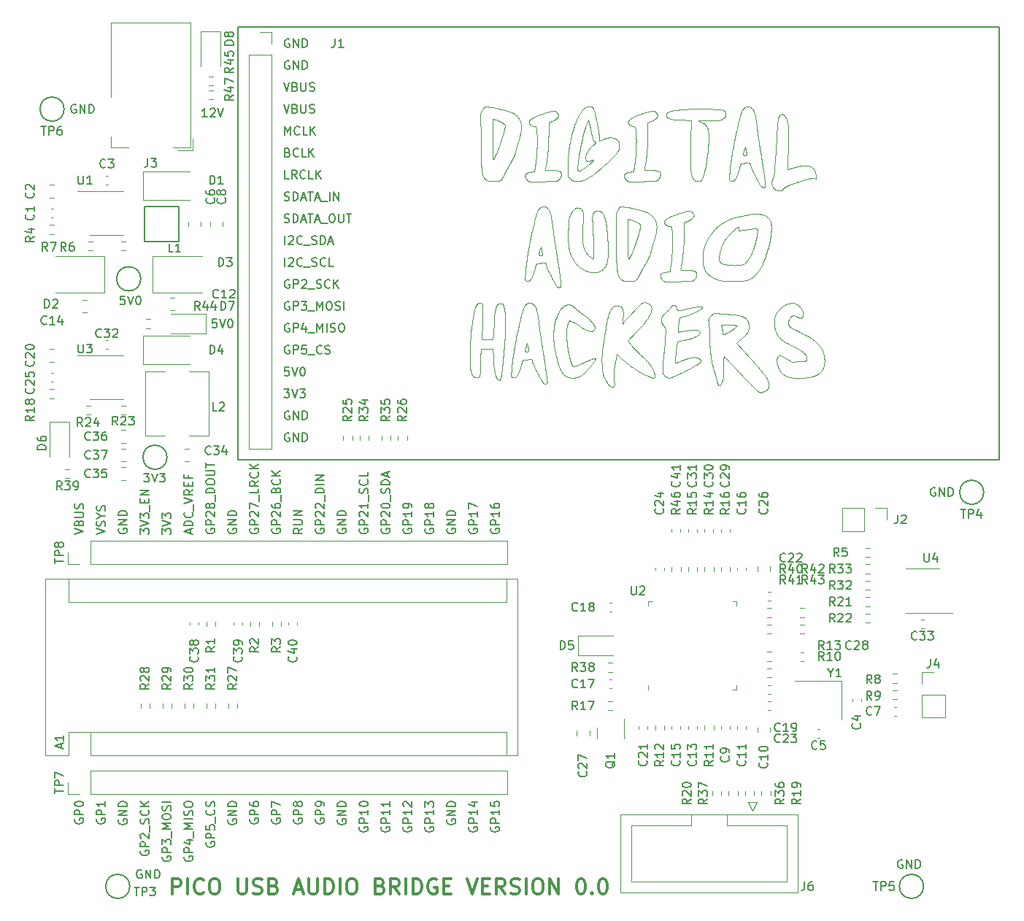
<source format=gbr>
%TF.GenerationSoftware,KiCad,Pcbnew,(6.0.6-0)*%
%TF.CreationDate,2024-02-14T10:46:04-05:00*%
%TF.ProjectId,DIYAH_Main_r0p0,44495941-485f-44d6-9169-6e5f72307030,rev?*%
%TF.SameCoordinates,Original*%
%TF.FileFunction,Legend,Top*%
%TF.FilePolarity,Positive*%
%FSLAX46Y46*%
G04 Gerber Fmt 4.6, Leading zero omitted, Abs format (unit mm)*
G04 Created by KiCad (PCBNEW (6.0.6-0)) date 2024-02-14 10:46:04*
%MOMM*%
%LPD*%
G01*
G04 APERTURE LIST*
%ADD10C,0.020000*%
%ADD11C,0.150000*%
%ADD12C,0.355600*%
%ADD13C,0.120000*%
G04 APERTURE END LIST*
D10*
X179836077Y-56462508D02*
X179836077Y-56462508D01*
X179592005Y-49563254D02*
X178401641Y-49515743D01*
X179503234Y-51675381D02*
X179592005Y-49563254D01*
X180324207Y-56637508D02*
X180288403Y-56636642D01*
X180252360Y-56634096D01*
X180216281Y-56629940D01*
X180180368Y-56624247D01*
X180144824Y-56617091D01*
X180109851Y-56608543D01*
X180075652Y-56598676D01*
X180042428Y-56587563D01*
X180010383Y-56575276D01*
X179979719Y-56561889D01*
X179950639Y-56547473D01*
X179923345Y-56532101D01*
X179898039Y-56515846D01*
X179874924Y-56498780D01*
X179854202Y-56480977D01*
X179836077Y-56462508D01*
X180809229Y-56341466D02*
X180797772Y-56363241D01*
X180786442Y-56383987D01*
X180775201Y-56403724D01*
X180764012Y-56422475D01*
X180752840Y-56440263D01*
X180741648Y-56457109D01*
X180719057Y-56488065D01*
X180695949Y-56515523D01*
X180672031Y-56539659D01*
X180647012Y-56560653D01*
X180620601Y-56578681D01*
X180592506Y-56593921D01*
X180562436Y-56606553D01*
X180530099Y-56616752D01*
X180495203Y-56624699D01*
X180457458Y-56630569D01*
X180437425Y-56632782D01*
X180416571Y-56634543D01*
X180394858Y-56635873D01*
X180372251Y-56636796D01*
X180348712Y-56637333D01*
X180324207Y-56637508D01*
X181559444Y-51709296D02*
X181558049Y-51854678D01*
X181554450Y-52004842D01*
X181548726Y-52159306D01*
X181540955Y-52317588D01*
X181531214Y-52479204D01*
X181519582Y-52643674D01*
X181506137Y-52810514D01*
X181490958Y-52979242D01*
X181474121Y-53149377D01*
X181455706Y-53320436D01*
X181435790Y-53491936D01*
X181414451Y-53663397D01*
X181391768Y-53834334D01*
X181367819Y-54004266D01*
X181342682Y-54172712D01*
X181316434Y-54339188D01*
X181289155Y-54503212D01*
X181260921Y-54664302D01*
X181231812Y-54821977D01*
X181201905Y-54975753D01*
X181171278Y-55125148D01*
X181140010Y-55269681D01*
X181108179Y-55408869D01*
X181075862Y-55542229D01*
X181043138Y-55669280D01*
X181010085Y-55789540D01*
X180976780Y-55902525D01*
X180943303Y-56007755D01*
X180909732Y-56104745D01*
X180876143Y-56193016D01*
X180842616Y-56272083D01*
X180809229Y-56341466D01*
X180511276Y-49676411D02*
X180592837Y-49707369D01*
X180670199Y-49738389D01*
X180743465Y-49769676D01*
X180812742Y-49801433D01*
X180878135Y-49833864D01*
X180939747Y-49867173D01*
X180997686Y-49901564D01*
X181052055Y-49937240D01*
X181102959Y-49974406D01*
X181150505Y-50013266D01*
X181194797Y-50054023D01*
X181235940Y-50096881D01*
X181274039Y-50142045D01*
X181309200Y-50189717D01*
X181341528Y-50240103D01*
X181371127Y-50293405D01*
X181398103Y-50349828D01*
X181422560Y-50409575D01*
X181444605Y-50472851D01*
X181464342Y-50539859D01*
X181481877Y-50610804D01*
X181497314Y-50685889D01*
X181510758Y-50765317D01*
X181522315Y-50849294D01*
X181532090Y-50938022D01*
X181540188Y-51031706D01*
X181546714Y-51130549D01*
X181551773Y-51234756D01*
X181555470Y-51344530D01*
X181557911Y-51460076D01*
X181559200Y-51581596D01*
X181559444Y-51709296D01*
X181577404Y-49576411D02*
X181476344Y-49575652D01*
X181380492Y-49575066D01*
X181289764Y-49574659D01*
X181204076Y-49574440D01*
X181123345Y-49574417D01*
X181047486Y-49574597D01*
X180976417Y-49574988D01*
X180910053Y-49575599D01*
X180848311Y-49576436D01*
X180791107Y-49577508D01*
X180738357Y-49578823D01*
X180689978Y-49580389D01*
X180645885Y-49582213D01*
X180605996Y-49584303D01*
X180570226Y-49586667D01*
X180538491Y-49589314D01*
X180510709Y-49592250D01*
X180486794Y-49595484D01*
X180466665Y-49599023D01*
X180437424Y-49607049D01*
X180419853Y-49621577D01*
X180431822Y-49639279D01*
X180455097Y-49652948D01*
X180489825Y-49668185D01*
X180511276Y-49676411D01*
X183227404Y-49377618D02*
X183203509Y-49394987D01*
X183180019Y-49411373D01*
X183156714Y-49426802D01*
X183133374Y-49441300D01*
X183109782Y-49454893D01*
X183085718Y-49467609D01*
X183060963Y-49479472D01*
X183035299Y-49490511D01*
X183008506Y-49500751D01*
X182980366Y-49510218D01*
X182950660Y-49518939D01*
X182919168Y-49526940D01*
X182885673Y-49534247D01*
X182849955Y-49540888D01*
X182811795Y-49546888D01*
X182770975Y-49552273D01*
X182727275Y-49557071D01*
X182680477Y-49561307D01*
X182630361Y-49565007D01*
X182576710Y-49568199D01*
X182519303Y-49570909D01*
X182457923Y-49573162D01*
X182392350Y-49574986D01*
X182322365Y-49576406D01*
X182247750Y-49577449D01*
X182168285Y-49578141D01*
X182083753Y-49578510D01*
X181993933Y-49578580D01*
X181898607Y-49578379D01*
X181797556Y-49577933D01*
X181690561Y-49577268D01*
X181577404Y-49576411D01*
X183431314Y-48498001D02*
X183449527Y-48524301D01*
X183466066Y-48551060D01*
X183480939Y-48578239D01*
X183494154Y-48605802D01*
X183505722Y-48633709D01*
X183515650Y-48661921D01*
X183523948Y-48690402D01*
X183530624Y-48719112D01*
X183535687Y-48748013D01*
X183539146Y-48777068D01*
X183541010Y-48806238D01*
X183541289Y-48835484D01*
X183539989Y-48864768D01*
X183537122Y-48894053D01*
X183532694Y-48923300D01*
X183526717Y-48952470D01*
X183519197Y-48981526D01*
X183510144Y-49010429D01*
X183499567Y-49039141D01*
X183487475Y-49067624D01*
X183473876Y-49095839D01*
X183458780Y-49123749D01*
X183442195Y-49151314D01*
X183424130Y-49178498D01*
X183404595Y-49205261D01*
X183383597Y-49231565D01*
X183361146Y-49257372D01*
X183337251Y-49282645D01*
X183311920Y-49307343D01*
X183285163Y-49331431D01*
X183256988Y-49354868D01*
X183227404Y-49377618D01*
X182002076Y-48254608D02*
X182103803Y-48258946D01*
X182200311Y-48263233D01*
X182291752Y-48267494D01*
X182378281Y-48271758D01*
X182460051Y-48276048D01*
X182537217Y-48280393D01*
X182609932Y-48284817D01*
X182678350Y-48289347D01*
X182742625Y-48294009D01*
X182802911Y-48298830D01*
X182859361Y-48303835D01*
X182912130Y-48309052D01*
X182961371Y-48314505D01*
X183007239Y-48320221D01*
X183049886Y-48326227D01*
X183089467Y-48332549D01*
X183126136Y-48339212D01*
X183160046Y-48346244D01*
X183191352Y-48353670D01*
X183220207Y-48361516D01*
X183246766Y-48369809D01*
X183271181Y-48378574D01*
X183293607Y-48387839D01*
X183314198Y-48397629D01*
X183333107Y-48407970D01*
X183350488Y-48418889D01*
X183381284Y-48442565D01*
X183407816Y-48468865D01*
X183431314Y-48498001D01*
X179011276Y-48269036D02*
X179125446Y-48261125D01*
X179232803Y-48253722D01*
X179333895Y-48246825D01*
X179429269Y-48240430D01*
X179519473Y-48234534D01*
X179605055Y-48229136D01*
X179686563Y-48224232D01*
X179764544Y-48219820D01*
X179839546Y-48215897D01*
X179912116Y-48212461D01*
X179982803Y-48209508D01*
X180052153Y-48207037D01*
X180120716Y-48205044D01*
X180189038Y-48203528D01*
X180257667Y-48202484D01*
X180327151Y-48201912D01*
X180398037Y-48201807D01*
X180470874Y-48202168D01*
X180546208Y-48202992D01*
X180624588Y-48204276D01*
X180706562Y-48206017D01*
X180792677Y-48208213D01*
X180883480Y-48210861D01*
X180979520Y-48213959D01*
X181081344Y-48217503D01*
X181189500Y-48221492D01*
X181304535Y-48225923D01*
X181426998Y-48230792D01*
X181557436Y-48236098D01*
X181696396Y-48241838D01*
X181844427Y-48248008D01*
X182002076Y-48254608D01*
X176661276Y-48933589D02*
X176662439Y-48895163D01*
X176666077Y-48858495D01*
X176672407Y-48823524D01*
X176681649Y-48790187D01*
X176694021Y-48758423D01*
X176709742Y-48728170D01*
X176729031Y-48699366D01*
X176752108Y-48671948D01*
X176779191Y-48645855D01*
X176810499Y-48621026D01*
X176846250Y-48597397D01*
X176886665Y-48574908D01*
X176931961Y-48553497D01*
X176982358Y-48533100D01*
X177038074Y-48513657D01*
X177099329Y-48495106D01*
X177166341Y-48477385D01*
X177239330Y-48460431D01*
X177318514Y-48444184D01*
X177404111Y-48428580D01*
X177496342Y-48413559D01*
X177595425Y-48399057D01*
X177701579Y-48385014D01*
X177815023Y-48371368D01*
X177935975Y-48358055D01*
X178064656Y-48345016D01*
X178201282Y-48332187D01*
X178346074Y-48319507D01*
X178499251Y-48306913D01*
X178661030Y-48294345D01*
X178831632Y-48281740D01*
X179011276Y-48269036D01*
X178401641Y-49515743D02*
X178275627Y-49510392D01*
X178155417Y-49504609D01*
X178040893Y-49498353D01*
X177931936Y-49491585D01*
X177828427Y-49484266D01*
X177730249Y-49476355D01*
X177637284Y-49467814D01*
X177549413Y-49458602D01*
X177466517Y-49448681D01*
X177388479Y-49438010D01*
X177315181Y-49426550D01*
X177246503Y-49414261D01*
X177182329Y-49401105D01*
X177122539Y-49387041D01*
X177067015Y-49372029D01*
X177015640Y-49356031D01*
X176968294Y-49339007D01*
X176924860Y-49320917D01*
X176885219Y-49301721D01*
X176849253Y-49281381D01*
X176816844Y-49259856D01*
X176787874Y-49237106D01*
X176762224Y-49213094D01*
X176739776Y-49187778D01*
X176720411Y-49161119D01*
X176704013Y-49133078D01*
X176690461Y-49103615D01*
X176679639Y-49072691D01*
X176671428Y-49040265D01*
X176665709Y-49006300D01*
X176662364Y-48970754D01*
X176661276Y-48933589D01*
X167112611Y-55091739D02*
X167112611Y-55091739D01*
X179836077Y-56462508D02*
X179799574Y-56418762D01*
X179764969Y-56371257D01*
X179732240Y-56319686D01*
X179701365Y-56263741D01*
X179672324Y-56203116D01*
X179645095Y-56137504D01*
X179619657Y-56066597D01*
X179595988Y-55990089D01*
X179574067Y-55907672D01*
X179553872Y-55819041D01*
X179535383Y-55723887D01*
X179518578Y-55621904D01*
X179503435Y-55512784D01*
X179489934Y-55396222D01*
X179478053Y-55271909D01*
X179467770Y-55139540D01*
X179459064Y-54998806D01*
X179451914Y-54849402D01*
X179446299Y-54691019D01*
X179442197Y-54523352D01*
X179439587Y-54346092D01*
X179438447Y-54158934D01*
X179438757Y-53961570D01*
X179440494Y-53753693D01*
X179443638Y-53534996D01*
X179448167Y-53305173D01*
X179454060Y-53063916D01*
X179461295Y-52810918D01*
X179469851Y-52545872D01*
X179479707Y-52268472D01*
X179490842Y-51978411D01*
X179503234Y-51675381D01*
X167602298Y-49487508D02*
X167292930Y-50337508D01*
X167831888Y-50487508D02*
X167602298Y-49487508D01*
X166361276Y-55081663D02*
X166361629Y-55122428D01*
X166362737Y-55160574D01*
X166364675Y-55196102D01*
X166367515Y-55229012D01*
X166371332Y-55259305D01*
X166376198Y-55286983D01*
X166382189Y-55312046D01*
X166389376Y-55334495D01*
X166397835Y-55354331D01*
X166418860Y-55386170D01*
X166445853Y-55407570D01*
X166479404Y-55418539D01*
X166520101Y-55419085D01*
X166543314Y-55415452D01*
X166568534Y-55409216D01*
X166595836Y-55400378D01*
X166625292Y-55388939D01*
X166656977Y-55374900D01*
X166690965Y-55358262D01*
X166727328Y-55339027D01*
X166766142Y-55317195D01*
X166807478Y-55292767D01*
X166851411Y-55265743D01*
X166898015Y-55236126D01*
X166947364Y-55203916D01*
X166999530Y-55169114D01*
X167054587Y-55131721D01*
X167112611Y-55091739D01*
X167292930Y-50337508D02*
X167254433Y-50446834D01*
X167215368Y-50564655D01*
X167175849Y-50690375D01*
X167135996Y-50823393D01*
X167095925Y-50963112D01*
X167055755Y-51108932D01*
X167015602Y-51260257D01*
X166975585Y-51416486D01*
X166935820Y-51577023D01*
X166896426Y-51741268D01*
X166857519Y-51908623D01*
X166819218Y-52078489D01*
X166781639Y-52250269D01*
X166744901Y-52423363D01*
X166709120Y-52597173D01*
X166674415Y-52771102D01*
X166640903Y-52944549D01*
X166608701Y-53116918D01*
X166577927Y-53287609D01*
X166548698Y-53456024D01*
X166521133Y-53621565D01*
X166495347Y-53783634D01*
X166471460Y-53941631D01*
X166449589Y-54094958D01*
X166429850Y-54243018D01*
X166412362Y-54385211D01*
X166397242Y-54520939D01*
X166384607Y-54649604D01*
X166374576Y-54770607D01*
X166367265Y-54883350D01*
X166362792Y-54987235D01*
X166361276Y-55081663D01*
X165550153Y-56355830D02*
X165550180Y-56355830D01*
X168114369Y-51716837D02*
X168107790Y-51688287D01*
X168099058Y-51650359D01*
X168093930Y-51628075D01*
X168088319Y-51603682D01*
X168082242Y-51577259D01*
X168075716Y-51548886D01*
X168068762Y-51518641D01*
X168061396Y-51486602D01*
X168053637Y-51452849D01*
X168045502Y-51417460D01*
X168037010Y-51380514D01*
X168028179Y-51342090D01*
X168019028Y-51302267D01*
X168009573Y-51261123D01*
X167999834Y-51218737D01*
X167989828Y-51175188D01*
X167979574Y-51130555D01*
X167969089Y-51084917D01*
X167958392Y-51038352D01*
X167947500Y-50990939D01*
X167936433Y-50942757D01*
X167925207Y-50893884D01*
X167913842Y-50844400D01*
X167902355Y-50794384D01*
X167890764Y-50743913D01*
X167879087Y-50693067D01*
X167867343Y-50641925D01*
X167855550Y-50590565D01*
X167843725Y-50539066D01*
X167831888Y-50487508D01*
X168365608Y-52019540D02*
X168345128Y-52010875D01*
X168324684Y-52000120D01*
X168304405Y-51987428D01*
X168284419Y-51972955D01*
X168264856Y-51956855D01*
X168245843Y-51939285D01*
X168227511Y-51920400D01*
X168209987Y-51900354D01*
X168193401Y-51879303D01*
X168177881Y-51857402D01*
X168163557Y-51834806D01*
X168150556Y-51811670D01*
X168139008Y-51788151D01*
X168129041Y-51764401D01*
X168120785Y-51740578D01*
X168114369Y-51716837D01*
X168101242Y-52479696D02*
X168139018Y-52448041D01*
X168174555Y-52418084D01*
X168207888Y-52389764D01*
X168239048Y-52363025D01*
X168268071Y-52337807D01*
X168294989Y-52314053D01*
X168319836Y-52291704D01*
X168342644Y-52270703D01*
X168363448Y-52250990D01*
X168382282Y-52232509D01*
X168399177Y-52215200D01*
X168414169Y-52199006D01*
X168427289Y-52183867D01*
X168448052Y-52156527D01*
X168461733Y-52132714D01*
X168468600Y-52111962D01*
X168466709Y-52085555D01*
X168450989Y-52063417D01*
X168433274Y-52050255D01*
X168410081Y-52037826D01*
X168381679Y-52025665D01*
X168365608Y-52019540D01*
X167419396Y-54244247D02*
X167388044Y-54214826D01*
X167360726Y-54182099D01*
X167337379Y-54146229D01*
X167317939Y-54107381D01*
X167302341Y-54065720D01*
X167290524Y-54021411D01*
X167282422Y-53974618D01*
X167277972Y-53925507D01*
X167277111Y-53874242D01*
X167279774Y-53820987D01*
X167285898Y-53765909D01*
X167295420Y-53709171D01*
X167308275Y-53650938D01*
X167324401Y-53591375D01*
X167343733Y-53530647D01*
X167366207Y-53468919D01*
X167391761Y-53406355D01*
X167420330Y-53343121D01*
X167451850Y-53279381D01*
X167486259Y-53215299D01*
X167523491Y-53151041D01*
X167563485Y-53086772D01*
X167606175Y-53022656D01*
X167651498Y-52958857D01*
X167699391Y-52895542D01*
X167749790Y-52832874D01*
X167802631Y-52771019D01*
X167857851Y-52710141D01*
X167915386Y-52650404D01*
X167975171Y-52591975D01*
X168037144Y-52535017D01*
X168101242Y-52479696D01*
X167768039Y-54256492D02*
X167740863Y-54272862D01*
X167715246Y-54286977D01*
X167691007Y-54298830D01*
X167667967Y-54308416D01*
X167645945Y-54315727D01*
X167624761Y-54320758D01*
X167604236Y-54323502D01*
X167584188Y-54323953D01*
X167554618Y-54320316D01*
X167534977Y-54315006D01*
X167515184Y-54307381D01*
X167495057Y-54297434D01*
X167474418Y-54285160D01*
X167453087Y-54270551D01*
X167430882Y-54253601D01*
X167419396Y-54244247D01*
X168134919Y-54140198D02*
X168105949Y-54141167D01*
X168084954Y-54143290D01*
X168062833Y-54146525D01*
X168039774Y-54150813D01*
X168015966Y-54156094D01*
X167991597Y-54162308D01*
X167966853Y-54169396D01*
X167941925Y-54177298D01*
X167916999Y-54185954D01*
X167892264Y-54195306D01*
X167867908Y-54205292D01*
X167844119Y-54215854D01*
X167821085Y-54226931D01*
X167798994Y-54238465D01*
X167778035Y-54250396D01*
X167768039Y-54256492D01*
X167112611Y-55091739D02*
X167187805Y-55039315D01*
X167260600Y-54987990D01*
X167330958Y-54937801D01*
X167398839Y-54888785D01*
X167464203Y-54840978D01*
X167527013Y-54794415D01*
X167587227Y-54749135D01*
X167644808Y-54705172D01*
X167699717Y-54662564D01*
X167751914Y-54621346D01*
X167801359Y-54581556D01*
X167848015Y-54543230D01*
X167891841Y-54506404D01*
X167932798Y-54471115D01*
X167970849Y-54437398D01*
X168005952Y-54405292D01*
X168038070Y-54374831D01*
X168067162Y-54346052D01*
X168093191Y-54318992D01*
X168116116Y-54293687D01*
X168135899Y-54270174D01*
X168152500Y-54248489D01*
X168165881Y-54228669D01*
X168176002Y-54210749D01*
X168186308Y-54180759D01*
X168183104Y-54158809D01*
X168166079Y-54145191D01*
X168134919Y-54140198D01*
X168861249Y-51934590D02*
X169364951Y-51736049D01*
X168845697Y-51711049D02*
X168861249Y-51934590D01*
X166463138Y-56618009D02*
X166415057Y-56621400D01*
X166369495Y-56624405D01*
X166326328Y-56626987D01*
X166285428Y-56629112D01*
X166246670Y-56630742D01*
X166209929Y-56631842D01*
X166175078Y-56632374D01*
X166141991Y-56632304D01*
X166110544Y-56631595D01*
X166080609Y-56630211D01*
X166052061Y-56628116D01*
X166024775Y-56625273D01*
X165998624Y-56621647D01*
X165973482Y-56617201D01*
X165949225Y-56611899D01*
X165925725Y-56605706D01*
X165902858Y-56598584D01*
X165880497Y-56590499D01*
X165858517Y-56581413D01*
X165836791Y-56571290D01*
X165815194Y-56560095D01*
X165793600Y-56547792D01*
X165771884Y-56534343D01*
X165749919Y-56519714D01*
X165727580Y-56503868D01*
X165704740Y-56486768D01*
X165681274Y-56468379D01*
X165657057Y-56448665D01*
X165631962Y-56427589D01*
X165605863Y-56405115D01*
X165578635Y-56381207D01*
X165550153Y-56355830D01*
X169431740Y-54799959D02*
X169286590Y-54926438D01*
X169146824Y-55047196D01*
X169012241Y-55162354D01*
X168882641Y-55272036D01*
X168757824Y-55376364D01*
X168637589Y-55475461D01*
X168521735Y-55569449D01*
X168410063Y-55658452D01*
X168302371Y-55742593D01*
X168198459Y-55821993D01*
X168098128Y-55896775D01*
X168001176Y-55967064D01*
X167907402Y-56032980D01*
X167816608Y-56094647D01*
X167728591Y-56152188D01*
X167643152Y-56205726D01*
X167560091Y-56255382D01*
X167479206Y-56301281D01*
X167400297Y-56343544D01*
X167323165Y-56382295D01*
X167247608Y-56417656D01*
X167173426Y-56449750D01*
X167100418Y-56478700D01*
X167028385Y-56504628D01*
X166957126Y-56527657D01*
X166886440Y-56547911D01*
X166816126Y-56565511D01*
X166745985Y-56580580D01*
X166675816Y-56593242D01*
X166605419Y-56603619D01*
X166534593Y-56611833D01*
X166463138Y-56618009D01*
X171205532Y-52459528D02*
X171203847Y-52520408D01*
X171200222Y-52580064D01*
X171194504Y-52638698D01*
X171186539Y-52696512D01*
X171176176Y-52753706D01*
X171163261Y-52810481D01*
X171147643Y-52867041D01*
X171129167Y-52923585D01*
X171107683Y-52980316D01*
X171083036Y-53037435D01*
X171055074Y-53095143D01*
X171023644Y-53153642D01*
X170988595Y-53213134D01*
X170949772Y-53273819D01*
X170907024Y-53335899D01*
X170860198Y-53399576D01*
X170809141Y-53465052D01*
X170753700Y-53532526D01*
X170693723Y-53602202D01*
X170629056Y-53674281D01*
X170559548Y-53748964D01*
X170485046Y-53826452D01*
X170405397Y-53906947D01*
X170320447Y-53990651D01*
X170230046Y-54077764D01*
X170134039Y-54168489D01*
X170032274Y-54263026D01*
X169924599Y-54361578D01*
X169810861Y-54464346D01*
X169690906Y-54571531D01*
X169564584Y-54683335D01*
X169431740Y-54799959D01*
X170871461Y-51768587D02*
X170899330Y-51787685D01*
X170925647Y-51806061D01*
X170950454Y-51823801D01*
X170973795Y-51840995D01*
X170995713Y-51857730D01*
X171016249Y-51874096D01*
X171035447Y-51890180D01*
X171053350Y-51906072D01*
X171069999Y-51921859D01*
X171085439Y-51937629D01*
X171099712Y-51953473D01*
X171112860Y-51969477D01*
X171124926Y-51985730D01*
X171145984Y-52019338D01*
X171163229Y-52055005D01*
X171170528Y-52073831D01*
X171177002Y-52093437D01*
X171182694Y-52113912D01*
X171187646Y-52135343D01*
X171191901Y-52157819D01*
X171195502Y-52181430D01*
X171198492Y-52206262D01*
X171200913Y-52232405D01*
X171202808Y-52259946D01*
X171204220Y-52288975D01*
X171205192Y-52319580D01*
X171205766Y-52351850D01*
X171205986Y-52385872D01*
X171205893Y-52421735D01*
X171205532Y-52459528D01*
X169364951Y-51736049D02*
X169426144Y-51712455D01*
X169486031Y-51690440D01*
X169544650Y-51670006D01*
X169602042Y-51651153D01*
X169658245Y-51633881D01*
X169713301Y-51618192D01*
X169767247Y-51604086D01*
X169820125Y-51591565D01*
X169871973Y-51580629D01*
X169922831Y-51571279D01*
X169972739Y-51563516D01*
X170021736Y-51557341D01*
X170069862Y-51552754D01*
X170117157Y-51549757D01*
X170163660Y-51548351D01*
X170209410Y-51548535D01*
X170254449Y-51550311D01*
X170298814Y-51553681D01*
X170342546Y-51558644D01*
X170385684Y-51565202D01*
X170428269Y-51573355D01*
X170470339Y-51583105D01*
X170511934Y-51594451D01*
X170553094Y-51607396D01*
X170593858Y-51621940D01*
X170634266Y-51638083D01*
X170674358Y-51655827D01*
X170714174Y-51675173D01*
X170753752Y-51696121D01*
X170793133Y-51718672D01*
X170832356Y-51742827D01*
X170871461Y-51768587D01*
X165211276Y-56052126D02*
X165223680Y-54769817D01*
X165550180Y-56355830D02*
X165211276Y-56052126D01*
X168846397Y-51282357D02*
X168844825Y-51304414D01*
X168843456Y-51328129D01*
X168842289Y-51353282D01*
X168841324Y-51379651D01*
X168840563Y-51407019D01*
X168840006Y-51435164D01*
X168839652Y-51463868D01*
X168839503Y-51492909D01*
X168839558Y-51522070D01*
X168839817Y-51551129D01*
X168840282Y-51579867D01*
X168840953Y-51608064D01*
X168841829Y-51635500D01*
X168842912Y-51661957D01*
X168844201Y-51687213D01*
X168845697Y-51711049D01*
X168571711Y-49638153D02*
X168586601Y-49712185D01*
X168601261Y-49785810D01*
X168615672Y-49858922D01*
X168629817Y-49931415D01*
X168643679Y-50003185D01*
X168657239Y-50074125D01*
X168670481Y-50144131D01*
X168683386Y-50213097D01*
X168695936Y-50280918D01*
X168708116Y-50347489D01*
X168719906Y-50412703D01*
X168731289Y-50476456D01*
X168742247Y-50538642D01*
X168752764Y-50599156D01*
X168762821Y-50657893D01*
X168772400Y-50714747D01*
X168781485Y-50769612D01*
X168790057Y-50822384D01*
X168798099Y-50872957D01*
X168805594Y-50921226D01*
X168812523Y-50967085D01*
X168818869Y-51010429D01*
X168824614Y-51051152D01*
X168829742Y-51089150D01*
X168834234Y-51124316D01*
X168838072Y-51156546D01*
X168841239Y-51185734D01*
X168843718Y-51211775D01*
X168845491Y-51234563D01*
X168846848Y-51269959D01*
X168846397Y-51282357D01*
X167628971Y-47937508D02*
X167678583Y-47938009D01*
X167725651Y-47939661D01*
X167770300Y-47942690D01*
X167812652Y-47947319D01*
X167852833Y-47953774D01*
X167890968Y-47962278D01*
X167927180Y-47973056D01*
X167961595Y-47986333D01*
X167994336Y-48002332D01*
X168025528Y-48021280D01*
X168055295Y-48043399D01*
X168083763Y-48068914D01*
X168111054Y-48098050D01*
X168137295Y-48131032D01*
X168162608Y-48168083D01*
X168187119Y-48209429D01*
X168210952Y-48255293D01*
X168234232Y-48305901D01*
X168257083Y-48361476D01*
X168279629Y-48422244D01*
X168301994Y-48488428D01*
X168324304Y-48560254D01*
X168346683Y-48637944D01*
X168369254Y-48721725D01*
X168392143Y-48811821D01*
X168415474Y-48908456D01*
X168439372Y-49011854D01*
X168463960Y-49122240D01*
X168489364Y-49239838D01*
X168515707Y-49364873D01*
X168543115Y-49497570D01*
X168571711Y-49638153D01*
X165883146Y-50537508D02*
X165933418Y-50382326D01*
X165984167Y-50231616D01*
X166035373Y-50085407D01*
X166087015Y-49943729D01*
X166139075Y-49806612D01*
X166191531Y-49674085D01*
X166244363Y-49546180D01*
X166297552Y-49422924D01*
X166351078Y-49304349D01*
X166404920Y-49190484D01*
X166459059Y-49081359D01*
X166513474Y-48977004D01*
X166568146Y-48877449D01*
X166623053Y-48782722D01*
X166678178Y-48692856D01*
X166733498Y-48607878D01*
X166788995Y-48527819D01*
X166844648Y-48452709D01*
X166900437Y-48382578D01*
X166956342Y-48317456D01*
X167012343Y-48257371D01*
X167068421Y-48202355D01*
X167124554Y-48152437D01*
X167180724Y-48107646D01*
X167236909Y-48068014D01*
X167293090Y-48033569D01*
X167349248Y-48004341D01*
X167405361Y-47980361D01*
X167461409Y-47961657D01*
X167517374Y-47948261D01*
X167573234Y-47940201D01*
X167628971Y-47937508D01*
X165223680Y-54769817D02*
X165225627Y-54630582D01*
X165228771Y-54491845D01*
X165233112Y-54353599D01*
X165238652Y-54215840D01*
X165245390Y-54078564D01*
X165253328Y-53941766D01*
X165262467Y-53805441D01*
X165272806Y-53669585D01*
X165284347Y-53534192D01*
X165297091Y-53399259D01*
X165311038Y-53264781D01*
X165326188Y-53130752D01*
X165342544Y-52997169D01*
X165360104Y-52864026D01*
X165378871Y-52731320D01*
X165398845Y-52599044D01*
X165420026Y-52467196D01*
X165442416Y-52335769D01*
X165466014Y-52204760D01*
X165490823Y-52074164D01*
X165516841Y-51943976D01*
X165544071Y-51814191D01*
X165572513Y-51684805D01*
X165602168Y-51555813D01*
X165633036Y-51427210D01*
X165665118Y-51298993D01*
X165698414Y-51171155D01*
X165732927Y-51043693D01*
X165768655Y-50916602D01*
X165805601Y-50789877D01*
X165843764Y-50663514D01*
X165883146Y-50537508D01*
X156932450Y-53421975D02*
X156932450Y-53421975D01*
X156511276Y-49364735D02*
X156505036Y-51745426D01*
X156861276Y-49489277D02*
X156511276Y-49364735D01*
X156555169Y-54091279D02*
X156573041Y-54071331D01*
X156586373Y-54052300D01*
X156602377Y-54027689D01*
X156620860Y-53997840D01*
X156641628Y-53963097D01*
X156652809Y-53943997D01*
X156664488Y-53923803D01*
X156676642Y-53902556D01*
X156689247Y-53880300D01*
X156702277Y-53857079D01*
X156715710Y-53832933D01*
X156729521Y-53807908D01*
X156743685Y-53782045D01*
X156758179Y-53755387D01*
X156772979Y-53727978D01*
X156788060Y-53699859D01*
X156803397Y-53671075D01*
X156818968Y-53641668D01*
X156834747Y-53611680D01*
X156850710Y-53581156D01*
X156866834Y-53550137D01*
X156883094Y-53518666D01*
X156899466Y-53486787D01*
X156915926Y-53454542D01*
X156932450Y-53421975D01*
X156505036Y-51745426D02*
X156504790Y-51867411D01*
X156504693Y-51987760D01*
X156504742Y-52106322D01*
X156504933Y-52222945D01*
X156505264Y-52337480D01*
X156505732Y-52449777D01*
X156506332Y-52559685D01*
X156507062Y-52667054D01*
X156507919Y-52771734D01*
X156508899Y-52873573D01*
X156509999Y-52972423D01*
X156511216Y-53068131D01*
X156512547Y-53160549D01*
X156513988Y-53249526D01*
X156515537Y-53334911D01*
X156517190Y-53416555D01*
X156518943Y-53494306D01*
X156520795Y-53568015D01*
X156522740Y-53637530D01*
X156524777Y-53702703D01*
X156526902Y-53763382D01*
X156529112Y-53819417D01*
X156531404Y-53870658D01*
X156533773Y-53916954D01*
X156536218Y-53958155D01*
X156538735Y-53994111D01*
X156541321Y-54024672D01*
X156543972Y-54049686D01*
X156549459Y-54082476D01*
X156555169Y-54091279D01*
X155644894Y-56349134D02*
X155644894Y-56349134D01*
X157961276Y-50154587D02*
X157956837Y-50120368D01*
X157943561Y-50085009D01*
X157933625Y-50066912D01*
X157921502Y-50048542D01*
X157907196Y-50029904D01*
X157890717Y-50011002D01*
X157872070Y-49991841D01*
X157851263Y-49972424D01*
X157828303Y-49952755D01*
X157803197Y-49932840D01*
X157775952Y-49912683D01*
X157746575Y-49892287D01*
X157715073Y-49871657D01*
X157681453Y-49850797D01*
X157645722Y-49829712D01*
X157607888Y-49808405D01*
X157567957Y-49786882D01*
X157525936Y-49765146D01*
X157481833Y-49743201D01*
X157435655Y-49721052D01*
X157387408Y-49698704D01*
X157337100Y-49676159D01*
X157284738Y-49653424D01*
X157230328Y-49630501D01*
X157173878Y-49607396D01*
X157115396Y-49584112D01*
X157054887Y-49560654D01*
X156992359Y-49537026D01*
X156927820Y-49513232D01*
X156861276Y-49489277D01*
X156932455Y-53421975D02*
X156962593Y-53359902D01*
X156994932Y-53288672D01*
X157029263Y-53208942D01*
X157065381Y-53121369D01*
X157103077Y-53026611D01*
X157142146Y-52925326D01*
X157182379Y-52818170D01*
X157223571Y-52705802D01*
X157265513Y-52588878D01*
X157307999Y-52468057D01*
X157350822Y-52343996D01*
X157393774Y-52217351D01*
X157436650Y-52088782D01*
X157479241Y-51958944D01*
X157521341Y-51828496D01*
X157562743Y-51698096D01*
X157603239Y-51568399D01*
X157642624Y-51440065D01*
X157680688Y-51313751D01*
X157717227Y-51190113D01*
X157752032Y-51069810D01*
X157784897Y-50953499D01*
X157815614Y-50841837D01*
X157843976Y-50735482D01*
X157869778Y-50635091D01*
X157892811Y-50541323D01*
X157912868Y-50454833D01*
X157929743Y-50376280D01*
X157943228Y-50306322D01*
X157953116Y-50245615D01*
X157959201Y-50194817D01*
X157961276Y-50154587D01*
X155111276Y-48687508D02*
X155350162Y-48303236D01*
X155127852Y-51737508D02*
X155111276Y-48687508D01*
X156553312Y-56624748D02*
X156506024Y-56623550D01*
X156460787Y-56622126D01*
X156417517Y-56620451D01*
X156376132Y-56618500D01*
X156336548Y-56616246D01*
X156298682Y-56613665D01*
X156262451Y-56610732D01*
X156227772Y-56607422D01*
X156194562Y-56603709D01*
X156162737Y-56599567D01*
X156132215Y-56594973D01*
X156102912Y-56589900D01*
X156074745Y-56584324D01*
X156047632Y-56578218D01*
X156021488Y-56571559D01*
X155996231Y-56564320D01*
X155971778Y-56556477D01*
X155948046Y-56548004D01*
X155924950Y-56538876D01*
X155902409Y-56529068D01*
X155880340Y-56518554D01*
X155858658Y-56507310D01*
X155837281Y-56495310D01*
X155816126Y-56482529D01*
X155795110Y-56468941D01*
X155774149Y-56454522D01*
X155753160Y-56439246D01*
X155732061Y-56423089D01*
X155710768Y-56406024D01*
X155689198Y-56388026D01*
X155667267Y-56369071D01*
X155644894Y-56349134D01*
X157376164Y-56529540D02*
X157352169Y-56540591D01*
X157322547Y-56551189D01*
X157287721Y-56561287D01*
X157248112Y-56570835D01*
X157226646Y-56575387D01*
X157204142Y-56579784D01*
X157180654Y-56584018D01*
X157156233Y-56588085D01*
X157130934Y-56591978D01*
X157104807Y-56595690D01*
X157077907Y-56599217D01*
X157050286Y-56602551D01*
X157021997Y-56605686D01*
X156993092Y-56608617D01*
X156963624Y-56611337D01*
X156933645Y-56613840D01*
X156903210Y-56616120D01*
X156872370Y-56618172D01*
X156841177Y-56619988D01*
X156809686Y-56621563D01*
X156777948Y-56622891D01*
X156746017Y-56623965D01*
X156713944Y-56624780D01*
X156681783Y-56625329D01*
X156649587Y-56625606D01*
X156617407Y-56625606D01*
X156585298Y-56625322D01*
X156553312Y-56624748D01*
X157834277Y-55853926D02*
X157820986Y-55883102D01*
X157807336Y-55912192D01*
X157793355Y-55941151D01*
X157779073Y-55969936D01*
X157764520Y-55998504D01*
X157749724Y-56026811D01*
X157734715Y-56054815D01*
X157719523Y-56082471D01*
X157704177Y-56109738D01*
X157688705Y-56136570D01*
X157673138Y-56162926D01*
X157657505Y-56188761D01*
X157641835Y-56214033D01*
X157626158Y-56238698D01*
X157610503Y-56262713D01*
X157594899Y-56286035D01*
X157579375Y-56308619D01*
X157563962Y-56330424D01*
X157548687Y-56351405D01*
X157533582Y-56371520D01*
X157518675Y-56390725D01*
X157503995Y-56408976D01*
X157489572Y-56426232D01*
X157475435Y-56442447D01*
X157461613Y-56457579D01*
X157435034Y-56484421D01*
X157410070Y-56506410D01*
X157386954Y-56523202D01*
X157376164Y-56529540D01*
X158570610Y-54487508D02*
X158545557Y-54529255D01*
X158520165Y-54571940D01*
X158494480Y-54615475D01*
X158468549Y-54659771D01*
X158442419Y-54704742D01*
X158416138Y-54750300D01*
X158389753Y-54796357D01*
X158363311Y-54842826D01*
X158336859Y-54889620D01*
X158310444Y-54936649D01*
X158284113Y-54983828D01*
X158257915Y-55031068D01*
X158231895Y-55078283D01*
X158206102Y-55125383D01*
X158180581Y-55172282D01*
X158155382Y-55218893D01*
X158130550Y-55265127D01*
X158106132Y-55310897D01*
X158082177Y-55356116D01*
X158058731Y-55400695D01*
X158035841Y-55444548D01*
X158013556Y-55487587D01*
X157991920Y-55529723D01*
X157970983Y-55570871D01*
X157950791Y-55610942D01*
X157931392Y-55649848D01*
X157912832Y-55687502D01*
X157895158Y-55723816D01*
X157878419Y-55758703D01*
X157862661Y-55792075D01*
X157847931Y-55823845D01*
X157834277Y-55853926D01*
X159162524Y-53187508D02*
X159156272Y-53214183D01*
X159148851Y-53242592D01*
X159140298Y-53272650D01*
X159130652Y-53304275D01*
X159119951Y-53337383D01*
X159108231Y-53371891D01*
X159095532Y-53407715D01*
X159081892Y-53444773D01*
X159067347Y-53482981D01*
X159051937Y-53522255D01*
X159035698Y-53562512D01*
X159018670Y-53603670D01*
X159000889Y-53645644D01*
X158982394Y-53688351D01*
X158963223Y-53731708D01*
X158943414Y-53775633D01*
X158923004Y-53820040D01*
X158902032Y-53864848D01*
X158880536Y-53909972D01*
X158858552Y-53955330D01*
X158836121Y-54000838D01*
X158813278Y-54046413D01*
X158790063Y-54091971D01*
X158766513Y-54137429D01*
X158742666Y-54182705D01*
X158718560Y-54227714D01*
X158694233Y-54272373D01*
X158669722Y-54316599D01*
X158645067Y-54360309D01*
X158620305Y-54403419D01*
X158595473Y-54445847D01*
X158570610Y-54487508D01*
X159578958Y-51698144D02*
X159563089Y-51749511D01*
X159547138Y-51801522D01*
X159531131Y-51854080D01*
X159515095Y-51907091D01*
X159499056Y-51960458D01*
X159483041Y-52014088D01*
X159467077Y-52067883D01*
X159451190Y-52121748D01*
X159435407Y-52175589D01*
X159419755Y-52229309D01*
X159404261Y-52282813D01*
X159388951Y-52336006D01*
X159373852Y-52388793D01*
X159358990Y-52441077D01*
X159344392Y-52492763D01*
X159330086Y-52543757D01*
X159316097Y-52593962D01*
X159302452Y-52643283D01*
X159289178Y-52691624D01*
X159276302Y-52738891D01*
X159263851Y-52784987D01*
X159251850Y-52829818D01*
X159240327Y-52873287D01*
X159229309Y-52915300D01*
X159218821Y-52955760D01*
X159208892Y-52994573D01*
X159199547Y-53031643D01*
X159190813Y-53066875D01*
X159182717Y-53100173D01*
X159175286Y-53131441D01*
X159168546Y-53160584D01*
X159162524Y-53187508D01*
X159061041Y-48825667D02*
X159136933Y-48888900D01*
X159208771Y-48952719D01*
X159276574Y-49017238D01*
X159340362Y-49082568D01*
X159400157Y-49148822D01*
X159455977Y-49216113D01*
X159507844Y-49284552D01*
X159555778Y-49354254D01*
X159599799Y-49425329D01*
X159639927Y-49497891D01*
X159676182Y-49572053D01*
X159708586Y-49647926D01*
X159737158Y-49725623D01*
X159761918Y-49805257D01*
X159782887Y-49886941D01*
X159800085Y-49970786D01*
X159813532Y-50056906D01*
X159823249Y-50145412D01*
X159829255Y-50236418D01*
X159831572Y-50330036D01*
X159830220Y-50426379D01*
X159825218Y-50525558D01*
X159816588Y-50627687D01*
X159804348Y-50732878D01*
X159788521Y-50841244D01*
X159769125Y-50952896D01*
X159746181Y-51067949D01*
X159719710Y-51186513D01*
X159689732Y-51308702D01*
X159656267Y-51434629D01*
X159619336Y-51564405D01*
X159578958Y-51698144D01*
X156050162Y-47985362D02*
X156175057Y-48003871D01*
X156299804Y-48023394D01*
X156424218Y-48043879D01*
X156548116Y-48065274D01*
X156671312Y-48087529D01*
X156793625Y-48110591D01*
X156914869Y-48134410D01*
X157034861Y-48158934D01*
X157153417Y-48184111D01*
X157270353Y-48209892D01*
X157385486Y-48236223D01*
X157498631Y-48263055D01*
X157609604Y-48290335D01*
X157718223Y-48318013D01*
X157824302Y-48346037D01*
X157927659Y-48374355D01*
X158028109Y-48402917D01*
X158125469Y-48431671D01*
X158219554Y-48460566D01*
X158310180Y-48489550D01*
X158397165Y-48518573D01*
X158480324Y-48547582D01*
X158559473Y-48576527D01*
X158634428Y-48605356D01*
X158705006Y-48634018D01*
X158771023Y-48662462D01*
X158832295Y-48690636D01*
X158888637Y-48718490D01*
X158939867Y-48745971D01*
X158985800Y-48773028D01*
X159026252Y-48799610D01*
X159061041Y-48825667D01*
X155350162Y-48303236D02*
X155371521Y-48268944D01*
X155391701Y-48236774D01*
X155410824Y-48206670D01*
X155429011Y-48178579D01*
X155446383Y-48152444D01*
X155463061Y-48128211D01*
X155479166Y-48105825D01*
X155494820Y-48085230D01*
X155510144Y-48066372D01*
X155525258Y-48049195D01*
X155540285Y-48033645D01*
X155555345Y-48019667D01*
X155586049Y-47996204D01*
X155618341Y-47978367D01*
X155653189Y-47965715D01*
X155691564Y-47957809D01*
X155712377Y-47955497D01*
X155734435Y-47954207D01*
X155757859Y-47953883D01*
X155782771Y-47954470D01*
X155809292Y-47955913D01*
X155837543Y-47958157D01*
X155867644Y-47961147D01*
X155899718Y-47964828D01*
X155933886Y-47969145D01*
X155970268Y-47974043D01*
X156008986Y-47979467D01*
X156050162Y-47985362D01*
X172313973Y-56655161D02*
X172313973Y-56655161D01*
X155644894Y-56349134D02*
X155606376Y-56312477D01*
X155569828Y-56273599D01*
X155535199Y-56232029D01*
X155502436Y-56187295D01*
X155471484Y-56138927D01*
X155442292Y-56086452D01*
X155414807Y-56029401D01*
X155388976Y-55967302D01*
X155364745Y-55899684D01*
X155342063Y-55826075D01*
X155320877Y-55746005D01*
X155301133Y-55659002D01*
X155282779Y-55564595D01*
X155265761Y-55462313D01*
X155250028Y-55351685D01*
X155235527Y-55232240D01*
X155222203Y-55103506D01*
X155210006Y-54965013D01*
X155198881Y-54816289D01*
X155188776Y-54656863D01*
X155179638Y-54486264D01*
X155171415Y-54304021D01*
X155164053Y-54109663D01*
X155157500Y-53902718D01*
X155151703Y-53682716D01*
X155146609Y-53449184D01*
X155142166Y-53201653D01*
X155138319Y-52939651D01*
X155135017Y-52662706D01*
X155132207Y-52370348D01*
X155129836Y-52062106D01*
X155127852Y-51737508D01*
X174511276Y-49846677D02*
X174497880Y-51367093D01*
X174880787Y-49679380D02*
X174511276Y-49846677D01*
X173050233Y-56680675D02*
X173027343Y-56682797D01*
X173003975Y-56684716D01*
X172980174Y-56686431D01*
X172955987Y-56687944D01*
X172931463Y-56689258D01*
X172906648Y-56690374D01*
X172881590Y-56691293D01*
X172856335Y-56692017D01*
X172830931Y-56692547D01*
X172805424Y-56692886D01*
X172779863Y-56693035D01*
X172754294Y-56692996D01*
X172728765Y-56692770D01*
X172703323Y-56692358D01*
X172678014Y-56691763D01*
X172652886Y-56690987D01*
X172627987Y-56690030D01*
X172603363Y-56688894D01*
X172579062Y-56687582D01*
X172555130Y-56686094D01*
X172531616Y-56684432D01*
X172508565Y-56682599D01*
X172486026Y-56680595D01*
X172464046Y-56678422D01*
X172442671Y-56676082D01*
X172421949Y-56673577D01*
X172401928Y-56670908D01*
X172364174Y-56665084D01*
X172329786Y-56658625D01*
X172313973Y-56655161D01*
X174479779Y-56637508D02*
X174428428Y-56637564D01*
X174376592Y-56637731D01*
X174324363Y-56638007D01*
X174271831Y-56638389D01*
X174219089Y-56638873D01*
X174166228Y-56639457D01*
X174113339Y-56640138D01*
X174060515Y-56640914D01*
X174007847Y-56641781D01*
X173955426Y-56642737D01*
X173903345Y-56643780D01*
X173851694Y-56644906D01*
X173800566Y-56646112D01*
X173750052Y-56647397D01*
X173700243Y-56648756D01*
X173651232Y-56650188D01*
X173603109Y-56651689D01*
X173555967Y-56653257D01*
X173509897Y-56654889D01*
X173464991Y-56656583D01*
X173421340Y-56658335D01*
X173379036Y-56660142D01*
X173338170Y-56662003D01*
X173298835Y-56663914D01*
X173261122Y-56665872D01*
X173225122Y-56667875D01*
X173190926Y-56669919D01*
X173158628Y-56672003D01*
X173128318Y-56674123D01*
X173100087Y-56676277D01*
X173074028Y-56678462D01*
X173050233Y-56680675D01*
X175715821Y-56392053D02*
X175694859Y-56412779D01*
X175674527Y-56432311D01*
X175654647Y-56450685D01*
X175635042Y-56467936D01*
X175615535Y-56484099D01*
X175595949Y-56499209D01*
X175576108Y-56513301D01*
X175555834Y-56526410D01*
X175534952Y-56538572D01*
X175513283Y-56549821D01*
X175490652Y-56560192D01*
X175466881Y-56569721D01*
X175441793Y-56578444D01*
X175415212Y-56586394D01*
X175386961Y-56593607D01*
X175356863Y-56600118D01*
X175324740Y-56605963D01*
X175290417Y-56611176D01*
X175253717Y-56615792D01*
X175214462Y-56619847D01*
X175172475Y-56623376D01*
X175127580Y-56626414D01*
X175079601Y-56628996D01*
X175028359Y-56631157D01*
X174973679Y-56632932D01*
X174915383Y-56634357D01*
X174853295Y-56635466D01*
X174787238Y-56636294D01*
X174717034Y-56636878D01*
X174642508Y-56637251D01*
X174563481Y-56637449D01*
X174479779Y-56637508D01*
X175767850Y-55441026D02*
X175793177Y-55456061D01*
X175816712Y-55473032D01*
X175838459Y-55491838D01*
X175858424Y-55512381D01*
X175876612Y-55534562D01*
X175893029Y-55558284D01*
X175907680Y-55583446D01*
X175920570Y-55609950D01*
X175931705Y-55637698D01*
X175941091Y-55666590D01*
X175948732Y-55696529D01*
X175954634Y-55727415D01*
X175958803Y-55759150D01*
X175961243Y-55791634D01*
X175961961Y-55824770D01*
X175960962Y-55858458D01*
X175958250Y-55892600D01*
X175953832Y-55927097D01*
X175947713Y-55961851D01*
X175939899Y-55996761D01*
X175930393Y-56031731D01*
X175919203Y-56066661D01*
X175906334Y-56101453D01*
X175891790Y-56136007D01*
X175875578Y-56170225D01*
X175857702Y-56204009D01*
X175838168Y-56237259D01*
X175816982Y-56269877D01*
X175794149Y-56301764D01*
X175769674Y-56332821D01*
X175743563Y-56362950D01*
X175715821Y-56392053D01*
X174807151Y-55337508D02*
X174846733Y-55337643D01*
X174886314Y-55338045D01*
X174925833Y-55338706D01*
X174965227Y-55339620D01*
X175004436Y-55340781D01*
X175043397Y-55342182D01*
X175082049Y-55343815D01*
X175120331Y-55345676D01*
X175158180Y-55347756D01*
X175195536Y-55350049D01*
X175232337Y-55352549D01*
X175268520Y-55355249D01*
X175304026Y-55358142D01*
X175338791Y-55361222D01*
X175372755Y-55364482D01*
X175405856Y-55367916D01*
X175438032Y-55371516D01*
X175469222Y-55375277D01*
X175499364Y-55379191D01*
X175528397Y-55383251D01*
X175556259Y-55387453D01*
X175582888Y-55391787D01*
X175608224Y-55396249D01*
X175632203Y-55400831D01*
X175654766Y-55405527D01*
X175675849Y-55410330D01*
X175695393Y-55415234D01*
X175729612Y-55425315D01*
X175756931Y-55435719D01*
X175767850Y-55441026D01*
X174103294Y-55172250D02*
X174094652Y-55197972D01*
X174090001Y-55220932D01*
X174089990Y-55241280D01*
X174100090Y-55267241D01*
X174114514Y-55281728D01*
X174135848Y-55294138D01*
X174164740Y-55304622D01*
X174201839Y-55313332D01*
X174223669Y-55317070D01*
X174247794Y-55320422D01*
X174274294Y-55323406D01*
X174303252Y-55326042D01*
X174334749Y-55328349D01*
X174368864Y-55330346D01*
X174405680Y-55332052D01*
X174445277Y-55333486D01*
X174487737Y-55334667D01*
X174533141Y-55335615D01*
X174581569Y-55336347D01*
X174633103Y-55336883D01*
X174687824Y-55337243D01*
X174745813Y-55337444D01*
X174807151Y-55337508D01*
X174497880Y-51367093D02*
X174496199Y-51495437D01*
X174493416Y-51627183D01*
X174489572Y-51761931D01*
X174484707Y-51899278D01*
X174478865Y-52038824D01*
X174472085Y-52180167D01*
X174464411Y-52322908D01*
X174455883Y-52466643D01*
X174446543Y-52610974D01*
X174436433Y-52755498D01*
X174425594Y-52899814D01*
X174414068Y-53043522D01*
X174401897Y-53186220D01*
X174389121Y-53327508D01*
X174375783Y-53466983D01*
X174361925Y-53604246D01*
X174347587Y-53738895D01*
X174332811Y-53870529D01*
X174317639Y-53998748D01*
X174302113Y-54123149D01*
X174286275Y-54243332D01*
X174270165Y-54358896D01*
X174253825Y-54469439D01*
X174237297Y-54574562D01*
X174220623Y-54673862D01*
X174203843Y-54766938D01*
X174187001Y-54853391D01*
X174170136Y-54932818D01*
X174153292Y-55004818D01*
X174136509Y-55068991D01*
X174119829Y-55124935D01*
X174103294Y-55172250D01*
X160813973Y-56655161D02*
X160813973Y-56655161D01*
X175478281Y-49269407D02*
X175453139Y-49294995D01*
X175424942Y-49321570D01*
X175409793Y-49335161D01*
X175393994Y-49348919D01*
X175377585Y-49362819D01*
X175360603Y-49376834D01*
X175343086Y-49390938D01*
X175325073Y-49405104D01*
X175306603Y-49419306D01*
X175287713Y-49433518D01*
X175268442Y-49447714D01*
X175248828Y-49461867D01*
X175228909Y-49475951D01*
X175208724Y-49489940D01*
X175188311Y-49503808D01*
X175167708Y-49517528D01*
X175146954Y-49531073D01*
X175126086Y-49544419D01*
X175105144Y-49557538D01*
X175084165Y-49570404D01*
X175063187Y-49582991D01*
X175042250Y-49595273D01*
X175021391Y-49607223D01*
X175000649Y-49618815D01*
X174980061Y-49630023D01*
X174959667Y-49640820D01*
X174939504Y-49651181D01*
X174919610Y-49661078D01*
X174900025Y-49670487D01*
X174880787Y-49679380D01*
X175555616Y-48757119D02*
X175568354Y-48780062D01*
X175580228Y-48801810D01*
X175591226Y-48822438D01*
X175601337Y-48842021D01*
X175610548Y-48860633D01*
X175626230Y-48895243D01*
X175638181Y-48926868D01*
X175646311Y-48956106D01*
X175650530Y-48983554D01*
X175650747Y-49009811D01*
X175646873Y-49035474D01*
X175638817Y-49061142D01*
X175626489Y-49087413D01*
X175609798Y-49114885D01*
X175588654Y-49144156D01*
X175562967Y-49175824D01*
X175548391Y-49192744D01*
X175532646Y-49210487D01*
X175515720Y-49229129D01*
X175497602Y-49248744D01*
X175478281Y-49269407D01*
X173834046Y-48786637D02*
X173941167Y-48748972D01*
X174043536Y-48713700D01*
X174141282Y-48680819D01*
X174234538Y-48650327D01*
X174323434Y-48622221D01*
X174408102Y-48596498D01*
X174488673Y-48573158D01*
X174565278Y-48552197D01*
X174638050Y-48533613D01*
X174707118Y-48517404D01*
X174772615Y-48503568D01*
X174834672Y-48492102D01*
X174893420Y-48483005D01*
X174948991Y-48476273D01*
X175001515Y-48471905D01*
X175051124Y-48469899D01*
X175097950Y-48470252D01*
X175142124Y-48472962D01*
X175183777Y-48478026D01*
X175223040Y-48485443D01*
X175260045Y-48495210D01*
X175294923Y-48507326D01*
X175327805Y-48521786D01*
X175358823Y-48538591D01*
X175388109Y-48557736D01*
X175415792Y-48579220D01*
X175442006Y-48603042D01*
X175466880Y-48629197D01*
X175490547Y-48657685D01*
X175513138Y-48688502D01*
X175534783Y-48721648D01*
X175555616Y-48757119D01*
X172262503Y-49635216D02*
X172277655Y-49608042D01*
X172293686Y-49581619D01*
X172310727Y-49555876D01*
X172328909Y-49530742D01*
X172348364Y-49506147D01*
X172369223Y-49482018D01*
X172391616Y-49458286D01*
X172415676Y-49434880D01*
X172441533Y-49411729D01*
X172469318Y-49388761D01*
X172499163Y-49365907D01*
X172531199Y-49343095D01*
X172565557Y-49320254D01*
X172602368Y-49297314D01*
X172641764Y-49274204D01*
X172683876Y-49250852D01*
X172728834Y-49227189D01*
X172776770Y-49203143D01*
X172827816Y-49178643D01*
X172882102Y-49153619D01*
X172939760Y-49128000D01*
X173000920Y-49101714D01*
X173065715Y-49074692D01*
X173134275Y-49046861D01*
X173206731Y-49018152D01*
X173283215Y-48988494D01*
X173363858Y-48957815D01*
X173448790Y-48926045D01*
X173538144Y-48893113D01*
X173632051Y-48858948D01*
X173730641Y-48823480D01*
X173834046Y-48786637D01*
X172358984Y-50035216D02*
X172344332Y-50020377D01*
X172317477Y-49991967D01*
X172293842Y-49965057D01*
X172273372Y-49939423D01*
X172256013Y-49914841D01*
X172241711Y-49891087D01*
X172230412Y-49867936D01*
X172222062Y-49845164D01*
X172216606Y-49822547D01*
X172213992Y-49799861D01*
X172214164Y-49776881D01*
X172217068Y-49753382D01*
X172222651Y-49729142D01*
X172230858Y-49703934D01*
X172241636Y-49677536D01*
X172254929Y-49649723D01*
X172262503Y-49635216D01*
X172797684Y-50237508D02*
X172772552Y-50236458D01*
X172746065Y-50233379D01*
X172718449Y-50228373D01*
X172689928Y-50221545D01*
X172660728Y-50212999D01*
X172631073Y-50202837D01*
X172601187Y-50191165D01*
X172571297Y-50178084D01*
X172541627Y-50163700D01*
X172512401Y-50148116D01*
X172483845Y-50131435D01*
X172456184Y-50113762D01*
X172429642Y-50095199D01*
X172404445Y-50075852D01*
X172380817Y-50055823D01*
X172358984Y-50035216D01*
X173097684Y-50701465D02*
X173092544Y-50664661D01*
X173087464Y-50629813D01*
X173082412Y-50596868D01*
X173077353Y-50565774D01*
X173072254Y-50536480D01*
X173067082Y-50508934D01*
X173061803Y-50483086D01*
X173056384Y-50458882D01*
X173050792Y-50436272D01*
X173044994Y-50415205D01*
X173038956Y-50395628D01*
X173026026Y-50360739D01*
X173011737Y-50331194D01*
X172995821Y-50306579D01*
X172978012Y-50286483D01*
X172958043Y-50270493D01*
X172935647Y-50258197D01*
X172910558Y-50249181D01*
X172882508Y-50243034D01*
X172851232Y-50239342D01*
X172816462Y-50237694D01*
X172797684Y-50237508D01*
X173012503Y-54387508D02*
X173026377Y-54287247D01*
X173039606Y-54182629D01*
X173052183Y-54073994D01*
X173064099Y-53961680D01*
X173075346Y-53846027D01*
X173085917Y-53727375D01*
X173095804Y-53606062D01*
X173104999Y-53482428D01*
X173113494Y-53356814D01*
X173121281Y-53229557D01*
X173128353Y-53100997D01*
X173134702Y-52971475D01*
X173140319Y-52841329D01*
X173145197Y-52710898D01*
X173149329Y-52580523D01*
X173152705Y-52450542D01*
X173155319Y-52321295D01*
X173157163Y-52193122D01*
X173158228Y-52066361D01*
X173158507Y-51941352D01*
X173157992Y-51818435D01*
X173156675Y-51697949D01*
X173154549Y-51580234D01*
X173151605Y-51465628D01*
X173147836Y-51354471D01*
X173143234Y-51247103D01*
X173137790Y-51143863D01*
X173131498Y-51045091D01*
X173124349Y-50951126D01*
X173116336Y-50862306D01*
X173107450Y-50778973D01*
X173097684Y-50701465D01*
X172864447Y-55462508D02*
X172866604Y-55439548D01*
X172869817Y-55412197D01*
X172874361Y-55375853D01*
X172877108Y-55354480D01*
X172880160Y-55331066D01*
X172883506Y-55305679D01*
X172887138Y-55278389D01*
X172891046Y-55249263D01*
X172895220Y-55218371D01*
X172899650Y-55185782D01*
X172904328Y-55151565D01*
X172909244Y-55115789D01*
X172914389Y-55078522D01*
X172919752Y-55039833D01*
X172925324Y-54999792D01*
X172931097Y-54958467D01*
X172937060Y-54915927D01*
X172943203Y-54872241D01*
X172949518Y-54827478D01*
X172955995Y-54781707D01*
X172962625Y-54734996D01*
X172969397Y-54687415D01*
X172976303Y-54639032D01*
X172983333Y-54589917D01*
X172990478Y-54540138D01*
X172997727Y-54489764D01*
X173005072Y-54438864D01*
X173012503Y-54387508D01*
X172565981Y-55537508D02*
X172596078Y-55537118D01*
X172625364Y-55535977D01*
X172653685Y-55534121D01*
X172680888Y-55531590D01*
X172706821Y-55528421D01*
X172731330Y-55524653D01*
X172754262Y-55520326D01*
X172775464Y-55515476D01*
X172794783Y-55510143D01*
X172819898Y-55501322D01*
X172839915Y-55491629D01*
X172857783Y-55477573D01*
X172864447Y-55462508D01*
X171762750Y-55928560D02*
X171767077Y-55892204D01*
X171780332Y-55856068D01*
X171790119Y-55838174D01*
X171801912Y-55820445D01*
X171815637Y-55802918D01*
X171831216Y-55785629D01*
X171848576Y-55768615D01*
X171867640Y-55751913D01*
X171888335Y-55735559D01*
X171910583Y-55719590D01*
X171934310Y-55704043D01*
X171959441Y-55688954D01*
X171985901Y-55674360D01*
X172013613Y-55660297D01*
X172042503Y-55646803D01*
X172072496Y-55633913D01*
X172103516Y-55621666D01*
X172135487Y-55610096D01*
X172168335Y-55599241D01*
X172201985Y-55589138D01*
X172236360Y-55579823D01*
X172271386Y-55571333D01*
X172306987Y-55563705D01*
X172343089Y-55556974D01*
X172379615Y-55551179D01*
X172416490Y-55546355D01*
X172453640Y-55542539D01*
X172490988Y-55539768D01*
X172528460Y-55538079D01*
X172565981Y-55537508D01*
X172313973Y-56655161D02*
X172286613Y-56648035D01*
X172259516Y-56639386D01*
X172232719Y-56629268D01*
X172206262Y-56617730D01*
X172180185Y-56604826D01*
X172154526Y-56590605D01*
X172129324Y-56575122D01*
X172104619Y-56558426D01*
X172080451Y-56540570D01*
X172056858Y-56521605D01*
X172033879Y-56501584D01*
X172011554Y-56480557D01*
X171989922Y-56458577D01*
X171969022Y-56435695D01*
X171948894Y-56411963D01*
X171929576Y-56387433D01*
X171911108Y-56362156D01*
X171893530Y-56336184D01*
X171876879Y-56309569D01*
X171861196Y-56282362D01*
X171846520Y-56254615D01*
X171832890Y-56226380D01*
X171820346Y-56197709D01*
X171808925Y-56168653D01*
X171798669Y-56139264D01*
X171789615Y-56109594D01*
X171781803Y-56079694D01*
X171775273Y-56049616D01*
X171770063Y-56019412D01*
X171766213Y-55989133D01*
X171763762Y-55958832D01*
X171762750Y-55928560D01*
X163011276Y-49846677D02*
X162997880Y-51367093D01*
X163380787Y-49679380D02*
X163011276Y-49846677D01*
X161550233Y-56680675D02*
X161527343Y-56682797D01*
X161503975Y-56684716D01*
X161480174Y-56686431D01*
X161455987Y-56687944D01*
X161431463Y-56689258D01*
X161406648Y-56690374D01*
X161381590Y-56691293D01*
X161356335Y-56692017D01*
X161330931Y-56692547D01*
X161305424Y-56692886D01*
X161279863Y-56693035D01*
X161254294Y-56692996D01*
X161228765Y-56692770D01*
X161203323Y-56692358D01*
X161178014Y-56691763D01*
X161152886Y-56690987D01*
X161127987Y-56690030D01*
X161103363Y-56688894D01*
X161079062Y-56687582D01*
X161055130Y-56686094D01*
X161031616Y-56684432D01*
X161008565Y-56682599D01*
X160986026Y-56680595D01*
X160964046Y-56678422D01*
X160942671Y-56676082D01*
X160921949Y-56673577D01*
X160901928Y-56670908D01*
X160864174Y-56665084D01*
X160829786Y-56658625D01*
X160813973Y-56655161D01*
X162979779Y-56637508D02*
X162928428Y-56637564D01*
X162876592Y-56637731D01*
X162824363Y-56638007D01*
X162771831Y-56638389D01*
X162719089Y-56638873D01*
X162666228Y-56639457D01*
X162613339Y-56640138D01*
X162560515Y-56640914D01*
X162507847Y-56641781D01*
X162455426Y-56642737D01*
X162403345Y-56643780D01*
X162351694Y-56644906D01*
X162300566Y-56646112D01*
X162250052Y-56647397D01*
X162200243Y-56648756D01*
X162151232Y-56650188D01*
X162103109Y-56651689D01*
X162055967Y-56653257D01*
X162009897Y-56654889D01*
X161964991Y-56656583D01*
X161921340Y-56658335D01*
X161879036Y-56660142D01*
X161838170Y-56662003D01*
X161798835Y-56663914D01*
X161761122Y-56665872D01*
X161725122Y-56667875D01*
X161690926Y-56669919D01*
X161658628Y-56672003D01*
X161628318Y-56674123D01*
X161600087Y-56676277D01*
X161574028Y-56678462D01*
X161550233Y-56680675D01*
X164215821Y-56392053D02*
X164194859Y-56412779D01*
X164174527Y-56432311D01*
X164154647Y-56450685D01*
X164135042Y-56467936D01*
X164115535Y-56484099D01*
X164095949Y-56499209D01*
X164076108Y-56513301D01*
X164055834Y-56526410D01*
X164034952Y-56538572D01*
X164013283Y-56549821D01*
X163990652Y-56560192D01*
X163966881Y-56569721D01*
X163941793Y-56578444D01*
X163915212Y-56586394D01*
X163886961Y-56593607D01*
X163856863Y-56600118D01*
X163824740Y-56605963D01*
X163790417Y-56611176D01*
X163753717Y-56615792D01*
X163714462Y-56619847D01*
X163672475Y-56623376D01*
X163627580Y-56626414D01*
X163579601Y-56628996D01*
X163528359Y-56631157D01*
X163473679Y-56632932D01*
X163415383Y-56634357D01*
X163353295Y-56635466D01*
X163287238Y-56636294D01*
X163217034Y-56636878D01*
X163142508Y-56637251D01*
X163063481Y-56637449D01*
X162979779Y-56637508D01*
X164267850Y-55441026D02*
X164293177Y-55456061D01*
X164316712Y-55473032D01*
X164338459Y-55491838D01*
X164358424Y-55512381D01*
X164376612Y-55534562D01*
X164393029Y-55558284D01*
X164407680Y-55583446D01*
X164420570Y-55609950D01*
X164431705Y-55637698D01*
X164441091Y-55666590D01*
X164448732Y-55696529D01*
X164454634Y-55727415D01*
X164458803Y-55759150D01*
X164461243Y-55791634D01*
X164461961Y-55824770D01*
X164460962Y-55858458D01*
X164458250Y-55892600D01*
X164453832Y-55927097D01*
X164447713Y-55961851D01*
X164439899Y-55996761D01*
X164430393Y-56031731D01*
X164419203Y-56066661D01*
X164406334Y-56101453D01*
X164391790Y-56136007D01*
X164375578Y-56170225D01*
X164357702Y-56204009D01*
X164338168Y-56237259D01*
X164316982Y-56269877D01*
X164294149Y-56301764D01*
X164269674Y-56332821D01*
X164243563Y-56362950D01*
X164215821Y-56392053D01*
X163307151Y-55337508D02*
X163346733Y-55337643D01*
X163386314Y-55338045D01*
X163425833Y-55338706D01*
X163465227Y-55339620D01*
X163504436Y-55340781D01*
X163543397Y-55342182D01*
X163582049Y-55343815D01*
X163620331Y-55345676D01*
X163658180Y-55347756D01*
X163695536Y-55350049D01*
X163732337Y-55352549D01*
X163768520Y-55355249D01*
X163804026Y-55358142D01*
X163838791Y-55361222D01*
X163872755Y-55364482D01*
X163905856Y-55367916D01*
X163938032Y-55371516D01*
X163969222Y-55375277D01*
X163999364Y-55379191D01*
X164028397Y-55383251D01*
X164056259Y-55387453D01*
X164082888Y-55391787D01*
X164108224Y-55396249D01*
X164132203Y-55400831D01*
X164154766Y-55405527D01*
X164175849Y-55410330D01*
X164195393Y-55415234D01*
X164229612Y-55425315D01*
X164256931Y-55435719D01*
X164267850Y-55441026D01*
X162603294Y-55172250D02*
X162594652Y-55197972D01*
X162590001Y-55220932D01*
X162589990Y-55241280D01*
X162600090Y-55267241D01*
X162614514Y-55281728D01*
X162635848Y-55294138D01*
X162664740Y-55304622D01*
X162701839Y-55313332D01*
X162723669Y-55317070D01*
X162747794Y-55320422D01*
X162774294Y-55323406D01*
X162803252Y-55326042D01*
X162834749Y-55328349D01*
X162868864Y-55330346D01*
X162905680Y-55332052D01*
X162945277Y-55333486D01*
X162987737Y-55334667D01*
X163033141Y-55335615D01*
X163081569Y-55336347D01*
X163133103Y-55336883D01*
X163187824Y-55337243D01*
X163245813Y-55337444D01*
X163307151Y-55337508D01*
X162997880Y-51367093D02*
X162996199Y-51495437D01*
X162993416Y-51627183D01*
X162989572Y-51761931D01*
X162984707Y-51899278D01*
X162978865Y-52038824D01*
X162972085Y-52180167D01*
X162964411Y-52322908D01*
X162955883Y-52466643D01*
X162946543Y-52610974D01*
X162936433Y-52755498D01*
X162925594Y-52899814D01*
X162914068Y-53043522D01*
X162901897Y-53186220D01*
X162889121Y-53327508D01*
X162875783Y-53466983D01*
X162861925Y-53604246D01*
X162847587Y-53738895D01*
X162832811Y-53870529D01*
X162817639Y-53998748D01*
X162802113Y-54123149D01*
X162786275Y-54243332D01*
X162770165Y-54358896D01*
X162753825Y-54469439D01*
X162737297Y-54574562D01*
X162720623Y-54673862D01*
X162703843Y-54766938D01*
X162687001Y-54853391D01*
X162670136Y-54932818D01*
X162653292Y-55004818D01*
X162636509Y-55068991D01*
X162619829Y-55124935D01*
X162603294Y-55172250D01*
X185960175Y-53512508D02*
X185960175Y-53512508D01*
X163978281Y-49269407D02*
X163953139Y-49294995D01*
X163924942Y-49321570D01*
X163909793Y-49335161D01*
X163893994Y-49348919D01*
X163877585Y-49362819D01*
X163860603Y-49376834D01*
X163843086Y-49390938D01*
X163825073Y-49405104D01*
X163806603Y-49419306D01*
X163787713Y-49433518D01*
X163768442Y-49447714D01*
X163748828Y-49461867D01*
X163728909Y-49475951D01*
X163708724Y-49489940D01*
X163688311Y-49503808D01*
X163667708Y-49517528D01*
X163646954Y-49531073D01*
X163626086Y-49544419D01*
X163605144Y-49557538D01*
X163584165Y-49570404D01*
X163563187Y-49582991D01*
X163542250Y-49595273D01*
X163521391Y-49607223D01*
X163500649Y-49618815D01*
X163480061Y-49630023D01*
X163459667Y-49640820D01*
X163439504Y-49651181D01*
X163419610Y-49661078D01*
X163400025Y-49670487D01*
X163380787Y-49679380D01*
X164055616Y-48757119D02*
X164068354Y-48780062D01*
X164080228Y-48801810D01*
X164091226Y-48822438D01*
X164101337Y-48842021D01*
X164110548Y-48860633D01*
X164126230Y-48895243D01*
X164138181Y-48926868D01*
X164146311Y-48956106D01*
X164150530Y-48983554D01*
X164150747Y-49009811D01*
X164146873Y-49035474D01*
X164138817Y-49061142D01*
X164126489Y-49087413D01*
X164109798Y-49114885D01*
X164088654Y-49144156D01*
X164062967Y-49175824D01*
X164048391Y-49192744D01*
X164032646Y-49210487D01*
X164015720Y-49229129D01*
X163997602Y-49248744D01*
X163978281Y-49269407D01*
X162334046Y-48786637D02*
X162441167Y-48748972D01*
X162543536Y-48713700D01*
X162641282Y-48680819D01*
X162734538Y-48650327D01*
X162823434Y-48622221D01*
X162908102Y-48596498D01*
X162988673Y-48573158D01*
X163065278Y-48552197D01*
X163138050Y-48533613D01*
X163207118Y-48517404D01*
X163272615Y-48503568D01*
X163334672Y-48492102D01*
X163393420Y-48483005D01*
X163448991Y-48476273D01*
X163501515Y-48471905D01*
X163551124Y-48469899D01*
X163597950Y-48470252D01*
X163642124Y-48472962D01*
X163683777Y-48478026D01*
X163723040Y-48485443D01*
X163760045Y-48495210D01*
X163794923Y-48507326D01*
X163827805Y-48521786D01*
X163858823Y-48538591D01*
X163888109Y-48557736D01*
X163915792Y-48579220D01*
X163942006Y-48603042D01*
X163966880Y-48629197D01*
X163990547Y-48657685D01*
X164013138Y-48688502D01*
X164034783Y-48721648D01*
X164055616Y-48757119D01*
X160762503Y-49635216D02*
X160777655Y-49608042D01*
X160793686Y-49581619D01*
X160810727Y-49555876D01*
X160828909Y-49530742D01*
X160848364Y-49506147D01*
X160869223Y-49482018D01*
X160891616Y-49458286D01*
X160915676Y-49434880D01*
X160941533Y-49411729D01*
X160969318Y-49388761D01*
X160999163Y-49365907D01*
X161031199Y-49343095D01*
X161065557Y-49320254D01*
X161102368Y-49297314D01*
X161141764Y-49274204D01*
X161183876Y-49250852D01*
X161228834Y-49227189D01*
X161276770Y-49203143D01*
X161327816Y-49178643D01*
X161382102Y-49153619D01*
X161439760Y-49128000D01*
X161500920Y-49101714D01*
X161565715Y-49074692D01*
X161634275Y-49046861D01*
X161706731Y-49018152D01*
X161783215Y-48988494D01*
X161863858Y-48957815D01*
X161948790Y-48926045D01*
X162038144Y-48893113D01*
X162132051Y-48858948D01*
X162230641Y-48823480D01*
X162334046Y-48786637D01*
X160858984Y-50035216D02*
X160844332Y-50020377D01*
X160817477Y-49991967D01*
X160793842Y-49965057D01*
X160773372Y-49939423D01*
X160756013Y-49914841D01*
X160741711Y-49891087D01*
X160730412Y-49867936D01*
X160722062Y-49845164D01*
X160716606Y-49822547D01*
X160713992Y-49799861D01*
X160714164Y-49776881D01*
X160717068Y-49753382D01*
X160722651Y-49729142D01*
X160730858Y-49703934D01*
X160741636Y-49677536D01*
X160754929Y-49649723D01*
X160762503Y-49635216D01*
X161297684Y-50237508D02*
X161272552Y-50236458D01*
X161246065Y-50233379D01*
X161218449Y-50228373D01*
X161189928Y-50221545D01*
X161160728Y-50212999D01*
X161131073Y-50202837D01*
X161101187Y-50191165D01*
X161071297Y-50178084D01*
X161041627Y-50163700D01*
X161012401Y-50148116D01*
X160983845Y-50131435D01*
X160956184Y-50113762D01*
X160929642Y-50095199D01*
X160904445Y-50075852D01*
X160880817Y-50055823D01*
X160858984Y-50035216D01*
X161597684Y-50701465D02*
X161592544Y-50664661D01*
X161587464Y-50629813D01*
X161582412Y-50596868D01*
X161577353Y-50565774D01*
X161572254Y-50536480D01*
X161567082Y-50508934D01*
X161561803Y-50483086D01*
X161556384Y-50458882D01*
X161550792Y-50436272D01*
X161544994Y-50415205D01*
X161538956Y-50395628D01*
X161526026Y-50360739D01*
X161511737Y-50331194D01*
X161495821Y-50306579D01*
X161478012Y-50286483D01*
X161458043Y-50270493D01*
X161435647Y-50258197D01*
X161410558Y-50249181D01*
X161382508Y-50243034D01*
X161351232Y-50239342D01*
X161316462Y-50237694D01*
X161297684Y-50237508D01*
X161512503Y-54387508D02*
X161526377Y-54287247D01*
X161539606Y-54182629D01*
X161552183Y-54073994D01*
X161564099Y-53961680D01*
X161575346Y-53846027D01*
X161585917Y-53727375D01*
X161595804Y-53606062D01*
X161604999Y-53482428D01*
X161613494Y-53356814D01*
X161621281Y-53229557D01*
X161628353Y-53100997D01*
X161634702Y-52971475D01*
X161640319Y-52841329D01*
X161645197Y-52710898D01*
X161649329Y-52580523D01*
X161652705Y-52450542D01*
X161655319Y-52321295D01*
X161657163Y-52193122D01*
X161658228Y-52066361D01*
X161658507Y-51941352D01*
X161657992Y-51818435D01*
X161656675Y-51697949D01*
X161654549Y-51580234D01*
X161651605Y-51465628D01*
X161647836Y-51354471D01*
X161643234Y-51247103D01*
X161637790Y-51143863D01*
X161631498Y-51045091D01*
X161624349Y-50951126D01*
X161616336Y-50862306D01*
X161607450Y-50778973D01*
X161597684Y-50701465D01*
X161364447Y-55462508D02*
X161366604Y-55439548D01*
X161369817Y-55412197D01*
X161374361Y-55375853D01*
X161377108Y-55354480D01*
X161380160Y-55331066D01*
X161383506Y-55305679D01*
X161387138Y-55278389D01*
X161391046Y-55249263D01*
X161395220Y-55218371D01*
X161399650Y-55185782D01*
X161404328Y-55151565D01*
X161409244Y-55115789D01*
X161414389Y-55078522D01*
X161419752Y-55039833D01*
X161425324Y-54999792D01*
X161431097Y-54958467D01*
X161437060Y-54915927D01*
X161443203Y-54872241D01*
X161449518Y-54827478D01*
X161455995Y-54781707D01*
X161462625Y-54734996D01*
X161469397Y-54687415D01*
X161476303Y-54639032D01*
X161483333Y-54589917D01*
X161490478Y-54540138D01*
X161497727Y-54489764D01*
X161505072Y-54438864D01*
X161512503Y-54387508D01*
X161065981Y-55537508D02*
X161096078Y-55537118D01*
X161125364Y-55535977D01*
X161153685Y-55534121D01*
X161180888Y-55531590D01*
X161206821Y-55528421D01*
X161231330Y-55524653D01*
X161254262Y-55520326D01*
X161275464Y-55515476D01*
X161294783Y-55510143D01*
X161319898Y-55501322D01*
X161339915Y-55491629D01*
X161357783Y-55477573D01*
X161364447Y-55462508D01*
X160262750Y-55928560D02*
X160267077Y-55892204D01*
X160280332Y-55856068D01*
X160290119Y-55838174D01*
X160301912Y-55820445D01*
X160315637Y-55802918D01*
X160331216Y-55785629D01*
X160348576Y-55768615D01*
X160367640Y-55751913D01*
X160388335Y-55735559D01*
X160410583Y-55719590D01*
X160434310Y-55704043D01*
X160459441Y-55688954D01*
X160485901Y-55674360D01*
X160513613Y-55660297D01*
X160542503Y-55646803D01*
X160572496Y-55633913D01*
X160603516Y-55621666D01*
X160635487Y-55610096D01*
X160668335Y-55599241D01*
X160701985Y-55589138D01*
X160736360Y-55579823D01*
X160771386Y-55571333D01*
X160806987Y-55563705D01*
X160843089Y-55556974D01*
X160879615Y-55551179D01*
X160916490Y-55546355D01*
X160953640Y-55542539D01*
X160990988Y-55539768D01*
X161028460Y-55538079D01*
X161065981Y-55537508D01*
X160813973Y-56655161D02*
X160786613Y-56648035D01*
X160759516Y-56639386D01*
X160732719Y-56629268D01*
X160706262Y-56617730D01*
X160680185Y-56604826D01*
X160654526Y-56590605D01*
X160629324Y-56575122D01*
X160604619Y-56558426D01*
X160580451Y-56540570D01*
X160556858Y-56521605D01*
X160533879Y-56501584D01*
X160511554Y-56480557D01*
X160489922Y-56458577D01*
X160469022Y-56435695D01*
X160448894Y-56411963D01*
X160429576Y-56387433D01*
X160411108Y-56362156D01*
X160393530Y-56336184D01*
X160376879Y-56309569D01*
X160361196Y-56282362D01*
X160346520Y-56254615D01*
X160332890Y-56226380D01*
X160320346Y-56197709D01*
X160308925Y-56168653D01*
X160298669Y-56139264D01*
X160289615Y-56109594D01*
X160281803Y-56079694D01*
X160275273Y-56049616D01*
X160270063Y-56019412D01*
X160266213Y-55989133D01*
X160263762Y-55958832D01*
X160262750Y-55928560D01*
X185827685Y-52591769D02*
X185702088Y-52939639D01*
X185893380Y-52989639D02*
X185827685Y-52591769D01*
X185761276Y-53637508D02*
X185781643Y-53636859D01*
X185811071Y-53633555D01*
X185838845Y-53627644D01*
X185864620Y-53619344D01*
X185888052Y-53608871D01*
X185908798Y-53596441D01*
X185926512Y-53582271D01*
X185940851Y-53566576D01*
X185951470Y-53549573D01*
X185959249Y-53525241D01*
X185960175Y-53512508D01*
X185702088Y-52939639D02*
X185685177Y-52987135D01*
X185669453Y-53032689D01*
X185654918Y-53076330D01*
X185641574Y-53118085D01*
X185629423Y-53157984D01*
X185618468Y-53196055D01*
X185608711Y-53232326D01*
X185600154Y-53266826D01*
X185592801Y-53299583D01*
X185586653Y-53330626D01*
X185581713Y-53359984D01*
X185577984Y-53387684D01*
X185575467Y-53413755D01*
X185574165Y-53438226D01*
X185574081Y-53461125D01*
X185575217Y-53482480D01*
X185581158Y-53520675D01*
X185592008Y-53553038D01*
X185607786Y-53579798D01*
X185628512Y-53601181D01*
X185654204Y-53617415D01*
X185684883Y-53628730D01*
X185720567Y-53635351D01*
X185761276Y-53637508D01*
X187636173Y-57162508D02*
X187636173Y-57162508D01*
X185960175Y-53512508D02*
X185959248Y-53488931D01*
X185957825Y-53468781D01*
X185955796Y-53445398D01*
X185953197Y-53419050D01*
X185950062Y-53390005D01*
X185946424Y-53358531D01*
X185942319Y-53324896D01*
X185937780Y-53289369D01*
X185932842Y-53252216D01*
X185927539Y-53213707D01*
X185921905Y-53174110D01*
X185918975Y-53153987D01*
X185915975Y-53133692D01*
X185912909Y-53113259D01*
X185909783Y-53092722D01*
X185906599Y-53072113D01*
X185903362Y-53051467D01*
X185900077Y-53030817D01*
X185896748Y-53010196D01*
X185893380Y-52989639D01*
X189228480Y-57533175D02*
X189228480Y-57533175D01*
X188128187Y-57179499D02*
X188120297Y-57198384D01*
X188102210Y-57232367D01*
X188081242Y-57261307D01*
X188057631Y-57285212D01*
X188031613Y-57304089D01*
X188003426Y-57317948D01*
X187973307Y-57326796D01*
X187941493Y-57330641D01*
X187908222Y-57329492D01*
X187873731Y-57323357D01*
X187838256Y-57312244D01*
X187802035Y-57296161D01*
X187783720Y-57286259D01*
X187765306Y-57275117D01*
X187746825Y-57262737D01*
X187728305Y-57249119D01*
X187709777Y-57234265D01*
X187691270Y-57218176D01*
X187672814Y-57200853D01*
X187654438Y-57182296D01*
X187636173Y-57162508D01*
X187730344Y-54154499D02*
X187753765Y-54301664D01*
X187776733Y-54447372D01*
X187799221Y-54591429D01*
X187821204Y-54733642D01*
X187842657Y-54873816D01*
X187863554Y-55011757D01*
X187883869Y-55147271D01*
X187903577Y-55280166D01*
X187922653Y-55410246D01*
X187941070Y-55537318D01*
X187958805Y-55661189D01*
X187975830Y-55781663D01*
X187992121Y-55898548D01*
X188007651Y-56011650D01*
X188022397Y-56120774D01*
X188036331Y-56225727D01*
X188049429Y-56326315D01*
X188061665Y-56422344D01*
X188073014Y-56513620D01*
X188083449Y-56599949D01*
X188092947Y-56681138D01*
X188101480Y-56756993D01*
X188109024Y-56827319D01*
X188115553Y-56891924D01*
X188121041Y-56950612D01*
X188125463Y-57003190D01*
X188128795Y-57049465D01*
X188131009Y-57089242D01*
X188132081Y-57122328D01*
X188131984Y-57148529D01*
X188128187Y-57179499D01*
X187208077Y-50687508D02*
X187211946Y-50722012D01*
X187216953Y-50763502D01*
X187223065Y-50811756D01*
X187230248Y-50866551D01*
X187238469Y-50927665D01*
X187247693Y-50994876D01*
X187257889Y-51067961D01*
X187269021Y-51146700D01*
X187281058Y-51230868D01*
X187293964Y-51320245D01*
X187307708Y-51414608D01*
X187322255Y-51513735D01*
X187337571Y-51617403D01*
X187353624Y-51725391D01*
X187370380Y-51837476D01*
X187387805Y-51953436D01*
X187405867Y-52073049D01*
X187424531Y-52196093D01*
X187443763Y-52322345D01*
X187463532Y-52451583D01*
X187483802Y-52583586D01*
X187504541Y-52718130D01*
X187525716Y-52854994D01*
X187547292Y-52993956D01*
X187569236Y-53134793D01*
X187591515Y-53277283D01*
X187614095Y-53421204D01*
X187636943Y-53566334D01*
X187660025Y-53712451D01*
X187683308Y-53859332D01*
X187706759Y-54006755D01*
X187730344Y-54154499D01*
X186604141Y-48162508D02*
X186628309Y-48185654D01*
X186652015Y-48211897D01*
X186675272Y-48241285D01*
X186698092Y-48273870D01*
X186720486Y-48309701D01*
X186742466Y-48348829D01*
X186764045Y-48391303D01*
X186785234Y-48437174D01*
X186806045Y-48486493D01*
X186826491Y-48539308D01*
X186846583Y-48595670D01*
X186866334Y-48655630D01*
X186885755Y-48719238D01*
X186904858Y-48786543D01*
X186923656Y-48857596D01*
X186942160Y-48932447D01*
X186960383Y-49011146D01*
X186978335Y-49093743D01*
X186996031Y-49180289D01*
X187013480Y-49270834D01*
X187030696Y-49365427D01*
X187047690Y-49464119D01*
X187064474Y-49566960D01*
X187081061Y-49674000D01*
X187097462Y-49785289D01*
X187113689Y-49900878D01*
X187129755Y-50020816D01*
X187145671Y-50145155D01*
X187161449Y-50273943D01*
X187177101Y-50407231D01*
X187192640Y-50545069D01*
X187208077Y-50687508D01*
X185624522Y-48162508D02*
X185654156Y-48136518D01*
X185683934Y-48112205D01*
X185713848Y-48089568D01*
X185743890Y-48068609D01*
X185774051Y-48049326D01*
X185804324Y-48031720D01*
X185834701Y-48015791D01*
X185865173Y-48001538D01*
X185895732Y-47988962D01*
X185926371Y-47978063D01*
X185957081Y-47968841D01*
X185987854Y-47961296D01*
X186018682Y-47955427D01*
X186049557Y-47951235D01*
X186080471Y-47948720D01*
X186111416Y-47947882D01*
X186142384Y-47948720D01*
X186173366Y-47951235D01*
X186204355Y-47955427D01*
X186235343Y-47961296D01*
X186266321Y-47968841D01*
X186297281Y-47978063D01*
X186328216Y-47988962D01*
X186359117Y-48001538D01*
X186389976Y-48015791D01*
X186420786Y-48031720D01*
X186451537Y-48049326D01*
X186482222Y-48068609D01*
X186512833Y-48089568D01*
X186543362Y-48112205D01*
X186573800Y-48136518D01*
X186604141Y-48162508D01*
X185062212Y-49687508D02*
X185084855Y-49594403D01*
X185106821Y-49505182D01*
X185128145Y-49419748D01*
X185148861Y-49338006D01*
X185169004Y-49259862D01*
X185188610Y-49185220D01*
X185207714Y-49113985D01*
X185226350Y-49046063D01*
X185244554Y-48981358D01*
X185262361Y-48919775D01*
X185279805Y-48861219D01*
X185296922Y-48805595D01*
X185313747Y-48752809D01*
X185330315Y-48702765D01*
X185346661Y-48655367D01*
X185362820Y-48610522D01*
X185378826Y-48568133D01*
X185394716Y-48528106D01*
X185410524Y-48490347D01*
X185426286Y-48454759D01*
X185442035Y-48421247D01*
X185457807Y-48389718D01*
X185473638Y-48360075D01*
X185489563Y-48332224D01*
X185505615Y-48306069D01*
X185521831Y-48281516D01*
X185538246Y-48258469D01*
X185554894Y-48236834D01*
X185571810Y-48216515D01*
X185589030Y-48197418D01*
X185606589Y-48179447D01*
X185624522Y-48162508D01*
X184004246Y-55647014D02*
X184017114Y-55490665D01*
X184031050Y-55333708D01*
X184046078Y-55176013D01*
X184062222Y-55017445D01*
X184079504Y-54857874D01*
X184097948Y-54697168D01*
X184117578Y-54535193D01*
X184138416Y-54371819D01*
X184160488Y-54206913D01*
X184183815Y-54040343D01*
X184208421Y-53871977D01*
X184234330Y-53701683D01*
X184261566Y-53529329D01*
X184290151Y-53354782D01*
X184320110Y-53177912D01*
X184351465Y-52998584D01*
X184384239Y-52816669D01*
X184418458Y-52632032D01*
X184454143Y-52444543D01*
X184491319Y-52254070D01*
X184530009Y-52060479D01*
X184570235Y-51863640D01*
X184612023Y-51663420D01*
X184655395Y-51459687D01*
X184700374Y-51252309D01*
X184746984Y-51041154D01*
X184795249Y-50826090D01*
X184845192Y-50606984D01*
X184896836Y-50383705D01*
X184950205Y-50156121D01*
X185005322Y-49924099D01*
X185062212Y-49687508D01*
X184112872Y-56574283D02*
X184085036Y-56562331D01*
X184060509Y-56548526D01*
X184039181Y-56531950D01*
X184020946Y-56511686D01*
X184005696Y-56486816D01*
X183993324Y-56456424D01*
X183983723Y-56419592D01*
X183979927Y-56398475D01*
X183976784Y-56375404D01*
X183974279Y-56350265D01*
X183972400Y-56322943D01*
X183971133Y-56293323D01*
X183970465Y-56261290D01*
X183970382Y-56226731D01*
X183970870Y-56189530D01*
X183971917Y-56149573D01*
X183973509Y-56106745D01*
X183975632Y-56060931D01*
X183978273Y-56012018D01*
X183981419Y-55959889D01*
X183985055Y-55904431D01*
X183989170Y-55845530D01*
X183993749Y-55783069D01*
X183998778Y-55716935D01*
X184004246Y-55647014D01*
X185159614Y-54962508D02*
X185127746Y-55084345D01*
X185096154Y-55201062D01*
X185064806Y-55312709D01*
X185033669Y-55419339D01*
X185002708Y-55521000D01*
X184971892Y-55617745D01*
X184941186Y-55709625D01*
X184910559Y-55796690D01*
X184879976Y-55878991D01*
X184849405Y-55956579D01*
X184818813Y-56029506D01*
X184788167Y-56097821D01*
X184757433Y-56161577D01*
X184726578Y-56220823D01*
X184695570Y-56275611D01*
X184664375Y-56325993D01*
X184632960Y-56372018D01*
X184601293Y-56413737D01*
X184569339Y-56451203D01*
X184537067Y-56484465D01*
X184504442Y-56513574D01*
X184471433Y-56538582D01*
X184438004Y-56559539D01*
X184404125Y-56576497D01*
X184369761Y-56589506D01*
X184334880Y-56598617D01*
X184299448Y-56603881D01*
X184263432Y-56605349D01*
X184226800Y-56603073D01*
X184189518Y-56597102D01*
X184151553Y-56587488D01*
X184112872Y-56574283D01*
X185502630Y-54537508D02*
X185468275Y-54538462D01*
X185436705Y-54541515D01*
X185407693Y-54546948D01*
X185381009Y-54555043D01*
X185356427Y-54566082D01*
X185333719Y-54580347D01*
X185312657Y-54598121D01*
X185293014Y-54619685D01*
X185274562Y-54645322D01*
X185257072Y-54675313D01*
X185240319Y-54709941D01*
X185232146Y-54729082D01*
X185224073Y-54749488D01*
X185216069Y-54771195D01*
X185208107Y-54794236D01*
X185200158Y-54818649D01*
X185192194Y-54844468D01*
X185184185Y-54871727D01*
X185176105Y-54900464D01*
X185167924Y-54930712D01*
X185159614Y-54962508D01*
X186048776Y-54475008D02*
X186015730Y-54481374D01*
X185981232Y-54487562D01*
X185945563Y-54493540D01*
X185909001Y-54499275D01*
X185871828Y-54504735D01*
X185834324Y-54509889D01*
X185796767Y-54514704D01*
X185759439Y-54519148D01*
X185722619Y-54523189D01*
X185686587Y-54526796D01*
X185651623Y-54529935D01*
X185618008Y-54532576D01*
X185586021Y-54534685D01*
X185555942Y-54536232D01*
X185528052Y-54537183D01*
X185502630Y-54537508D01*
X186361276Y-54625472D02*
X186360751Y-54592667D01*
X186358993Y-54563608D01*
X186355723Y-54538162D01*
X186350661Y-54516193D01*
X186339100Y-54489468D01*
X186321941Y-54469813D01*
X186298245Y-54456776D01*
X186278350Y-54451537D01*
X186254853Y-54448904D01*
X186227475Y-54448743D01*
X186195938Y-54450920D01*
X186159962Y-54455299D01*
X186119269Y-54461748D01*
X186097066Y-54465706D01*
X186073580Y-54470132D01*
X186048776Y-54475008D01*
X187636173Y-57162508D02*
X187609508Y-57130082D01*
X187578762Y-57088202D01*
X187544256Y-57037509D01*
X187506314Y-56978647D01*
X187465260Y-56912259D01*
X187421416Y-56838989D01*
X187375105Y-56759480D01*
X187326652Y-56674374D01*
X187276379Y-56584316D01*
X187224609Y-56489948D01*
X187171666Y-56391914D01*
X187117873Y-56290857D01*
X187063553Y-56187420D01*
X187009029Y-56082247D01*
X186954625Y-55975980D01*
X186900664Y-55869264D01*
X186847469Y-55762740D01*
X186795363Y-55657053D01*
X186744670Y-55552845D01*
X186695712Y-55450761D01*
X186648814Y-55351442D01*
X186604298Y-55255533D01*
X186562487Y-55163677D01*
X186523706Y-55076516D01*
X186488276Y-54994694D01*
X186456521Y-54918855D01*
X186428765Y-54849642D01*
X186405331Y-54787697D01*
X186386542Y-54733664D01*
X186372720Y-54688187D01*
X186364191Y-54651908D01*
X186361276Y-54625472D01*
X194055603Y-56324013D02*
X193733433Y-56272479D01*
X193995273Y-55855760D02*
X194055603Y-56324013D01*
X190279028Y-57451109D02*
X190252394Y-57482619D01*
X190225114Y-57512281D01*
X190197211Y-57540092D01*
X190168710Y-57566052D01*
X190139636Y-57590158D01*
X190110013Y-57612409D01*
X190079867Y-57632801D01*
X190049222Y-57651334D01*
X190018103Y-57668005D01*
X189986534Y-57682812D01*
X189954541Y-57695754D01*
X189922149Y-57706829D01*
X189889381Y-57716034D01*
X189856263Y-57723368D01*
X189822820Y-57728828D01*
X189789076Y-57732413D01*
X189755055Y-57734122D01*
X189720784Y-57733951D01*
X189686286Y-57731899D01*
X189651587Y-57727964D01*
X189616711Y-57722145D01*
X189581682Y-57714438D01*
X189546527Y-57704843D01*
X189511268Y-57693357D01*
X189475932Y-57679979D01*
X189440543Y-57664706D01*
X189405125Y-57647536D01*
X189369704Y-57628469D01*
X189334304Y-57607500D01*
X189298950Y-57584630D01*
X189263667Y-57559855D01*
X189228480Y-57533175D01*
X191961276Y-56692828D02*
X191854781Y-56727610D01*
X191753007Y-56761118D01*
X191655830Y-56793406D01*
X191563126Y-56824531D01*
X191474771Y-56854549D01*
X191390639Y-56883516D01*
X191310608Y-56911488D01*
X191234553Y-56938521D01*
X191162349Y-56964670D01*
X191093872Y-56989992D01*
X191028999Y-57014543D01*
X190967605Y-57038379D01*
X190909565Y-57061555D01*
X190854756Y-57084128D01*
X190803054Y-57106154D01*
X190754333Y-57127688D01*
X190708471Y-57148787D01*
X190665342Y-57169507D01*
X190624823Y-57189904D01*
X190586789Y-57210033D01*
X190551117Y-57229950D01*
X190517681Y-57249713D01*
X190486358Y-57269376D01*
X190457023Y-57288996D01*
X190429553Y-57308628D01*
X190403823Y-57328328D01*
X190379708Y-57348154D01*
X190357086Y-57368160D01*
X190335831Y-57388402D01*
X190315819Y-57408937D01*
X190296926Y-57429821D01*
X190279028Y-57451109D01*
X193733433Y-56272479D02*
X193711662Y-56269639D01*
X193687939Y-56267780D01*
X193662239Y-56266906D01*
X193634543Y-56267021D01*
X193604829Y-56268132D01*
X193573075Y-56270242D01*
X193539260Y-56273358D01*
X193503363Y-56277484D01*
X193465361Y-56282625D01*
X193425234Y-56288787D01*
X193382960Y-56295975D01*
X193338518Y-56304193D01*
X193291886Y-56313447D01*
X193243042Y-56323742D01*
X193191966Y-56335082D01*
X193138636Y-56347474D01*
X193083030Y-56360921D01*
X193025126Y-56375430D01*
X192964905Y-56391005D01*
X192902343Y-56407652D01*
X192837420Y-56425375D01*
X192770114Y-56444179D01*
X192700404Y-56464070D01*
X192628268Y-56485053D01*
X192553684Y-56507133D01*
X192476632Y-56530314D01*
X192397090Y-56554603D01*
X192315036Y-56580003D01*
X192230449Y-56606521D01*
X192143308Y-56634161D01*
X192053590Y-56662928D01*
X191961276Y-56692828D01*
X167396931Y-67035048D02*
X167396931Y-67035048D01*
X191229798Y-55098939D02*
X191390436Y-55047476D01*
X191546085Y-55000804D01*
X191696763Y-54958928D01*
X191842490Y-54921854D01*
X191983288Y-54889587D01*
X192119176Y-54862132D01*
X192250174Y-54839497D01*
X192376304Y-54821685D01*
X192497584Y-54808702D01*
X192614036Y-54800554D01*
X192725679Y-54797247D01*
X192832534Y-54798786D01*
X192934620Y-54805177D01*
X193031960Y-54816424D01*
X193124571Y-54832534D01*
X193212475Y-54853513D01*
X193295693Y-54879365D01*
X193374243Y-54910096D01*
X193448147Y-54945713D01*
X193517425Y-54986219D01*
X193582096Y-55031621D01*
X193642182Y-55081925D01*
X193697702Y-55137136D01*
X193748677Y-55197259D01*
X193795127Y-55262300D01*
X193837071Y-55332265D01*
X193874532Y-55407159D01*
X193907528Y-55486988D01*
X193936079Y-55571757D01*
X193960207Y-55661471D01*
X193979932Y-55756137D01*
X193995273Y-55855760D01*
X190699630Y-55209196D02*
X190719237Y-55215732D01*
X190745665Y-55216206D01*
X190768356Y-55214520D01*
X190794788Y-55211297D01*
X190824689Y-55206595D01*
X190857788Y-55200470D01*
X190893811Y-55192978D01*
X190932488Y-55184177D01*
X190952737Y-55179302D01*
X190973547Y-55174122D01*
X190994885Y-55168642D01*
X191016716Y-55162870D01*
X191039007Y-55156812D01*
X191061723Y-55150477D01*
X191084831Y-55143871D01*
X191108296Y-55137001D01*
X191132085Y-55129874D01*
X191156164Y-55122497D01*
X191180498Y-55114877D01*
X191205054Y-55107022D01*
X191229798Y-55098939D01*
X190768614Y-53424007D02*
X190762645Y-53513081D01*
X190756879Y-53601152D01*
X190751319Y-53688106D01*
X190745969Y-53773826D01*
X190740835Y-53858201D01*
X190735920Y-53941114D01*
X190731228Y-54022451D01*
X190726765Y-54102099D01*
X190722535Y-54179942D01*
X190718542Y-54255866D01*
X190714790Y-54329758D01*
X190711284Y-54401501D01*
X190708029Y-54470983D01*
X190705028Y-54538088D01*
X190702287Y-54602703D01*
X190699809Y-54664712D01*
X190697600Y-54724002D01*
X190695663Y-54780457D01*
X190694002Y-54833964D01*
X190692624Y-54884409D01*
X190691530Y-54931676D01*
X190690727Y-54975651D01*
X190690219Y-55016221D01*
X190690010Y-55053270D01*
X190690104Y-55086684D01*
X190690506Y-55116349D01*
X190691220Y-55142150D01*
X190692251Y-55163973D01*
X190695280Y-55195227D01*
X190699630Y-55209196D01*
X190236276Y-48894910D02*
X190288162Y-48930131D01*
X190337670Y-48971321D01*
X190384809Y-49018570D01*
X190429590Y-49071967D01*
X190472024Y-49131600D01*
X190512121Y-49197558D01*
X190549892Y-49269930D01*
X190585346Y-49348806D01*
X190618495Y-49434273D01*
X190649349Y-49526422D01*
X190677918Y-49625341D01*
X190704212Y-49731118D01*
X190728243Y-49843844D01*
X190750021Y-49963606D01*
X190769556Y-50090494D01*
X190786858Y-50224597D01*
X190801938Y-50366003D01*
X190814807Y-50514802D01*
X190825475Y-50671082D01*
X190833952Y-50834932D01*
X190840249Y-51006442D01*
X190844376Y-51185701D01*
X190846344Y-51372796D01*
X190846163Y-51567818D01*
X190843844Y-51770855D01*
X190839397Y-51981996D01*
X190832832Y-52201330D01*
X190824161Y-52428945D01*
X190813392Y-52664932D01*
X190800538Y-52909379D01*
X190785608Y-53162374D01*
X190768614Y-53424007D01*
X189638194Y-49295159D02*
X189648649Y-49260590D01*
X189659933Y-49227247D01*
X189672014Y-49195148D01*
X189684865Y-49164313D01*
X189698454Y-49134763D01*
X189712753Y-49106517D01*
X189727731Y-49079595D01*
X189743359Y-49054017D01*
X189759607Y-49029802D01*
X189776446Y-49006971D01*
X189793846Y-48985543D01*
X189811777Y-48965539D01*
X189830210Y-48946978D01*
X189849114Y-48929879D01*
X189868461Y-48914264D01*
X189888221Y-48900151D01*
X189908363Y-48887561D01*
X189928859Y-48876513D01*
X189949678Y-48867027D01*
X189970791Y-48859123D01*
X189992168Y-48852822D01*
X190013780Y-48848142D01*
X190035597Y-48845104D01*
X190057589Y-48843727D01*
X190079727Y-48844032D01*
X190101981Y-48846037D01*
X190124321Y-48849764D01*
X190146717Y-48855232D01*
X190169140Y-48862461D01*
X190191561Y-48871470D01*
X190213949Y-48882280D01*
X190236276Y-48894910D01*
X189460253Y-51437508D02*
X189465209Y-51342296D01*
X189470318Y-51247536D01*
X189475569Y-51153363D01*
X189480950Y-51059915D01*
X189486450Y-50967329D01*
X189492057Y-50875743D01*
X189497760Y-50785294D01*
X189503548Y-50696119D01*
X189509409Y-50608356D01*
X189515332Y-50522141D01*
X189521306Y-50437613D01*
X189527318Y-50354908D01*
X189533358Y-50274163D01*
X189539414Y-50195517D01*
X189545475Y-50119106D01*
X189551530Y-50045068D01*
X189557566Y-49973539D01*
X189563573Y-49904658D01*
X189569539Y-49838561D01*
X189575453Y-49775386D01*
X189581303Y-49715269D01*
X189587078Y-49658350D01*
X189592767Y-49604764D01*
X189598358Y-49554649D01*
X189603839Y-49508142D01*
X189609200Y-49465381D01*
X189614429Y-49426502D01*
X189619515Y-49391644D01*
X189624445Y-49360943D01*
X189629209Y-49334537D01*
X189633796Y-49312563D01*
X189638194Y-49295159D01*
X189312448Y-53787508D02*
X189315300Y-53759459D01*
X189318362Y-53726976D01*
X189321622Y-53690209D01*
X189325073Y-53649309D01*
X189328703Y-53604427D01*
X189332505Y-53555712D01*
X189336467Y-53503317D01*
X189340582Y-53447390D01*
X189344839Y-53388084D01*
X189349229Y-53325548D01*
X189353742Y-53259933D01*
X189358369Y-53191389D01*
X189363100Y-53120068D01*
X189367927Y-53046120D01*
X189372839Y-52969696D01*
X189377827Y-52890945D01*
X189382882Y-52810019D01*
X189387994Y-52727069D01*
X189393154Y-52642244D01*
X189398351Y-52555696D01*
X189403578Y-52467575D01*
X189408823Y-52378032D01*
X189414079Y-52287217D01*
X189419334Y-52195281D01*
X189424581Y-52102375D01*
X189429808Y-52008648D01*
X189435008Y-51914253D01*
X189440170Y-51819339D01*
X189445285Y-51724056D01*
X189450343Y-51628557D01*
X189455336Y-51532990D01*
X189460253Y-51437508D01*
X189210484Y-55171668D02*
X189213051Y-55125693D01*
X189215723Y-55079006D01*
X189218494Y-55031697D01*
X189221357Y-54983853D01*
X189224306Y-54935564D01*
X189227335Y-54886919D01*
X189230435Y-54838005D01*
X189233602Y-54788912D01*
X189236829Y-54739728D01*
X189240108Y-54690542D01*
X189243434Y-54641443D01*
X189246800Y-54592520D01*
X189250200Y-54543860D01*
X189253626Y-54495554D01*
X189257073Y-54447689D01*
X189260533Y-54400355D01*
X189264001Y-54353639D01*
X189267469Y-54307631D01*
X189270932Y-54262420D01*
X189274383Y-54218094D01*
X189277814Y-54174741D01*
X189281220Y-54132451D01*
X189284594Y-54091313D01*
X189287930Y-54051414D01*
X189291221Y-54012844D01*
X189294460Y-53975691D01*
X189297641Y-53940045D01*
X189300758Y-53905993D01*
X189303803Y-53873624D01*
X189306771Y-53843028D01*
X189309655Y-53814293D01*
X189312448Y-53787508D01*
X188997875Y-56333265D02*
X189017100Y-56297318D01*
X189026467Y-56277228D01*
X189035667Y-56255754D01*
X189044694Y-56232915D01*
X189053547Y-56208730D01*
X189062221Y-56183220D01*
X189070712Y-56156403D01*
X189079017Y-56128298D01*
X189087133Y-56098927D01*
X189095056Y-56068308D01*
X189102782Y-56036460D01*
X189110308Y-56003404D01*
X189117629Y-55969158D01*
X189124744Y-55933743D01*
X189131647Y-55897178D01*
X189138336Y-55859482D01*
X189144806Y-55820675D01*
X189151055Y-55780777D01*
X189157079Y-55739806D01*
X189162873Y-55697784D01*
X189168435Y-55654728D01*
X189173761Y-55610660D01*
X189178848Y-55565597D01*
X189183691Y-55519560D01*
X189188288Y-55472569D01*
X189192634Y-55424643D01*
X189196726Y-55375801D01*
X189200560Y-55326062D01*
X189204134Y-55275448D01*
X189207443Y-55223976D01*
X189210484Y-55171668D01*
X189228480Y-57533175D02*
X189196905Y-57506968D01*
X189166739Y-57479176D01*
X189137996Y-57449885D01*
X189110693Y-57419181D01*
X189084848Y-57387148D01*
X189060476Y-57353873D01*
X189037594Y-57319441D01*
X189016217Y-57283939D01*
X188996364Y-57247450D01*
X188978050Y-57210063D01*
X188961292Y-57171861D01*
X188946105Y-57132930D01*
X188932508Y-57093357D01*
X188920515Y-57053227D01*
X188910144Y-57012625D01*
X188901410Y-56971638D01*
X188894332Y-56930350D01*
X188888924Y-56888848D01*
X188885203Y-56847217D01*
X188883186Y-56805543D01*
X188882890Y-56763911D01*
X188884330Y-56722408D01*
X188887523Y-56681118D01*
X188892487Y-56640128D01*
X188899236Y-56599523D01*
X188907788Y-56559388D01*
X188918158Y-56519810D01*
X188930365Y-56480874D01*
X188944423Y-56442666D01*
X188960350Y-56405271D01*
X188978162Y-56368776D01*
X188997875Y-56333265D01*
X168102267Y-65667389D02*
X168179069Y-65380216D01*
X167744399Y-65353176D02*
X168102267Y-65667389D01*
X169684322Y-66258699D02*
X169646956Y-66338096D01*
X169606602Y-66414204D01*
X169563338Y-66486995D01*
X169517242Y-66556443D01*
X169468395Y-66622520D01*
X169416874Y-66685201D01*
X169362758Y-66744458D01*
X169306126Y-66800265D01*
X169247056Y-66852596D01*
X169185628Y-66901422D01*
X169121921Y-66946718D01*
X169056012Y-66988456D01*
X168987981Y-67026611D01*
X168917907Y-67061155D01*
X168845867Y-67092062D01*
X168771943Y-67119304D01*
X168696210Y-67142856D01*
X168618750Y-67162690D01*
X168539640Y-67178780D01*
X168458959Y-67191098D01*
X168376785Y-67199619D01*
X168293199Y-67204316D01*
X168208278Y-67205161D01*
X168122101Y-67202128D01*
X168034747Y-67195190D01*
X167946295Y-67184321D01*
X167856824Y-67169493D01*
X167766411Y-67150681D01*
X167675137Y-67127857D01*
X167583080Y-67100994D01*
X167490318Y-67070067D01*
X167396931Y-67035048D01*
X169875274Y-64499484D02*
X169875704Y-64600232D01*
X169875902Y-64696368D01*
X169875849Y-64788059D01*
X169875527Y-64875470D01*
X169874919Y-64958766D01*
X169874006Y-65038115D01*
X169872770Y-65113681D01*
X169871194Y-65185630D01*
X169869258Y-65254129D01*
X169866946Y-65319342D01*
X169864239Y-65381437D01*
X169861120Y-65440579D01*
X169857569Y-65496934D01*
X169853570Y-65550667D01*
X169849104Y-65601945D01*
X169844154Y-65650933D01*
X169838700Y-65697797D01*
X169832726Y-65742704D01*
X169826213Y-65785818D01*
X169819143Y-65827307D01*
X169811498Y-65867334D01*
X169803261Y-65906068D01*
X169794412Y-65943673D01*
X169784935Y-65980315D01*
X169774812Y-66016160D01*
X169764023Y-66051375D01*
X169752551Y-66086124D01*
X169740379Y-66120574D01*
X169727488Y-66154891D01*
X169713860Y-66189240D01*
X169699477Y-66223787D01*
X169684322Y-66258699D01*
X169131007Y-60187562D02*
X169171966Y-60220565D01*
X169212016Y-60261479D01*
X169251134Y-60310170D01*
X169289295Y-60366504D01*
X169326478Y-60430344D01*
X169362658Y-60501558D01*
X169397812Y-60580009D01*
X169431917Y-60665563D01*
X169464950Y-60758085D01*
X169496887Y-60857441D01*
X169527706Y-60963496D01*
X169557382Y-61076116D01*
X169585893Y-61195164D01*
X169613216Y-61320508D01*
X169639327Y-61452011D01*
X169664203Y-61589539D01*
X169687820Y-61732958D01*
X169710156Y-61882133D01*
X169731188Y-62036929D01*
X169750891Y-62197211D01*
X169769243Y-62362844D01*
X169786220Y-62533695D01*
X169801799Y-62709627D01*
X169815958Y-62890507D01*
X169828671Y-63076200D01*
X169839918Y-63266570D01*
X169849673Y-63461484D01*
X169857915Y-63660806D01*
X169864619Y-63864402D01*
X169869762Y-64072136D01*
X169873321Y-64283875D01*
X169875274Y-64499484D01*
X168199221Y-60291872D02*
X168217882Y-60265053D01*
X168237731Y-60239696D01*
X168258718Y-60215808D01*
X168280789Y-60193394D01*
X168303895Y-60172459D01*
X168327984Y-60153010D01*
X168353003Y-60135053D01*
X168378903Y-60118592D01*
X168405632Y-60103634D01*
X168433138Y-60090184D01*
X168461369Y-60078248D01*
X168490276Y-60067833D01*
X168519806Y-60058943D01*
X168549907Y-60051585D01*
X168580530Y-60045763D01*
X168611621Y-60041485D01*
X168643131Y-60038756D01*
X168675007Y-60037580D01*
X168707198Y-60037965D01*
X168739653Y-60039916D01*
X168772321Y-60043439D01*
X168805150Y-60048539D01*
X168838088Y-60055222D01*
X168871085Y-60063494D01*
X168904090Y-60073361D01*
X168937050Y-60084828D01*
X168969914Y-60097901D01*
X169002632Y-60112587D01*
X169035151Y-60128889D01*
X169067421Y-60146816D01*
X169099390Y-60166371D01*
X169131007Y-60187562D01*
X168108399Y-61816872D02*
X168102463Y-61716183D01*
X168096993Y-61620595D01*
X168091999Y-61529940D01*
X168087491Y-61444050D01*
X168083480Y-61362757D01*
X168079974Y-61285893D01*
X168076985Y-61213290D01*
X168074521Y-61144781D01*
X168072594Y-61080196D01*
X168071212Y-61019369D01*
X168070387Y-60962131D01*
X168070128Y-60908315D01*
X168070445Y-60857752D01*
X168071348Y-60810274D01*
X168072847Y-60765715D01*
X168074952Y-60723905D01*
X168077673Y-60684676D01*
X168081020Y-60647862D01*
X168085004Y-60613294D01*
X168089633Y-60580803D01*
X168094918Y-60550223D01*
X168100870Y-60521384D01*
X168107498Y-60494120D01*
X168114811Y-60468262D01*
X168122821Y-60443643D01*
X168131537Y-60420093D01*
X168140969Y-60397446D01*
X168151127Y-60375534D01*
X168162021Y-60354188D01*
X168173662Y-60333241D01*
X168186058Y-60312525D01*
X168199221Y-60291872D01*
X168179069Y-65380216D02*
X168186274Y-65349783D01*
X168192881Y-65314574D01*
X168198888Y-65274546D01*
X168204296Y-65229653D01*
X168209102Y-65179850D01*
X168213306Y-65125095D01*
X168216907Y-65065341D01*
X168219904Y-65000544D01*
X168222297Y-64930660D01*
X168224084Y-64855644D01*
X168225264Y-64775453D01*
X168225837Y-64690040D01*
X168225802Y-64599362D01*
X168225158Y-64503375D01*
X168223904Y-64402033D01*
X168222039Y-64295292D01*
X168219562Y-64183108D01*
X168216473Y-64065436D01*
X168212770Y-63942232D01*
X168208453Y-63813450D01*
X168203520Y-63679048D01*
X168197971Y-63538979D01*
X168191805Y-63393200D01*
X168185021Y-63241666D01*
X168177619Y-63084332D01*
X168169596Y-62921155D01*
X168160953Y-62752089D01*
X168151689Y-62577089D01*
X168141802Y-62396113D01*
X168131292Y-62209114D01*
X168120158Y-62016048D01*
X168108399Y-61816872D01*
X185718288Y-66192109D02*
X185718288Y-66192109D01*
X166917705Y-63037508D02*
X166919117Y-63141700D01*
X166921938Y-63243372D01*
X166926184Y-63342570D01*
X166931872Y-63439340D01*
X166939020Y-63533730D01*
X166947642Y-63625785D01*
X166957757Y-63715554D01*
X166969381Y-63803081D01*
X166982530Y-63888415D01*
X166997221Y-63971603D01*
X167013472Y-64052689D01*
X167031298Y-64131723D01*
X167050716Y-64208750D01*
X167071743Y-64283817D01*
X167094396Y-64356970D01*
X167118692Y-64428258D01*
X167144646Y-64497725D01*
X167172276Y-64565420D01*
X167201599Y-64631389D01*
X167232630Y-64695678D01*
X167265388Y-64758335D01*
X167299888Y-64819405D01*
X167336147Y-64878937D01*
X167374182Y-64936976D01*
X167414010Y-64993570D01*
X167455647Y-65048764D01*
X167499110Y-65102607D01*
X167544416Y-65155144D01*
X167591581Y-65206423D01*
X167640622Y-65256490D01*
X167691555Y-65305392D01*
X167744399Y-65353176D01*
X167000277Y-61267021D02*
X166995723Y-61310320D01*
X166991244Y-61355530D01*
X166986844Y-61402538D01*
X166982529Y-61451229D01*
X166978305Y-61501490D01*
X166974176Y-61553208D01*
X166970148Y-61606270D01*
X166966227Y-61660561D01*
X166962416Y-61715969D01*
X166958723Y-61772380D01*
X166955151Y-61829680D01*
X166951707Y-61887756D01*
X166948395Y-61946495D01*
X166945221Y-62005783D01*
X166942190Y-62065506D01*
X166939308Y-62125552D01*
X166936580Y-62185806D01*
X166934010Y-62246156D01*
X166931606Y-62306487D01*
X166929370Y-62366687D01*
X166927310Y-62426641D01*
X166925430Y-62486237D01*
X166923735Y-62545361D01*
X166922231Y-62603899D01*
X166920923Y-62661738D01*
X166919817Y-62718764D01*
X166918917Y-62774865D01*
X166918230Y-62829926D01*
X166917759Y-62883835D01*
X166917511Y-62936477D01*
X166917491Y-62987739D01*
X166917705Y-63037508D01*
X166586431Y-59728062D02*
X166622852Y-59743080D01*
X166657655Y-59759849D01*
X166690849Y-59778407D01*
X166722446Y-59798791D01*
X166752455Y-59821040D01*
X166780887Y-59845194D01*
X166807752Y-59871289D01*
X166833060Y-59899364D01*
X166856821Y-59929458D01*
X166879047Y-59961610D01*
X166899747Y-59995856D01*
X166918932Y-60032237D01*
X166936611Y-60070789D01*
X166952796Y-60111552D01*
X166967496Y-60154565D01*
X166980723Y-60199864D01*
X166992485Y-60247489D01*
X167002794Y-60297477D01*
X167011659Y-60349869D01*
X167019092Y-60404700D01*
X167025102Y-60462011D01*
X167029700Y-60521840D01*
X167032897Y-60584224D01*
X167034701Y-60649202D01*
X167035124Y-60716813D01*
X167034176Y-60787094D01*
X167031868Y-60860085D01*
X167028209Y-60935824D01*
X167023210Y-61014348D01*
X167016882Y-61095697D01*
X167009234Y-61179908D01*
X167000277Y-61267021D01*
X165573638Y-60387508D02*
X165600654Y-60334944D01*
X165628055Y-60284385D01*
X165655834Y-60235838D01*
X165683980Y-60189307D01*
X165712486Y-60144799D01*
X165741342Y-60102318D01*
X165770541Y-60061872D01*
X165800073Y-60023464D01*
X165829929Y-59987101D01*
X165860102Y-59952789D01*
X165890583Y-59920533D01*
X165921362Y-59890338D01*
X165952432Y-59862211D01*
X165983784Y-59836157D01*
X166015408Y-59812181D01*
X166047297Y-59790290D01*
X166079441Y-59770488D01*
X166111833Y-59752781D01*
X166144463Y-59737176D01*
X166177324Y-59723678D01*
X166210405Y-59712291D01*
X166243699Y-59703023D01*
X166277197Y-59695878D01*
X166310890Y-59690863D01*
X166344770Y-59687982D01*
X166378828Y-59687241D01*
X166413055Y-59688647D01*
X166447443Y-59692204D01*
X166481983Y-59697918D01*
X166516667Y-59705796D01*
X166551486Y-59715842D01*
X166586431Y-59728062D01*
X165279504Y-62376536D02*
X165283173Y-62254256D01*
X165286822Y-62138400D01*
X165290489Y-62028713D01*
X165294211Y-61924941D01*
X165298026Y-61826829D01*
X165301971Y-61734123D01*
X165306085Y-61646567D01*
X165310404Y-61563909D01*
X165314967Y-61485892D01*
X165319811Y-61412264D01*
X165324973Y-61342768D01*
X165330492Y-61277152D01*
X165336405Y-61215160D01*
X165342749Y-61156538D01*
X165349563Y-61101031D01*
X165356883Y-61048386D01*
X165364747Y-60998347D01*
X165373194Y-60950660D01*
X165382261Y-60905070D01*
X165391984Y-60861324D01*
X165402403Y-60819166D01*
X165413554Y-60778343D01*
X165425476Y-60738599D01*
X165438205Y-60699681D01*
X165451780Y-60661333D01*
X165466238Y-60623302D01*
X165481616Y-60585333D01*
X165497953Y-60547171D01*
X165515286Y-60508562D01*
X165533653Y-60469251D01*
X165553091Y-60428985D01*
X165573638Y-60387508D01*
X165359615Y-64426536D02*
X165352175Y-64391142D01*
X165345049Y-64353756D01*
X165338236Y-64314391D01*
X165331738Y-64273063D01*
X165325553Y-64229784D01*
X165319684Y-64184570D01*
X165314130Y-64137435D01*
X165308893Y-64088393D01*
X165303972Y-64037458D01*
X165299369Y-63984645D01*
X165295083Y-63929969D01*
X165291116Y-63873442D01*
X165287468Y-63815081D01*
X165284139Y-63754898D01*
X165281131Y-63692908D01*
X165278443Y-63629127D01*
X165276076Y-63563567D01*
X165274031Y-63496243D01*
X165272309Y-63427170D01*
X165270909Y-63356362D01*
X165269833Y-63283833D01*
X165269081Y-63209598D01*
X165268653Y-63133670D01*
X165268551Y-63056065D01*
X165268774Y-62976796D01*
X165269324Y-62895878D01*
X165270200Y-62813325D01*
X165271404Y-62729151D01*
X165272935Y-62643371D01*
X165274796Y-62555998D01*
X165276985Y-62467049D01*
X165279504Y-62376536D01*
X167396931Y-67035048D02*
X167300491Y-66995027D01*
X167205965Y-66952073D01*
X167113374Y-66906212D01*
X167022737Y-66857468D01*
X166934074Y-66805867D01*
X166847405Y-66751436D01*
X166762752Y-66694200D01*
X166680132Y-66634184D01*
X166599567Y-66571413D01*
X166521076Y-66505915D01*
X166444680Y-66437714D01*
X166370398Y-66366835D01*
X166298250Y-66293305D01*
X166228257Y-66217150D01*
X166160439Y-66138394D01*
X166094815Y-66057063D01*
X166031405Y-65973183D01*
X165970230Y-65886780D01*
X165911310Y-65797879D01*
X165854664Y-65706507D01*
X165800312Y-65612687D01*
X165748276Y-65516447D01*
X165698574Y-65417812D01*
X165651226Y-65316806D01*
X165606253Y-65213457D01*
X165563675Y-65107790D01*
X165523512Y-64999830D01*
X165485783Y-64889603D01*
X165450509Y-64777134D01*
X165417709Y-64662450D01*
X165387404Y-64545575D01*
X165359615Y-64426536D01*
X182961276Y-68128998D02*
X182961276Y-68128998D01*
X182907999Y-66034789D02*
X182953364Y-66068214D01*
X183006719Y-66100095D01*
X183067540Y-66130401D01*
X183135300Y-66159102D01*
X183209476Y-66186170D01*
X183289541Y-66211575D01*
X183374971Y-66235288D01*
X183465240Y-66257279D01*
X183559824Y-66277519D01*
X183658197Y-66295978D01*
X183759835Y-66312627D01*
X183864212Y-66327437D01*
X183970802Y-66340379D01*
X184079082Y-66351422D01*
X184188525Y-66360538D01*
X184298607Y-66367696D01*
X184408802Y-66372869D01*
X184518586Y-66376025D01*
X184627434Y-66377137D01*
X184734819Y-66376174D01*
X184840218Y-66373107D01*
X184943105Y-66367907D01*
X185042954Y-66360545D01*
X185139242Y-66350990D01*
X185231442Y-66339213D01*
X185319029Y-66325186D01*
X185401479Y-66308879D01*
X185478267Y-66290262D01*
X185548866Y-66269305D01*
X185612753Y-66245981D01*
X185669402Y-66220258D01*
X185718288Y-66192109D01*
X183336653Y-63608616D02*
X183290845Y-63695263D01*
X183246680Y-63783744D01*
X183204205Y-63873804D01*
X183163463Y-63965190D01*
X183124499Y-64057650D01*
X183087358Y-64150929D01*
X183052084Y-64244776D01*
X183018722Y-64338937D01*
X182987318Y-64433158D01*
X182957915Y-64527186D01*
X182930558Y-64620769D01*
X182905293Y-64713654D01*
X182882164Y-64805586D01*
X182861215Y-64896314D01*
X182842491Y-64985584D01*
X182826038Y-65073142D01*
X182811899Y-65158736D01*
X182800119Y-65242112D01*
X182790744Y-65323018D01*
X182783818Y-65401200D01*
X182779386Y-65476405D01*
X182777491Y-65548380D01*
X182778180Y-65616872D01*
X182781497Y-65681627D01*
X182787486Y-65742393D01*
X182796193Y-65798917D01*
X182807661Y-65850945D01*
X182821936Y-65898224D01*
X182839063Y-65940501D01*
X182859086Y-65977523D01*
X182882049Y-66009036D01*
X182907999Y-66034789D01*
X184975738Y-61937508D02*
X184954282Y-61941012D01*
X184927352Y-61951282D01*
X184895303Y-61967957D01*
X184858490Y-61990673D01*
X184817270Y-62019069D01*
X184771996Y-62052782D01*
X184723026Y-62091450D01*
X184670713Y-62134710D01*
X184615414Y-62182201D01*
X184557483Y-62233559D01*
X184497277Y-62288423D01*
X184435151Y-62346430D01*
X184371459Y-62407217D01*
X184306558Y-62470423D01*
X184240803Y-62535685D01*
X184174549Y-62602641D01*
X184108152Y-62670928D01*
X184041966Y-62740184D01*
X183976348Y-62810047D01*
X183911653Y-62880155D01*
X183848236Y-62950144D01*
X183786453Y-63019653D01*
X183726658Y-63088320D01*
X183669208Y-63155782D01*
X183614458Y-63221676D01*
X183562763Y-63285641D01*
X183514478Y-63347313D01*
X183469959Y-63406332D01*
X183429562Y-63462334D01*
X183393642Y-63514956D01*
X183362553Y-63563838D01*
X183336653Y-63608616D01*
X185061276Y-62137508D02*
X185060832Y-62117134D01*
X185058570Y-62087677D01*
X185054526Y-62059851D01*
X185048846Y-62034003D01*
X185041680Y-62010479D01*
X185033174Y-61989624D01*
X185023477Y-61971785D01*
X185008950Y-61953289D01*
X184988719Y-61939823D01*
X184975738Y-61937508D01*
X185088899Y-62337508D02*
X185076951Y-62317707D01*
X185072399Y-62297640D01*
X185068474Y-62271802D01*
X185066010Y-62249129D01*
X185064010Y-62224017D01*
X185062523Y-62196812D01*
X185061595Y-62167860D01*
X185061312Y-62147759D01*
X185061276Y-62137508D01*
X186974434Y-62080702D02*
X186934471Y-62089743D01*
X186902768Y-62095681D01*
X186863971Y-62102464D01*
X186818619Y-62110021D01*
X186767252Y-62118276D01*
X186710411Y-62127158D01*
X186648634Y-62136591D01*
X186582462Y-62146503D01*
X186512434Y-62156821D01*
X186439090Y-62167470D01*
X186362970Y-62178377D01*
X186284614Y-62189469D01*
X186204561Y-62200672D01*
X186123352Y-62211912D01*
X186041526Y-62223117D01*
X185959623Y-62234212D01*
X185878183Y-62245124D01*
X185797745Y-62255779D01*
X185718850Y-62266105D01*
X185642037Y-62276027D01*
X185567846Y-62285472D01*
X185496816Y-62294366D01*
X185429488Y-62302636D01*
X185366402Y-62310209D01*
X185308097Y-62317010D01*
X185255112Y-62322967D01*
X185207989Y-62328005D01*
X185167266Y-62332052D01*
X185133483Y-62335034D01*
X185107181Y-62336877D01*
X185088899Y-62337508D01*
X187154219Y-62976584D02*
X187165357Y-62913822D01*
X187175426Y-62853360D01*
X187184424Y-62795192D01*
X187192350Y-62739311D01*
X187199203Y-62685713D01*
X187204982Y-62634391D01*
X187209685Y-62585341D01*
X187213311Y-62538555D01*
X187215860Y-62494030D01*
X187217330Y-62451758D01*
X187217719Y-62411735D01*
X187217028Y-62373955D01*
X187215255Y-62338413D01*
X187212398Y-62305102D01*
X187208457Y-62274017D01*
X187203430Y-62245152D01*
X187197316Y-62218502D01*
X187190114Y-62194061D01*
X187181824Y-62171824D01*
X187172443Y-62151785D01*
X187161971Y-62133938D01*
X187137749Y-62104798D01*
X187109148Y-62084360D01*
X187076160Y-62072578D01*
X187038775Y-62069408D01*
X187018430Y-62071038D01*
X186996984Y-62074805D01*
X186974434Y-62080702D01*
X185718288Y-66192109D02*
X185770357Y-66155174D01*
X185822691Y-66112511D01*
X185875214Y-66064281D01*
X185927855Y-66010648D01*
X185980542Y-65951775D01*
X186033200Y-65887824D01*
X186085758Y-65818958D01*
X186138142Y-65745341D01*
X186190280Y-65667135D01*
X186242100Y-65584503D01*
X186293528Y-65497608D01*
X186344491Y-65406613D01*
X186394918Y-65311681D01*
X186444734Y-65212975D01*
X186493868Y-65110657D01*
X186542247Y-65004891D01*
X186589798Y-64895839D01*
X186636448Y-64783665D01*
X186682124Y-64668531D01*
X186726754Y-64550601D01*
X186770265Y-64430036D01*
X186812584Y-64307001D01*
X186853638Y-64181657D01*
X186893355Y-64054168D01*
X186931662Y-63924698D01*
X186968486Y-63793407D01*
X187003755Y-63660461D01*
X187037395Y-63526021D01*
X187069335Y-63390250D01*
X187099500Y-63253312D01*
X187127819Y-63115368D01*
X187154219Y-62976584D01*
X172632450Y-65021975D02*
X172632450Y-65021975D01*
X186054490Y-68070800D02*
X185998255Y-68087451D01*
X185935650Y-68103217D01*
X185867051Y-68118089D01*
X185792834Y-68132061D01*
X185713376Y-68145126D01*
X185629052Y-68157276D01*
X185540239Y-68168504D01*
X185447312Y-68178804D01*
X185350649Y-68188168D01*
X185250625Y-68196589D01*
X185147616Y-68204061D01*
X185042000Y-68210575D01*
X184934151Y-68216125D01*
X184824446Y-68220704D01*
X184713262Y-68224305D01*
X184600974Y-68226921D01*
X184487958Y-68228544D01*
X184374592Y-68229168D01*
X184261251Y-68228786D01*
X184148311Y-68227389D01*
X184036149Y-68224973D01*
X183925141Y-68221528D01*
X183815662Y-68217048D01*
X183708090Y-68211527D01*
X183602799Y-68204957D01*
X183500168Y-68197330D01*
X183400571Y-68188641D01*
X183304385Y-68178881D01*
X183211987Y-68168044D01*
X183123751Y-68156122D01*
X183040056Y-68143109D01*
X182961276Y-68128998D01*
X187964102Y-65916195D02*
X187923821Y-66017338D01*
X187881787Y-66116867D01*
X187838050Y-66214724D01*
X187792659Y-66310854D01*
X187745665Y-66405199D01*
X187697118Y-66497703D01*
X187647069Y-66588309D01*
X187595568Y-66676960D01*
X187542665Y-66763600D01*
X187488410Y-66848171D01*
X187432853Y-66930619D01*
X187376045Y-67010884D01*
X187318036Y-67088912D01*
X187258876Y-67164645D01*
X187198616Y-67238026D01*
X187137305Y-67308999D01*
X187074994Y-67377507D01*
X187011734Y-67443494D01*
X186947574Y-67506903D01*
X186882564Y-67567676D01*
X186816755Y-67625758D01*
X186750198Y-67681092D01*
X186682942Y-67733620D01*
X186615037Y-67783287D01*
X186546535Y-67830036D01*
X186477484Y-67873809D01*
X186407936Y-67914551D01*
X186337941Y-67952205D01*
X186267548Y-67986713D01*
X186196808Y-68018019D01*
X186125772Y-68046067D01*
X186054490Y-68070800D01*
X188711053Y-61201161D02*
X188740337Y-61270885D01*
X188765796Y-61348330D01*
X188787473Y-61433225D01*
X188805411Y-61525299D01*
X188819652Y-61624281D01*
X188830241Y-61729898D01*
X188837219Y-61841880D01*
X188840630Y-61959956D01*
X188840517Y-62083853D01*
X188836923Y-62213300D01*
X188829890Y-62348027D01*
X188819462Y-62487762D01*
X188805682Y-62632233D01*
X188788593Y-62781169D01*
X188768237Y-62934299D01*
X188744658Y-63091351D01*
X188717899Y-63252054D01*
X188688002Y-63416137D01*
X188655011Y-63583328D01*
X188618969Y-63753356D01*
X188579918Y-63925949D01*
X188537902Y-64100837D01*
X188492963Y-64277748D01*
X188445146Y-64456410D01*
X188394491Y-64636552D01*
X188341043Y-64817902D01*
X188284845Y-65000191D01*
X188225939Y-65183145D01*
X188164369Y-65366494D01*
X188100177Y-65549966D01*
X188033407Y-65733290D01*
X187964102Y-65916195D01*
X186014642Y-60528020D02*
X186137441Y-60500048D01*
X186258474Y-60475418D01*
X186377669Y-60454111D01*
X186494954Y-60436110D01*
X186610257Y-60421396D01*
X186723505Y-60409952D01*
X186834628Y-60401760D01*
X186943552Y-60396802D01*
X187050206Y-60395059D01*
X187154518Y-60396514D01*
X187256416Y-60401149D01*
X187355827Y-60408945D01*
X187452680Y-60419885D01*
X187546903Y-60433951D01*
X187638424Y-60451125D01*
X187727170Y-60471389D01*
X187813071Y-60494725D01*
X187896052Y-60521114D01*
X187976044Y-60550540D01*
X188052973Y-60582983D01*
X188126768Y-60618426D01*
X188197357Y-60656852D01*
X188264667Y-60698241D01*
X188328627Y-60742577D01*
X188389165Y-60789840D01*
X188446208Y-60840014D01*
X188499685Y-60893080D01*
X188549523Y-60949019D01*
X188595651Y-61007815D01*
X188637997Y-61069450D01*
X188676488Y-61133904D01*
X188711053Y-61201161D01*
X184761276Y-60783981D02*
X184785393Y-60780482D01*
X184811284Y-60776528D01*
X184838869Y-60772137D01*
X184868068Y-60767324D01*
X184898800Y-60762107D01*
X184930985Y-60756500D01*
X184964543Y-60750521D01*
X184999393Y-60744186D01*
X185035455Y-60737512D01*
X185072648Y-60730514D01*
X185110893Y-60723210D01*
X185150109Y-60715615D01*
X185190216Y-60707747D01*
X185231133Y-60699621D01*
X185272780Y-60691254D01*
X185315077Y-60682662D01*
X185357943Y-60673862D01*
X185401298Y-60664870D01*
X185445062Y-60655703D01*
X185489155Y-60646376D01*
X185533495Y-60636907D01*
X185578003Y-60627311D01*
X185622599Y-60617606D01*
X185667202Y-60607807D01*
X185711731Y-60597931D01*
X185756108Y-60587995D01*
X185800250Y-60578014D01*
X185844078Y-60568005D01*
X185887511Y-60557985D01*
X185930470Y-60547970D01*
X185972873Y-60537976D01*
X186014642Y-60528020D01*
X182634106Y-61859278D02*
X182692972Y-61813547D01*
X182754091Y-61767709D01*
X182817286Y-61721852D01*
X182882381Y-61676065D01*
X182949200Y-61630437D01*
X183017566Y-61585057D01*
X183087304Y-61540015D01*
X183158237Y-61495398D01*
X183230190Y-61451297D01*
X183302985Y-61407800D01*
X183376448Y-61364997D01*
X183450401Y-61322976D01*
X183524669Y-61281826D01*
X183599076Y-61241637D01*
X183673445Y-61202497D01*
X183747600Y-61164496D01*
X183821365Y-61127723D01*
X183894564Y-61092266D01*
X183967021Y-61058215D01*
X184038559Y-61025658D01*
X184109004Y-60994685D01*
X184178177Y-60965386D01*
X184245904Y-60937848D01*
X184312007Y-60912160D01*
X184376312Y-60888413D01*
X184438642Y-60866695D01*
X184498820Y-60847095D01*
X184556670Y-60829702D01*
X184612018Y-60814605D01*
X184664685Y-60801893D01*
X184714496Y-60791655D01*
X184761276Y-60783981D01*
X181161064Y-63938047D02*
X181187751Y-63872658D01*
X181216885Y-63805604D01*
X181248347Y-63737055D01*
X181282016Y-63667180D01*
X181317773Y-63596147D01*
X181355497Y-63524127D01*
X181395069Y-63451288D01*
X181436369Y-63377800D01*
X181479277Y-63303832D01*
X181523673Y-63229552D01*
X181569436Y-63155131D01*
X181616448Y-63080738D01*
X181664588Y-63006542D01*
X181713736Y-62932711D01*
X181763773Y-62859416D01*
X181814578Y-62786825D01*
X181866031Y-62715108D01*
X181918013Y-62644434D01*
X181970404Y-62574972D01*
X182023083Y-62506892D01*
X182075931Y-62440362D01*
X182128828Y-62375552D01*
X182181654Y-62312631D01*
X182234289Y-62251769D01*
X182286614Y-62193134D01*
X182338507Y-62136896D01*
X182389850Y-62083224D01*
X182440522Y-62032287D01*
X182490403Y-61984255D01*
X182539374Y-61939296D01*
X182587315Y-61897581D01*
X182634106Y-61859278D01*
X181398238Y-67315437D02*
X181344301Y-67260351D01*
X181293169Y-67199208D01*
X181244861Y-67132287D01*
X181199398Y-67059869D01*
X181156799Y-66982234D01*
X181117083Y-66899661D01*
X181080270Y-66812432D01*
X181046380Y-66720827D01*
X181015433Y-66625126D01*
X180987448Y-66525609D01*
X180962445Y-66422556D01*
X180940444Y-66316247D01*
X180921464Y-66206964D01*
X180905525Y-66094986D01*
X180892646Y-65980593D01*
X180882848Y-65864066D01*
X180876150Y-65745685D01*
X180872571Y-65625729D01*
X180872132Y-65504481D01*
X180874852Y-65382219D01*
X180880751Y-65259224D01*
X180889848Y-65135776D01*
X180902164Y-65012155D01*
X180917717Y-64888642D01*
X180936527Y-64765517D01*
X180958615Y-64643061D01*
X180984000Y-64521552D01*
X181012701Y-64401273D01*
X181044738Y-64282502D01*
X181080131Y-64165521D01*
X181118900Y-64050609D01*
X181161064Y-63938047D01*
X182961276Y-68128998D02*
X182910322Y-68118621D01*
X182859090Y-68107058D01*
X182807621Y-68094330D01*
X182755956Y-68080458D01*
X182704137Y-68065465D01*
X182652205Y-68049371D01*
X182600201Y-68032198D01*
X182548168Y-68013969D01*
X182496147Y-67994704D01*
X182444178Y-67974425D01*
X182392305Y-67953153D01*
X182340567Y-67930911D01*
X182289007Y-67907719D01*
X182237665Y-67883600D01*
X182186584Y-67858575D01*
X182135805Y-67832665D01*
X182085370Y-67805893D01*
X182035319Y-67778279D01*
X181985695Y-67749846D01*
X181936538Y-67720614D01*
X181887890Y-67690606D01*
X181839794Y-67659843D01*
X181792289Y-67628346D01*
X181745418Y-67596138D01*
X181699222Y-67563239D01*
X181653743Y-67529672D01*
X181609022Y-67495458D01*
X181565100Y-67460618D01*
X181522019Y-67425175D01*
X181479821Y-67389149D01*
X181438547Y-67352562D01*
X181398238Y-67315437D01*
X172211276Y-60964735D02*
X172205036Y-63345426D01*
X172561276Y-61089277D02*
X172211276Y-60964735D01*
X172255169Y-65691279D02*
X172273041Y-65671331D01*
X172286373Y-65652300D01*
X172302377Y-65627689D01*
X172320860Y-65597840D01*
X172341628Y-65563097D01*
X172352809Y-65543997D01*
X172364488Y-65523803D01*
X172376642Y-65502556D01*
X172389247Y-65480300D01*
X172402277Y-65457079D01*
X172415710Y-65432933D01*
X172429521Y-65407908D01*
X172443685Y-65382045D01*
X172458179Y-65355387D01*
X172472979Y-65327978D01*
X172488060Y-65299859D01*
X172503397Y-65271075D01*
X172518968Y-65241668D01*
X172534747Y-65211680D01*
X172550710Y-65181156D01*
X172566834Y-65150137D01*
X172583094Y-65118666D01*
X172599466Y-65086787D01*
X172615926Y-65054542D01*
X172632450Y-65021975D01*
X172205036Y-63345426D02*
X172204790Y-63467411D01*
X172204693Y-63587760D01*
X172204742Y-63706322D01*
X172204933Y-63822945D01*
X172205264Y-63937480D01*
X172205732Y-64049777D01*
X172206332Y-64159685D01*
X172207062Y-64267054D01*
X172207919Y-64371734D01*
X172208899Y-64473573D01*
X172209999Y-64572423D01*
X172211216Y-64668131D01*
X172212547Y-64760549D01*
X172213988Y-64849526D01*
X172215537Y-64934911D01*
X172217190Y-65016555D01*
X172218943Y-65094306D01*
X172220795Y-65168015D01*
X172222740Y-65237530D01*
X172224777Y-65302703D01*
X172226902Y-65363382D01*
X172229112Y-65419417D01*
X172231404Y-65470658D01*
X172233773Y-65516954D01*
X172236218Y-65558155D01*
X172238735Y-65594111D01*
X172241321Y-65624672D01*
X172243972Y-65649686D01*
X172249459Y-65682476D01*
X172255169Y-65691279D01*
X171344894Y-67949134D02*
X171344894Y-67949134D01*
X173661276Y-61754587D02*
X173656837Y-61720368D01*
X173643561Y-61685009D01*
X173633625Y-61666912D01*
X173621502Y-61648542D01*
X173607196Y-61629904D01*
X173590717Y-61611002D01*
X173572070Y-61591841D01*
X173551263Y-61572424D01*
X173528303Y-61552755D01*
X173503197Y-61532840D01*
X173475952Y-61512683D01*
X173446575Y-61492287D01*
X173415073Y-61471657D01*
X173381453Y-61450797D01*
X173345722Y-61429712D01*
X173307888Y-61408405D01*
X173267957Y-61386882D01*
X173225936Y-61365146D01*
X173181833Y-61343201D01*
X173135655Y-61321052D01*
X173087408Y-61298704D01*
X173037100Y-61276159D01*
X172984738Y-61253424D01*
X172930328Y-61230501D01*
X172873878Y-61207396D01*
X172815396Y-61184112D01*
X172754887Y-61160654D01*
X172692359Y-61137026D01*
X172627820Y-61113232D01*
X172561276Y-61089277D01*
X172632455Y-65021975D02*
X172662593Y-64959902D01*
X172694932Y-64888672D01*
X172729263Y-64808942D01*
X172765381Y-64721369D01*
X172803077Y-64626611D01*
X172842146Y-64525326D01*
X172882379Y-64418170D01*
X172923571Y-64305802D01*
X172965513Y-64188878D01*
X173007999Y-64068057D01*
X173050822Y-63943996D01*
X173093774Y-63817351D01*
X173136650Y-63688782D01*
X173179241Y-63558944D01*
X173221341Y-63428496D01*
X173262743Y-63298096D01*
X173303239Y-63168399D01*
X173342624Y-63040065D01*
X173380688Y-62913751D01*
X173417227Y-62790113D01*
X173452032Y-62669810D01*
X173484897Y-62553499D01*
X173515614Y-62441837D01*
X173543976Y-62335482D01*
X173569778Y-62235091D01*
X173592811Y-62141323D01*
X173612868Y-62054833D01*
X173629743Y-61976280D01*
X173643228Y-61906322D01*
X173653116Y-61845615D01*
X173659201Y-61794817D01*
X173661276Y-61754587D01*
X170811276Y-60287508D02*
X171050162Y-59903236D01*
X170827852Y-63337508D02*
X170811276Y-60287508D01*
X172253312Y-68224748D02*
X172206024Y-68223550D01*
X172160787Y-68222126D01*
X172117517Y-68220451D01*
X172076132Y-68218500D01*
X172036548Y-68216246D01*
X171998682Y-68213665D01*
X171962451Y-68210732D01*
X171927772Y-68207422D01*
X171894562Y-68203709D01*
X171862737Y-68199567D01*
X171832215Y-68194973D01*
X171802912Y-68189900D01*
X171774745Y-68184324D01*
X171747632Y-68178218D01*
X171721488Y-68171559D01*
X171696231Y-68164320D01*
X171671778Y-68156477D01*
X171648046Y-68148004D01*
X171624950Y-68138876D01*
X171602409Y-68129068D01*
X171580340Y-68118554D01*
X171558658Y-68107310D01*
X171537281Y-68095310D01*
X171516126Y-68082529D01*
X171495110Y-68068941D01*
X171474149Y-68054522D01*
X171453160Y-68039246D01*
X171432061Y-68023089D01*
X171410768Y-68006024D01*
X171389198Y-67988026D01*
X171367267Y-67969071D01*
X171344894Y-67949134D01*
X173076164Y-68129540D02*
X173052169Y-68140591D01*
X173022547Y-68151189D01*
X172987721Y-68161287D01*
X172948112Y-68170835D01*
X172926646Y-68175387D01*
X172904142Y-68179784D01*
X172880654Y-68184018D01*
X172856233Y-68188085D01*
X172830934Y-68191978D01*
X172804807Y-68195690D01*
X172777907Y-68199217D01*
X172750286Y-68202551D01*
X172721997Y-68205686D01*
X172693092Y-68208617D01*
X172663624Y-68211337D01*
X172633645Y-68213840D01*
X172603210Y-68216120D01*
X172572370Y-68218172D01*
X172541177Y-68219988D01*
X172509686Y-68221563D01*
X172477948Y-68222891D01*
X172446017Y-68223965D01*
X172413944Y-68224780D01*
X172381783Y-68225329D01*
X172349587Y-68225606D01*
X172317407Y-68225606D01*
X172285298Y-68225322D01*
X172253312Y-68224748D01*
X173534277Y-67453926D02*
X173520986Y-67483102D01*
X173507336Y-67512192D01*
X173493355Y-67541151D01*
X173479073Y-67569936D01*
X173464520Y-67598504D01*
X173449724Y-67626811D01*
X173434715Y-67654815D01*
X173419523Y-67682471D01*
X173404177Y-67709738D01*
X173388705Y-67736570D01*
X173373138Y-67762926D01*
X173357505Y-67788761D01*
X173341835Y-67814033D01*
X173326158Y-67838698D01*
X173310503Y-67862713D01*
X173294899Y-67886035D01*
X173279375Y-67908619D01*
X173263962Y-67930424D01*
X173248687Y-67951405D01*
X173233582Y-67971520D01*
X173218675Y-67990725D01*
X173203995Y-68008976D01*
X173189572Y-68026232D01*
X173175435Y-68042447D01*
X173161613Y-68057579D01*
X173135034Y-68084421D01*
X173110070Y-68106410D01*
X173086954Y-68123202D01*
X173076164Y-68129540D01*
X174270610Y-66087508D02*
X174245557Y-66129255D01*
X174220165Y-66171940D01*
X174194480Y-66215475D01*
X174168549Y-66259771D01*
X174142419Y-66304742D01*
X174116138Y-66350300D01*
X174089753Y-66396357D01*
X174063311Y-66442826D01*
X174036859Y-66489620D01*
X174010444Y-66536649D01*
X173984113Y-66583828D01*
X173957915Y-66631068D01*
X173931895Y-66678283D01*
X173906102Y-66725383D01*
X173880581Y-66772282D01*
X173855382Y-66818893D01*
X173830550Y-66865127D01*
X173806132Y-66910897D01*
X173782177Y-66956116D01*
X173758731Y-67000695D01*
X173735841Y-67044548D01*
X173713556Y-67087587D01*
X173691920Y-67129723D01*
X173670983Y-67170871D01*
X173650791Y-67210942D01*
X173631392Y-67249848D01*
X173612832Y-67287502D01*
X173595158Y-67323816D01*
X173578419Y-67358703D01*
X173562661Y-67392075D01*
X173547931Y-67423845D01*
X173534277Y-67453926D01*
X174862524Y-64787508D02*
X174856272Y-64814183D01*
X174848851Y-64842592D01*
X174840298Y-64872650D01*
X174830652Y-64904275D01*
X174819951Y-64937383D01*
X174808231Y-64971891D01*
X174795532Y-65007715D01*
X174781892Y-65044773D01*
X174767347Y-65082981D01*
X174751937Y-65122255D01*
X174735698Y-65162512D01*
X174718670Y-65203670D01*
X174700889Y-65245644D01*
X174682394Y-65288351D01*
X174663223Y-65331708D01*
X174643414Y-65375633D01*
X174623004Y-65420040D01*
X174602032Y-65464848D01*
X174580536Y-65509972D01*
X174558552Y-65555330D01*
X174536121Y-65600838D01*
X174513278Y-65646413D01*
X174490063Y-65691971D01*
X174466513Y-65737429D01*
X174442666Y-65782705D01*
X174418560Y-65827714D01*
X174394233Y-65872373D01*
X174369722Y-65916599D01*
X174345067Y-65960309D01*
X174320305Y-66003419D01*
X174295473Y-66045847D01*
X174270610Y-66087508D01*
X175278958Y-63298144D02*
X175263089Y-63349511D01*
X175247138Y-63401522D01*
X175231131Y-63454080D01*
X175215095Y-63507091D01*
X175199056Y-63560458D01*
X175183041Y-63614088D01*
X175167077Y-63667883D01*
X175151190Y-63721748D01*
X175135407Y-63775589D01*
X175119755Y-63829309D01*
X175104261Y-63882813D01*
X175088951Y-63936006D01*
X175073852Y-63988793D01*
X175058990Y-64041077D01*
X175044392Y-64092763D01*
X175030086Y-64143757D01*
X175016097Y-64193962D01*
X175002452Y-64243283D01*
X174989178Y-64291624D01*
X174976302Y-64338891D01*
X174963851Y-64384987D01*
X174951850Y-64429818D01*
X174940327Y-64473287D01*
X174929309Y-64515300D01*
X174918821Y-64555760D01*
X174908892Y-64594573D01*
X174899547Y-64631643D01*
X174890813Y-64666875D01*
X174882717Y-64700173D01*
X174875286Y-64731441D01*
X174868546Y-64760584D01*
X174862524Y-64787508D01*
X174761041Y-60425667D02*
X174836933Y-60488900D01*
X174908771Y-60552719D01*
X174976574Y-60617238D01*
X175040362Y-60682568D01*
X175100157Y-60748822D01*
X175155977Y-60816113D01*
X175207844Y-60884552D01*
X175255778Y-60954254D01*
X175299799Y-61025329D01*
X175339927Y-61097891D01*
X175376182Y-61172053D01*
X175408586Y-61247926D01*
X175437158Y-61325623D01*
X175461918Y-61405257D01*
X175482887Y-61486941D01*
X175500085Y-61570786D01*
X175513532Y-61656906D01*
X175523249Y-61745412D01*
X175529255Y-61836418D01*
X175531572Y-61930036D01*
X175530220Y-62026379D01*
X175525218Y-62125558D01*
X175516588Y-62227687D01*
X175504348Y-62332878D01*
X175488521Y-62441244D01*
X175469125Y-62552896D01*
X175446181Y-62667949D01*
X175419710Y-62786513D01*
X175389732Y-62908702D01*
X175356267Y-63034629D01*
X175319336Y-63164405D01*
X175278958Y-63298144D01*
X171750162Y-59585362D02*
X171875057Y-59603871D01*
X171999804Y-59623394D01*
X172124218Y-59643879D01*
X172248116Y-59665274D01*
X172371312Y-59687529D01*
X172493625Y-59710591D01*
X172614869Y-59734410D01*
X172734861Y-59758934D01*
X172853417Y-59784111D01*
X172970353Y-59809892D01*
X173085486Y-59836223D01*
X173198631Y-59863055D01*
X173309604Y-59890335D01*
X173418223Y-59918013D01*
X173524302Y-59946037D01*
X173627659Y-59974355D01*
X173728109Y-60002917D01*
X173825469Y-60031671D01*
X173919554Y-60060566D01*
X174010180Y-60089550D01*
X174097165Y-60118573D01*
X174180324Y-60147582D01*
X174259473Y-60176527D01*
X174334428Y-60205356D01*
X174405006Y-60234018D01*
X174471023Y-60262462D01*
X174532295Y-60290636D01*
X174588637Y-60318490D01*
X174639867Y-60345971D01*
X174685800Y-60373028D01*
X174726252Y-60399610D01*
X174761041Y-60425667D01*
X171050162Y-59903236D02*
X171071521Y-59868944D01*
X171091701Y-59836774D01*
X171110824Y-59806670D01*
X171129011Y-59778579D01*
X171146383Y-59752444D01*
X171163061Y-59728211D01*
X171179166Y-59705825D01*
X171194820Y-59685230D01*
X171210144Y-59666372D01*
X171225258Y-59649195D01*
X171240285Y-59633645D01*
X171255345Y-59619667D01*
X171286049Y-59596204D01*
X171318341Y-59578367D01*
X171353189Y-59565715D01*
X171391564Y-59557809D01*
X171412377Y-59555497D01*
X171434435Y-59554207D01*
X171457859Y-59553883D01*
X171482771Y-59554470D01*
X171509292Y-59555913D01*
X171537543Y-59558157D01*
X171567644Y-59561147D01*
X171599718Y-59564828D01*
X171633886Y-59569145D01*
X171670268Y-59574043D01*
X171708986Y-59579467D01*
X171750162Y-59585362D01*
X176513973Y-68255161D02*
X176513973Y-68255161D01*
X171344894Y-67949134D02*
X171306376Y-67912477D01*
X171269828Y-67873599D01*
X171235199Y-67832029D01*
X171202436Y-67787295D01*
X171171484Y-67738927D01*
X171142292Y-67686452D01*
X171114807Y-67629401D01*
X171088976Y-67567302D01*
X171064745Y-67499684D01*
X171042063Y-67426075D01*
X171020877Y-67346005D01*
X171001133Y-67259002D01*
X170982779Y-67164595D01*
X170965761Y-67062313D01*
X170950028Y-66951685D01*
X170935527Y-66832240D01*
X170922203Y-66703506D01*
X170910006Y-66565013D01*
X170898881Y-66416289D01*
X170888776Y-66256863D01*
X170879638Y-66086264D01*
X170871415Y-65904021D01*
X170864053Y-65709663D01*
X170857500Y-65502718D01*
X170851703Y-65282716D01*
X170846609Y-65049184D01*
X170842166Y-64801653D01*
X170838319Y-64539651D01*
X170835017Y-64262706D01*
X170832207Y-63970348D01*
X170829836Y-63662106D01*
X170827852Y-63337508D01*
X178711276Y-61446677D02*
X178697880Y-62967093D01*
X179080787Y-61279380D02*
X178711276Y-61446677D01*
X177250233Y-68280675D02*
X177227343Y-68282797D01*
X177203975Y-68284716D01*
X177180174Y-68286431D01*
X177155987Y-68287944D01*
X177131463Y-68289258D01*
X177106648Y-68290374D01*
X177081590Y-68291293D01*
X177056335Y-68292017D01*
X177030931Y-68292547D01*
X177005424Y-68292886D01*
X176979863Y-68293035D01*
X176954294Y-68292996D01*
X176928765Y-68292770D01*
X176903323Y-68292358D01*
X176878014Y-68291763D01*
X176852886Y-68290987D01*
X176827987Y-68290030D01*
X176803363Y-68288894D01*
X176779062Y-68287582D01*
X176755130Y-68286094D01*
X176731616Y-68284432D01*
X176708565Y-68282599D01*
X176686026Y-68280595D01*
X176664046Y-68278422D01*
X176642671Y-68276082D01*
X176621949Y-68273577D01*
X176601928Y-68270908D01*
X176564174Y-68265084D01*
X176529786Y-68258625D01*
X176513973Y-68255161D01*
X178679779Y-68237508D02*
X178628428Y-68237564D01*
X178576592Y-68237731D01*
X178524363Y-68238007D01*
X178471831Y-68238389D01*
X178419089Y-68238873D01*
X178366228Y-68239457D01*
X178313339Y-68240138D01*
X178260515Y-68240914D01*
X178207847Y-68241781D01*
X178155426Y-68242737D01*
X178103345Y-68243780D01*
X178051694Y-68244906D01*
X178000566Y-68246112D01*
X177950052Y-68247397D01*
X177900243Y-68248756D01*
X177851232Y-68250188D01*
X177803109Y-68251689D01*
X177755967Y-68253257D01*
X177709897Y-68254889D01*
X177664991Y-68256583D01*
X177621340Y-68258335D01*
X177579036Y-68260142D01*
X177538170Y-68262003D01*
X177498835Y-68263914D01*
X177461122Y-68265872D01*
X177425122Y-68267875D01*
X177390926Y-68269919D01*
X177358628Y-68272003D01*
X177328318Y-68274123D01*
X177300087Y-68276277D01*
X177274028Y-68278462D01*
X177250233Y-68280675D01*
X179915821Y-67992053D02*
X179894859Y-68012779D01*
X179874527Y-68032311D01*
X179854647Y-68050685D01*
X179835042Y-68067936D01*
X179815535Y-68084099D01*
X179795949Y-68099209D01*
X179776108Y-68113301D01*
X179755834Y-68126410D01*
X179734952Y-68138572D01*
X179713283Y-68149821D01*
X179690652Y-68160192D01*
X179666881Y-68169721D01*
X179641793Y-68178444D01*
X179615212Y-68186394D01*
X179586961Y-68193607D01*
X179556863Y-68200118D01*
X179524740Y-68205963D01*
X179490417Y-68211176D01*
X179453717Y-68215792D01*
X179414462Y-68219847D01*
X179372475Y-68223376D01*
X179327580Y-68226414D01*
X179279601Y-68228996D01*
X179228359Y-68231157D01*
X179173679Y-68232932D01*
X179115383Y-68234357D01*
X179053295Y-68235466D01*
X178987238Y-68236294D01*
X178917034Y-68236878D01*
X178842508Y-68237251D01*
X178763481Y-68237449D01*
X178679779Y-68237508D01*
X179967850Y-67041026D02*
X179993177Y-67056061D01*
X180016712Y-67073032D01*
X180038459Y-67091838D01*
X180058424Y-67112381D01*
X180076612Y-67134562D01*
X180093029Y-67158284D01*
X180107680Y-67183446D01*
X180120570Y-67209950D01*
X180131705Y-67237698D01*
X180141091Y-67266590D01*
X180148732Y-67296529D01*
X180154634Y-67327415D01*
X180158803Y-67359150D01*
X180161243Y-67391634D01*
X180161961Y-67424770D01*
X180160962Y-67458458D01*
X180158250Y-67492600D01*
X180153832Y-67527097D01*
X180147713Y-67561851D01*
X180139899Y-67596761D01*
X180130393Y-67631731D01*
X180119203Y-67666661D01*
X180106334Y-67701453D01*
X180091790Y-67736007D01*
X180075578Y-67770225D01*
X180057702Y-67804009D01*
X180038168Y-67837259D01*
X180016982Y-67869877D01*
X179994149Y-67901764D01*
X179969674Y-67932821D01*
X179943563Y-67962950D01*
X179915821Y-67992053D01*
X179007151Y-66937508D02*
X179046733Y-66937643D01*
X179086314Y-66938045D01*
X179125833Y-66938706D01*
X179165227Y-66939620D01*
X179204436Y-66940781D01*
X179243397Y-66942182D01*
X179282049Y-66943815D01*
X179320331Y-66945676D01*
X179358180Y-66947756D01*
X179395536Y-66950049D01*
X179432337Y-66952549D01*
X179468520Y-66955249D01*
X179504026Y-66958142D01*
X179538791Y-66961222D01*
X179572755Y-66964482D01*
X179605856Y-66967916D01*
X179638032Y-66971516D01*
X179669222Y-66975277D01*
X179699364Y-66979191D01*
X179728397Y-66983251D01*
X179756259Y-66987453D01*
X179782888Y-66991787D01*
X179808224Y-66996249D01*
X179832203Y-67000831D01*
X179854766Y-67005527D01*
X179875849Y-67010330D01*
X179895393Y-67015234D01*
X179929612Y-67025315D01*
X179956931Y-67035719D01*
X179967850Y-67041026D01*
X178303294Y-66772250D02*
X178294652Y-66797972D01*
X178290001Y-66820932D01*
X178289990Y-66841280D01*
X178300090Y-66867241D01*
X178314514Y-66881728D01*
X178335848Y-66894138D01*
X178364740Y-66904622D01*
X178401839Y-66913332D01*
X178423669Y-66917070D01*
X178447794Y-66920422D01*
X178474294Y-66923406D01*
X178503252Y-66926042D01*
X178534749Y-66928349D01*
X178568864Y-66930346D01*
X178605680Y-66932052D01*
X178645277Y-66933486D01*
X178687737Y-66934667D01*
X178733141Y-66935615D01*
X178781569Y-66936347D01*
X178833103Y-66936883D01*
X178887824Y-66937243D01*
X178945813Y-66937444D01*
X179007151Y-66937508D01*
X178697880Y-62967093D02*
X178696199Y-63095437D01*
X178693416Y-63227183D01*
X178689572Y-63361931D01*
X178684707Y-63499278D01*
X178678865Y-63638824D01*
X178672085Y-63780167D01*
X178664411Y-63922908D01*
X178655883Y-64066643D01*
X178646543Y-64210974D01*
X178636433Y-64355498D01*
X178625594Y-64499814D01*
X178614068Y-64643522D01*
X178601897Y-64786220D01*
X178589121Y-64927508D01*
X178575783Y-65066983D01*
X178561925Y-65204246D01*
X178547587Y-65338895D01*
X178532811Y-65470529D01*
X178517639Y-65598748D01*
X178502113Y-65723149D01*
X178486275Y-65843332D01*
X178470165Y-65958896D01*
X178453825Y-66069439D01*
X178437297Y-66174562D01*
X178420623Y-66273862D01*
X178403843Y-66366938D01*
X178387001Y-66453391D01*
X178370136Y-66532818D01*
X178353292Y-66604818D01*
X178336509Y-66668991D01*
X178319829Y-66724935D01*
X178303294Y-66772250D01*
X162260175Y-65112508D02*
X162260175Y-65112508D01*
X179678281Y-60869407D02*
X179653139Y-60894995D01*
X179624942Y-60921570D01*
X179609793Y-60935161D01*
X179593994Y-60948919D01*
X179577585Y-60962819D01*
X179560603Y-60976834D01*
X179543086Y-60990938D01*
X179525073Y-61005104D01*
X179506603Y-61019306D01*
X179487713Y-61033518D01*
X179468442Y-61047714D01*
X179448828Y-61061867D01*
X179428909Y-61075951D01*
X179408724Y-61089940D01*
X179388311Y-61103808D01*
X179367708Y-61117528D01*
X179346954Y-61131073D01*
X179326086Y-61144419D01*
X179305144Y-61157538D01*
X179284165Y-61170404D01*
X179263187Y-61182991D01*
X179242250Y-61195273D01*
X179221391Y-61207223D01*
X179200649Y-61218815D01*
X179180061Y-61230023D01*
X179159667Y-61240820D01*
X179139504Y-61251181D01*
X179119610Y-61261078D01*
X179100025Y-61270487D01*
X179080787Y-61279380D01*
X179755616Y-60357119D02*
X179768354Y-60380062D01*
X179780228Y-60401810D01*
X179791226Y-60422438D01*
X179801337Y-60442021D01*
X179810548Y-60460633D01*
X179826230Y-60495243D01*
X179838181Y-60526868D01*
X179846311Y-60556106D01*
X179850530Y-60583554D01*
X179850747Y-60609811D01*
X179846873Y-60635474D01*
X179838817Y-60661142D01*
X179826489Y-60687413D01*
X179809798Y-60714885D01*
X179788654Y-60744156D01*
X179762967Y-60775824D01*
X179748391Y-60792744D01*
X179732646Y-60810487D01*
X179715720Y-60829129D01*
X179697602Y-60848744D01*
X179678281Y-60869407D01*
X178034046Y-60386637D02*
X178141167Y-60348972D01*
X178243536Y-60313700D01*
X178341282Y-60280819D01*
X178434538Y-60250327D01*
X178523434Y-60222221D01*
X178608102Y-60196498D01*
X178688673Y-60173158D01*
X178765278Y-60152197D01*
X178838050Y-60133613D01*
X178907118Y-60117404D01*
X178972615Y-60103568D01*
X179034672Y-60092102D01*
X179093420Y-60083005D01*
X179148991Y-60076273D01*
X179201515Y-60071905D01*
X179251124Y-60069899D01*
X179297950Y-60070252D01*
X179342124Y-60072962D01*
X179383777Y-60078026D01*
X179423040Y-60085443D01*
X179460045Y-60095210D01*
X179494923Y-60107326D01*
X179527805Y-60121786D01*
X179558823Y-60138591D01*
X179588109Y-60157736D01*
X179615792Y-60179220D01*
X179642006Y-60203042D01*
X179666880Y-60229197D01*
X179690547Y-60257685D01*
X179713138Y-60288502D01*
X179734783Y-60321648D01*
X179755616Y-60357119D01*
X176462503Y-61235216D02*
X176477655Y-61208042D01*
X176493686Y-61181619D01*
X176510727Y-61155876D01*
X176528909Y-61130742D01*
X176548364Y-61106147D01*
X176569223Y-61082018D01*
X176591616Y-61058286D01*
X176615676Y-61034880D01*
X176641533Y-61011729D01*
X176669318Y-60988761D01*
X176699163Y-60965907D01*
X176731199Y-60943095D01*
X176765557Y-60920254D01*
X176802368Y-60897314D01*
X176841764Y-60874204D01*
X176883876Y-60850852D01*
X176928834Y-60827189D01*
X176976770Y-60803143D01*
X177027816Y-60778643D01*
X177082102Y-60753619D01*
X177139760Y-60728000D01*
X177200920Y-60701714D01*
X177265715Y-60674692D01*
X177334275Y-60646861D01*
X177406731Y-60618152D01*
X177483215Y-60588494D01*
X177563858Y-60557815D01*
X177648790Y-60526045D01*
X177738144Y-60493113D01*
X177832051Y-60458948D01*
X177930641Y-60423480D01*
X178034046Y-60386637D01*
X176558984Y-61635216D02*
X176544332Y-61620377D01*
X176517477Y-61591967D01*
X176493842Y-61565057D01*
X176473372Y-61539423D01*
X176456013Y-61514841D01*
X176441711Y-61491087D01*
X176430412Y-61467936D01*
X176422062Y-61445164D01*
X176416606Y-61422547D01*
X176413992Y-61399861D01*
X176414164Y-61376881D01*
X176417068Y-61353382D01*
X176422651Y-61329142D01*
X176430858Y-61303934D01*
X176441636Y-61277536D01*
X176454929Y-61249723D01*
X176462503Y-61235216D01*
X176997684Y-61837508D02*
X176972552Y-61836458D01*
X176946065Y-61833379D01*
X176918449Y-61828373D01*
X176889928Y-61821545D01*
X176860728Y-61812999D01*
X176831073Y-61802837D01*
X176801187Y-61791165D01*
X176771297Y-61778084D01*
X176741627Y-61763700D01*
X176712401Y-61748116D01*
X176683845Y-61731435D01*
X176656184Y-61713762D01*
X176629642Y-61695199D01*
X176604445Y-61675852D01*
X176580817Y-61655823D01*
X176558984Y-61635216D01*
X177297684Y-62301465D02*
X177292544Y-62264661D01*
X177287464Y-62229813D01*
X177282412Y-62196868D01*
X177277353Y-62165774D01*
X177272254Y-62136480D01*
X177267082Y-62108934D01*
X177261803Y-62083086D01*
X177256384Y-62058882D01*
X177250792Y-62036272D01*
X177244994Y-62015205D01*
X177238956Y-61995628D01*
X177226026Y-61960739D01*
X177211737Y-61931194D01*
X177195821Y-61906579D01*
X177178012Y-61886483D01*
X177158043Y-61870493D01*
X177135647Y-61858197D01*
X177110558Y-61849181D01*
X177082508Y-61843034D01*
X177051232Y-61839342D01*
X177016462Y-61837694D01*
X176997684Y-61837508D01*
X177212503Y-65987508D02*
X177226377Y-65887247D01*
X177239606Y-65782629D01*
X177252183Y-65673994D01*
X177264099Y-65561680D01*
X177275346Y-65446027D01*
X177285917Y-65327375D01*
X177295804Y-65206062D01*
X177304999Y-65082428D01*
X177313494Y-64956814D01*
X177321281Y-64829557D01*
X177328353Y-64700997D01*
X177334702Y-64571475D01*
X177340319Y-64441329D01*
X177345197Y-64310898D01*
X177349329Y-64180523D01*
X177352705Y-64050542D01*
X177355319Y-63921295D01*
X177357163Y-63793122D01*
X177358228Y-63666361D01*
X177358507Y-63541352D01*
X177357992Y-63418435D01*
X177356675Y-63297949D01*
X177354549Y-63180234D01*
X177351605Y-63065628D01*
X177347836Y-62954471D01*
X177343234Y-62847103D01*
X177337790Y-62743863D01*
X177331498Y-62645091D01*
X177324349Y-62551126D01*
X177316336Y-62462306D01*
X177307450Y-62378973D01*
X177297684Y-62301465D01*
X177064447Y-67062508D02*
X177066604Y-67039548D01*
X177069817Y-67012197D01*
X177074361Y-66975853D01*
X177077108Y-66954480D01*
X177080160Y-66931066D01*
X177083506Y-66905679D01*
X177087138Y-66878389D01*
X177091046Y-66849263D01*
X177095220Y-66818371D01*
X177099650Y-66785782D01*
X177104328Y-66751565D01*
X177109244Y-66715789D01*
X177114389Y-66678522D01*
X177119752Y-66639833D01*
X177125324Y-66599792D01*
X177131097Y-66558467D01*
X177137060Y-66515927D01*
X177143203Y-66472241D01*
X177149518Y-66427478D01*
X177155995Y-66381707D01*
X177162625Y-66334996D01*
X177169397Y-66287415D01*
X177176303Y-66239032D01*
X177183333Y-66189917D01*
X177190478Y-66140138D01*
X177197727Y-66089764D01*
X177205072Y-66038864D01*
X177212503Y-65987508D01*
X176765981Y-67137508D02*
X176796078Y-67137118D01*
X176825364Y-67135977D01*
X176853685Y-67134121D01*
X176880888Y-67131590D01*
X176906821Y-67128421D01*
X176931330Y-67124653D01*
X176954262Y-67120326D01*
X176975464Y-67115476D01*
X176994783Y-67110143D01*
X177019898Y-67101322D01*
X177039915Y-67091629D01*
X177057783Y-67077573D01*
X177064447Y-67062508D01*
X175962750Y-67528560D02*
X175967077Y-67492204D01*
X175980332Y-67456068D01*
X175990119Y-67438174D01*
X176001912Y-67420445D01*
X176015637Y-67402918D01*
X176031216Y-67385629D01*
X176048576Y-67368615D01*
X176067640Y-67351913D01*
X176088335Y-67335559D01*
X176110583Y-67319590D01*
X176134310Y-67304043D01*
X176159441Y-67288954D01*
X176185901Y-67274360D01*
X176213613Y-67260297D01*
X176242503Y-67246803D01*
X176272496Y-67233913D01*
X176303516Y-67221666D01*
X176335487Y-67210096D01*
X176368335Y-67199241D01*
X176401985Y-67189138D01*
X176436360Y-67179823D01*
X176471386Y-67171333D01*
X176506987Y-67163705D01*
X176543089Y-67156974D01*
X176579615Y-67151179D01*
X176616490Y-67146355D01*
X176653640Y-67142539D01*
X176690988Y-67139768D01*
X176728460Y-67138079D01*
X176765981Y-67137508D01*
X176513973Y-68255161D02*
X176486613Y-68248035D01*
X176459516Y-68239386D01*
X176432719Y-68229268D01*
X176406262Y-68217730D01*
X176380185Y-68204826D01*
X176354526Y-68190605D01*
X176329324Y-68175122D01*
X176304619Y-68158426D01*
X176280451Y-68140570D01*
X176256858Y-68121605D01*
X176233879Y-68101584D01*
X176211554Y-68080557D01*
X176189922Y-68058577D01*
X176169022Y-68035695D01*
X176148894Y-68011963D01*
X176129576Y-67987433D01*
X176111108Y-67962156D01*
X176093530Y-67936184D01*
X176076879Y-67909569D01*
X176061196Y-67882362D01*
X176046520Y-67854615D01*
X176032890Y-67826380D01*
X176020346Y-67797709D01*
X176008925Y-67768653D01*
X175998669Y-67739264D01*
X175989615Y-67709594D01*
X175981803Y-67679694D01*
X175975273Y-67649616D01*
X175970063Y-67619412D01*
X175966213Y-67589133D01*
X175963762Y-67558832D01*
X175962750Y-67528560D01*
X162127685Y-64191769D02*
X162002088Y-64539639D01*
X162193380Y-64589639D02*
X162127685Y-64191769D01*
X162061276Y-65237508D02*
X162081643Y-65236859D01*
X162111071Y-65233555D01*
X162138845Y-65227644D01*
X162164620Y-65219344D01*
X162188052Y-65208871D01*
X162208798Y-65196441D01*
X162226512Y-65182271D01*
X162240851Y-65166576D01*
X162251470Y-65149573D01*
X162259249Y-65125241D01*
X162260175Y-65112508D01*
X162002088Y-64539639D02*
X161985177Y-64587135D01*
X161969453Y-64632689D01*
X161954918Y-64676330D01*
X161941574Y-64718085D01*
X161929423Y-64757984D01*
X161918468Y-64796055D01*
X161908711Y-64832326D01*
X161900154Y-64866826D01*
X161892801Y-64899583D01*
X161886653Y-64930626D01*
X161881713Y-64959984D01*
X161877984Y-64987684D01*
X161875467Y-65013755D01*
X161874165Y-65038226D01*
X161874081Y-65061125D01*
X161875217Y-65082480D01*
X161881158Y-65120675D01*
X161892008Y-65153038D01*
X161907786Y-65179798D01*
X161928512Y-65201181D01*
X161954204Y-65217415D01*
X161984883Y-65228730D01*
X162020567Y-65235351D01*
X162061276Y-65237508D01*
X163936173Y-68762508D02*
X163936173Y-68762508D01*
X162260175Y-65112508D02*
X162259248Y-65088931D01*
X162257825Y-65068781D01*
X162255796Y-65045398D01*
X162253197Y-65019050D01*
X162250062Y-64990005D01*
X162246424Y-64958531D01*
X162242319Y-64924896D01*
X162237780Y-64889369D01*
X162232842Y-64852216D01*
X162227539Y-64813707D01*
X162221905Y-64774110D01*
X162218975Y-64753987D01*
X162215975Y-64733692D01*
X162212909Y-64713259D01*
X162209783Y-64692722D01*
X162206599Y-64672113D01*
X162203362Y-64651467D01*
X162200077Y-64630817D01*
X162196748Y-64610196D01*
X162193380Y-64589639D01*
X176501020Y-79204052D02*
X176501020Y-79204052D01*
X164428187Y-68779499D02*
X164420297Y-68798384D01*
X164402210Y-68832367D01*
X164381242Y-68861307D01*
X164357631Y-68885212D01*
X164331613Y-68904089D01*
X164303426Y-68917948D01*
X164273307Y-68926796D01*
X164241493Y-68930641D01*
X164208222Y-68929492D01*
X164173731Y-68923357D01*
X164138256Y-68912244D01*
X164102035Y-68896161D01*
X164083720Y-68886259D01*
X164065306Y-68875117D01*
X164046825Y-68862737D01*
X164028305Y-68849119D01*
X164009777Y-68834265D01*
X163991270Y-68818176D01*
X163972814Y-68800853D01*
X163954438Y-68782296D01*
X163936173Y-68762508D01*
X164030344Y-65754499D02*
X164053765Y-65901664D01*
X164076733Y-66047372D01*
X164099221Y-66191429D01*
X164121204Y-66333642D01*
X164142657Y-66473816D01*
X164163554Y-66611757D01*
X164183869Y-66747271D01*
X164203577Y-66880166D01*
X164222653Y-67010246D01*
X164241070Y-67137318D01*
X164258805Y-67261189D01*
X164275830Y-67381663D01*
X164292121Y-67498548D01*
X164307651Y-67611650D01*
X164322397Y-67720774D01*
X164336331Y-67825727D01*
X164349429Y-67926315D01*
X164361665Y-68022344D01*
X164373014Y-68113620D01*
X164383449Y-68199949D01*
X164392947Y-68281138D01*
X164401480Y-68356993D01*
X164409024Y-68427319D01*
X164415553Y-68491924D01*
X164421041Y-68550612D01*
X164425463Y-68603190D01*
X164428795Y-68649465D01*
X164431009Y-68689242D01*
X164432081Y-68722328D01*
X164431984Y-68748529D01*
X164428187Y-68779499D01*
X163508077Y-62287508D02*
X163511946Y-62322012D01*
X163516953Y-62363502D01*
X163523065Y-62411756D01*
X163530248Y-62466551D01*
X163538469Y-62527665D01*
X163547693Y-62594876D01*
X163557889Y-62667961D01*
X163569021Y-62746700D01*
X163581058Y-62830868D01*
X163593964Y-62920245D01*
X163607708Y-63014608D01*
X163622255Y-63113735D01*
X163637571Y-63217403D01*
X163653624Y-63325391D01*
X163670380Y-63437476D01*
X163687805Y-63553436D01*
X163705867Y-63673049D01*
X163724531Y-63796093D01*
X163743763Y-63922345D01*
X163763532Y-64051583D01*
X163783802Y-64183586D01*
X163804541Y-64318130D01*
X163825716Y-64454994D01*
X163847292Y-64593956D01*
X163869236Y-64734793D01*
X163891515Y-64877283D01*
X163914095Y-65021204D01*
X163936943Y-65166334D01*
X163960025Y-65312451D01*
X163983308Y-65459332D01*
X164006759Y-65606755D01*
X164030344Y-65754499D01*
X162904141Y-59762508D02*
X162928309Y-59785654D01*
X162952015Y-59811897D01*
X162975272Y-59841285D01*
X162998092Y-59873870D01*
X163020486Y-59909701D01*
X163042466Y-59948829D01*
X163064045Y-59991303D01*
X163085234Y-60037174D01*
X163106045Y-60086493D01*
X163126491Y-60139308D01*
X163146583Y-60195670D01*
X163166334Y-60255630D01*
X163185755Y-60319238D01*
X163204858Y-60386543D01*
X163223656Y-60457596D01*
X163242160Y-60532447D01*
X163260383Y-60611146D01*
X163278335Y-60693743D01*
X163296031Y-60780289D01*
X163313480Y-60870834D01*
X163330696Y-60965427D01*
X163347690Y-61064119D01*
X163364474Y-61166960D01*
X163381061Y-61274000D01*
X163397462Y-61385289D01*
X163413689Y-61500878D01*
X163429755Y-61620816D01*
X163445671Y-61745155D01*
X163461449Y-61873943D01*
X163477101Y-62007231D01*
X163492640Y-62145069D01*
X163508077Y-62287508D01*
X161924522Y-59762508D02*
X161954156Y-59736518D01*
X161983934Y-59712205D01*
X162013848Y-59689568D01*
X162043890Y-59668609D01*
X162074051Y-59649326D01*
X162104324Y-59631720D01*
X162134701Y-59615791D01*
X162165173Y-59601538D01*
X162195732Y-59588962D01*
X162226371Y-59578063D01*
X162257081Y-59568841D01*
X162287854Y-59561296D01*
X162318682Y-59555427D01*
X162349557Y-59551235D01*
X162380471Y-59548720D01*
X162411416Y-59547882D01*
X162442384Y-59548720D01*
X162473366Y-59551235D01*
X162504355Y-59555427D01*
X162535343Y-59561296D01*
X162566321Y-59568841D01*
X162597281Y-59578063D01*
X162628216Y-59588962D01*
X162659117Y-59601538D01*
X162689976Y-59615791D01*
X162720786Y-59631720D01*
X162751537Y-59649326D01*
X162782222Y-59668609D01*
X162812833Y-59689568D01*
X162843362Y-59712205D01*
X162873800Y-59736518D01*
X162904141Y-59762508D01*
X161362212Y-61287508D02*
X161384855Y-61194403D01*
X161406821Y-61105182D01*
X161428145Y-61019748D01*
X161448861Y-60938006D01*
X161469004Y-60859862D01*
X161488610Y-60785220D01*
X161507714Y-60713985D01*
X161526350Y-60646063D01*
X161544554Y-60581358D01*
X161562361Y-60519775D01*
X161579805Y-60461219D01*
X161596922Y-60405595D01*
X161613747Y-60352809D01*
X161630315Y-60302765D01*
X161646661Y-60255367D01*
X161662820Y-60210522D01*
X161678826Y-60168133D01*
X161694716Y-60128106D01*
X161710524Y-60090347D01*
X161726286Y-60054759D01*
X161742035Y-60021247D01*
X161757807Y-59989718D01*
X161773638Y-59960075D01*
X161789563Y-59932224D01*
X161805615Y-59906069D01*
X161821831Y-59881516D01*
X161838246Y-59858469D01*
X161854894Y-59836834D01*
X161871810Y-59816515D01*
X161889030Y-59797418D01*
X161906589Y-59779447D01*
X161924522Y-59762508D01*
X160304246Y-67247014D02*
X160317114Y-67090665D01*
X160331050Y-66933708D01*
X160346078Y-66776013D01*
X160362222Y-66617445D01*
X160379504Y-66457874D01*
X160397948Y-66297168D01*
X160417578Y-66135193D01*
X160438416Y-65971819D01*
X160460488Y-65806913D01*
X160483815Y-65640343D01*
X160508421Y-65471977D01*
X160534330Y-65301683D01*
X160561566Y-65129329D01*
X160590151Y-64954782D01*
X160620110Y-64777912D01*
X160651465Y-64598584D01*
X160684239Y-64416669D01*
X160718458Y-64232032D01*
X160754143Y-64044543D01*
X160791319Y-63854070D01*
X160830009Y-63660479D01*
X160870235Y-63463640D01*
X160912023Y-63263420D01*
X160955395Y-63059687D01*
X161000374Y-62852309D01*
X161046984Y-62641154D01*
X161095249Y-62426090D01*
X161145192Y-62206984D01*
X161196836Y-61983705D01*
X161250205Y-61756121D01*
X161305322Y-61524099D01*
X161362212Y-61287508D01*
X160412872Y-68174283D02*
X160385036Y-68162331D01*
X160360509Y-68148526D01*
X160339181Y-68131950D01*
X160320946Y-68111686D01*
X160305696Y-68086816D01*
X160293324Y-68056424D01*
X160283723Y-68019592D01*
X160279927Y-67998475D01*
X160276784Y-67975404D01*
X160274279Y-67950265D01*
X160272400Y-67922943D01*
X160271133Y-67893323D01*
X160270465Y-67861290D01*
X160270382Y-67826731D01*
X160270870Y-67789530D01*
X160271917Y-67749573D01*
X160273509Y-67706745D01*
X160275632Y-67660931D01*
X160278273Y-67612018D01*
X160281419Y-67559889D01*
X160285055Y-67504431D01*
X160289170Y-67445530D01*
X160293749Y-67383069D01*
X160298778Y-67316935D01*
X160304246Y-67247014D01*
X161459614Y-66562508D02*
X161427746Y-66684345D01*
X161396154Y-66801062D01*
X161364806Y-66912709D01*
X161333669Y-67019339D01*
X161302708Y-67121000D01*
X161271892Y-67217745D01*
X161241186Y-67309625D01*
X161210559Y-67396690D01*
X161179976Y-67478991D01*
X161149405Y-67556579D01*
X161118813Y-67629506D01*
X161088167Y-67697821D01*
X161057433Y-67761577D01*
X161026578Y-67820823D01*
X160995570Y-67875611D01*
X160964375Y-67925993D01*
X160932960Y-67972018D01*
X160901293Y-68013737D01*
X160869339Y-68051203D01*
X160837067Y-68084465D01*
X160804442Y-68113574D01*
X160771433Y-68138582D01*
X160738004Y-68159539D01*
X160704125Y-68176497D01*
X160669761Y-68189506D01*
X160634880Y-68198617D01*
X160599448Y-68203881D01*
X160563432Y-68205349D01*
X160526800Y-68203073D01*
X160489518Y-68197102D01*
X160451553Y-68187488D01*
X160412872Y-68174283D01*
X161802630Y-66137508D02*
X161768275Y-66138462D01*
X161736705Y-66141515D01*
X161707693Y-66146948D01*
X161681009Y-66155043D01*
X161656427Y-66166082D01*
X161633719Y-66180347D01*
X161612657Y-66198121D01*
X161593014Y-66219685D01*
X161574562Y-66245322D01*
X161557072Y-66275313D01*
X161540319Y-66309941D01*
X161532146Y-66329082D01*
X161524073Y-66349488D01*
X161516069Y-66371195D01*
X161508107Y-66394236D01*
X161500158Y-66418649D01*
X161492194Y-66444468D01*
X161484185Y-66471727D01*
X161476105Y-66500464D01*
X161467924Y-66530712D01*
X161459614Y-66562508D01*
X162348776Y-66075008D02*
X162315730Y-66081374D01*
X162281232Y-66087562D01*
X162245563Y-66093540D01*
X162209001Y-66099275D01*
X162171828Y-66104735D01*
X162134324Y-66109889D01*
X162096767Y-66114704D01*
X162059439Y-66119148D01*
X162022619Y-66123189D01*
X161986587Y-66126796D01*
X161951623Y-66129935D01*
X161918008Y-66132576D01*
X161886021Y-66134685D01*
X161855942Y-66136232D01*
X161828052Y-66137183D01*
X161802630Y-66137508D01*
X162661276Y-66225472D02*
X162660751Y-66192667D01*
X162658993Y-66163608D01*
X162655723Y-66138162D01*
X162650661Y-66116193D01*
X162639100Y-66089468D01*
X162621941Y-66069813D01*
X162598245Y-66056776D01*
X162578350Y-66051537D01*
X162554853Y-66048904D01*
X162527475Y-66048743D01*
X162495938Y-66050920D01*
X162459962Y-66055299D01*
X162419269Y-66061748D01*
X162397066Y-66065706D01*
X162373580Y-66070132D01*
X162348776Y-66075008D01*
X163936173Y-68762508D02*
X163909508Y-68730082D01*
X163878762Y-68688202D01*
X163844256Y-68637509D01*
X163806314Y-68578647D01*
X163765260Y-68512259D01*
X163721416Y-68438989D01*
X163675105Y-68359480D01*
X163626652Y-68274374D01*
X163576379Y-68184316D01*
X163524609Y-68089948D01*
X163471666Y-67991914D01*
X163417873Y-67890857D01*
X163363553Y-67787420D01*
X163309029Y-67682247D01*
X163254625Y-67575980D01*
X163200664Y-67469264D01*
X163147469Y-67362740D01*
X163095363Y-67257053D01*
X163044670Y-67152845D01*
X162995712Y-67050761D01*
X162948814Y-66951442D01*
X162904298Y-66855533D01*
X162862487Y-66763677D01*
X162823706Y-66676516D01*
X162788276Y-66594694D01*
X162756521Y-66518855D01*
X162728765Y-66449642D01*
X162705331Y-66387697D01*
X162686542Y-66333664D01*
X162672720Y-66288187D01*
X162664191Y-66251908D01*
X162661276Y-66225472D01*
X178183110Y-72467150D02*
X178110529Y-72977329D01*
X178747193Y-72294507D02*
X178183110Y-72467150D01*
X177027392Y-79437508D02*
X177000011Y-79436296D01*
X176970635Y-79432743D01*
X176939534Y-79426966D01*
X176906978Y-79419086D01*
X176873236Y-79409223D01*
X176838579Y-79397496D01*
X176803276Y-79384025D01*
X176767597Y-79368930D01*
X176731813Y-79352330D01*
X176696192Y-79334345D01*
X176678527Y-79324870D01*
X176661004Y-79315094D01*
X176643658Y-79305032D01*
X176626521Y-79294698D01*
X176593011Y-79273276D01*
X176560744Y-79250948D01*
X176529990Y-79227833D01*
X176501020Y-79204052D01*
X178766361Y-78675023D02*
X178689959Y-78714107D01*
X178613866Y-78752695D01*
X178538193Y-78790739D01*
X178463051Y-78828190D01*
X178388553Y-78864998D01*
X178314809Y-78901115D01*
X178241931Y-78936493D01*
X178170031Y-78971081D01*
X178099219Y-79004832D01*
X178029608Y-79037696D01*
X177961308Y-79069625D01*
X177894432Y-79100570D01*
X177829090Y-79130481D01*
X177765394Y-79159310D01*
X177703456Y-79187009D01*
X177643386Y-79213528D01*
X177585297Y-79238818D01*
X177529300Y-79262830D01*
X177475506Y-79285517D01*
X177424027Y-79306828D01*
X177374974Y-79326715D01*
X177328459Y-79345129D01*
X177284592Y-79362021D01*
X177243486Y-79377343D01*
X177205253Y-79391045D01*
X177170002Y-79403078D01*
X177137846Y-79413395D01*
X177108897Y-79421945D01*
X177083265Y-79428680D01*
X177061063Y-79433552D01*
X177027392Y-79437508D01*
X180661276Y-77439283D02*
X180655612Y-77477541D01*
X180648402Y-77497798D01*
X180638157Y-77518881D01*
X180624790Y-77540848D01*
X180608216Y-77563755D01*
X180588345Y-77587659D01*
X180565093Y-77612616D01*
X180538371Y-77638684D01*
X180508093Y-77665918D01*
X180474172Y-77694376D01*
X180436521Y-77724115D01*
X180395053Y-77755190D01*
X180349681Y-77787659D01*
X180300318Y-77821578D01*
X180246878Y-77857005D01*
X180189274Y-77893994D01*
X180127418Y-77932605D01*
X180061223Y-77972892D01*
X179990603Y-78014913D01*
X179915472Y-78058724D01*
X179835741Y-78104382D01*
X179751324Y-78151944D01*
X179662134Y-78201467D01*
X179568084Y-78253006D01*
X179469088Y-78306620D01*
X179365058Y-78362363D01*
X179255907Y-78420294D01*
X179141549Y-78480469D01*
X179021896Y-78542944D01*
X178896862Y-78607776D01*
X178766361Y-78675023D01*
X179907175Y-77037508D02*
X179936858Y-77038187D01*
X179967191Y-77040189D01*
X179998067Y-77043457D01*
X180029384Y-77047936D01*
X180061036Y-77053570D01*
X180092920Y-77060304D01*
X180124930Y-77068083D01*
X180156964Y-77076849D01*
X180188915Y-77086549D01*
X180220681Y-77097126D01*
X180252156Y-77108525D01*
X180283236Y-77120690D01*
X180313817Y-77133566D01*
X180343795Y-77147096D01*
X180373065Y-77161226D01*
X180401524Y-77175900D01*
X180429065Y-77191062D01*
X180455586Y-77206657D01*
X180480982Y-77222629D01*
X180505149Y-77238922D01*
X180527982Y-77255481D01*
X180549376Y-77272251D01*
X180569229Y-77289175D01*
X180587434Y-77306198D01*
X180603889Y-77323265D01*
X180618488Y-77340320D01*
X180631127Y-77357307D01*
X180650109Y-77390856D01*
X180660000Y-77423467D01*
X180661276Y-77439283D01*
X178126585Y-77555515D02*
X178175601Y-77531108D01*
X178226647Y-77506766D01*
X178279561Y-77482535D01*
X178334185Y-77458462D01*
X178390358Y-77434592D01*
X178447919Y-77410973D01*
X178506708Y-77387651D01*
X178566566Y-77364673D01*
X178627332Y-77342086D01*
X178688845Y-77319935D01*
X178750947Y-77298269D01*
X178813476Y-77277132D01*
X178876272Y-77256572D01*
X178939176Y-77236636D01*
X179002026Y-77217369D01*
X179064664Y-77198820D01*
X179126928Y-77181033D01*
X179188659Y-77164057D01*
X179249696Y-77147936D01*
X179309879Y-77132719D01*
X179369048Y-77118451D01*
X179427043Y-77105180D01*
X179483704Y-77092951D01*
X179538870Y-77081812D01*
X179592381Y-77071809D01*
X179644078Y-77062988D01*
X179693799Y-77055396D01*
X179741385Y-77049081D01*
X179786676Y-77044087D01*
X179829511Y-77040463D01*
X179869731Y-77038254D01*
X179907175Y-77037508D01*
X177686812Y-77696377D02*
X177705728Y-77703442D01*
X177729142Y-77703326D01*
X177759618Y-77698837D01*
X177783484Y-77693536D01*
X177809925Y-77686473D01*
X177838717Y-77677720D01*
X177869632Y-77667349D01*
X177902446Y-77655432D01*
X177936934Y-77642042D01*
X177972870Y-77627250D01*
X177991311Y-77619351D01*
X178010029Y-77611129D01*
X178028996Y-77602593D01*
X178048184Y-77593752D01*
X178067565Y-77584614D01*
X178087111Y-77575189D01*
X178106794Y-77565486D01*
X178126585Y-77555515D01*
X177922471Y-75321351D02*
X177913565Y-75356763D01*
X177904104Y-75401284D01*
X177894153Y-75454255D01*
X177883776Y-75515014D01*
X177873040Y-75582901D01*
X177862010Y-75657255D01*
X177850752Y-75737415D01*
X177839331Y-75822722D01*
X177827813Y-75912514D01*
X177816263Y-76006131D01*
X177804747Y-76102912D01*
X177793330Y-76202196D01*
X177782078Y-76303324D01*
X177771057Y-76405635D01*
X177760332Y-76508467D01*
X177749968Y-76611161D01*
X177740032Y-76713055D01*
X177730588Y-76813490D01*
X177721702Y-76911805D01*
X177713441Y-77007338D01*
X177705868Y-77099430D01*
X177699051Y-77187420D01*
X177693053Y-77270647D01*
X177687942Y-77348451D01*
X177683782Y-77420171D01*
X177680640Y-77485147D01*
X177678579Y-77542718D01*
X177677667Y-77592223D01*
X177677969Y-77633002D01*
X177679550Y-77664394D01*
X177682476Y-77685739D01*
X177686812Y-77696377D01*
X178490208Y-75084419D02*
X178457076Y-75089065D01*
X178425008Y-75093859D01*
X178393995Y-75098805D01*
X178364032Y-75103906D01*
X178335110Y-75109165D01*
X178307224Y-75114583D01*
X178280365Y-75120165D01*
X178254527Y-75125913D01*
X178229704Y-75131831D01*
X178205887Y-75137920D01*
X178183070Y-75144185D01*
X178161246Y-75150627D01*
X178140408Y-75157250D01*
X178120548Y-75164057D01*
X178101661Y-75171051D01*
X178066774Y-75185611D01*
X178035689Y-75200952D01*
X178008352Y-75217099D01*
X177984706Y-75234075D01*
X177964695Y-75251903D01*
X177948263Y-75270606D01*
X177935353Y-75290209D01*
X177925910Y-75310735D01*
X177922471Y-75321351D01*
X180126531Y-73883772D02*
X180221334Y-73904358D01*
X180303931Y-73928085D01*
X180374601Y-73954747D01*
X180433622Y-73984141D01*
X180481274Y-74016060D01*
X180517836Y-74050302D01*
X180543586Y-74086659D01*
X180558805Y-74124929D01*
X180563771Y-74164905D01*
X180558764Y-74206383D01*
X180544062Y-74249159D01*
X180519944Y-74293027D01*
X180486690Y-74337783D01*
X180444580Y-74383222D01*
X180393891Y-74429139D01*
X180334903Y-74475329D01*
X180267895Y-74521588D01*
X180193147Y-74567710D01*
X180110937Y-74613491D01*
X180021544Y-74658727D01*
X179925249Y-74703211D01*
X179822329Y-74746740D01*
X179713064Y-74789109D01*
X179597733Y-74830113D01*
X179476615Y-74869546D01*
X179349990Y-74907205D01*
X179218136Y-74942884D01*
X179081333Y-74976379D01*
X178939859Y-75007485D01*
X178793994Y-75035996D01*
X178644017Y-75061709D01*
X178490208Y-75084419D01*
X178133066Y-74098321D02*
X178178269Y-74085150D01*
X178227654Y-74072066D01*
X178280912Y-74059101D01*
X178337736Y-74046287D01*
X178397818Y-74033659D01*
X178460849Y-74021249D01*
X178526523Y-74009091D01*
X178594531Y-73997217D01*
X178664566Y-73985661D01*
X178736319Y-73974455D01*
X178809482Y-73963634D01*
X178883748Y-73953230D01*
X178958809Y-73943276D01*
X179034357Y-73933806D01*
X179110085Y-73924852D01*
X179185683Y-73916447D01*
X179260845Y-73908626D01*
X179335262Y-73901420D01*
X179408628Y-73894864D01*
X179480632Y-73888989D01*
X179550969Y-73883830D01*
X179619330Y-73879420D01*
X179685407Y-73875791D01*
X179748892Y-73872977D01*
X179809478Y-73871011D01*
X179866857Y-73869926D01*
X179920720Y-73869755D01*
X179970760Y-73870531D01*
X180016669Y-73872288D01*
X180058139Y-73875058D01*
X180094862Y-73878875D01*
X180126531Y-73883772D01*
X178110529Y-72977329D02*
X178095152Y-73085419D01*
X178080770Y-73186687D01*
X178067388Y-73281344D01*
X178055010Y-73369601D01*
X178043639Y-73451669D01*
X178033280Y-73527758D01*
X178023938Y-73598079D01*
X178015616Y-73662844D01*
X178008318Y-73722263D01*
X178002050Y-73776546D01*
X177996815Y-73825905D01*
X177992618Y-73870551D01*
X177989462Y-73910694D01*
X177987352Y-73946545D01*
X177986293Y-73978315D01*
X177986287Y-74006216D01*
X177987341Y-74030456D01*
X177989457Y-74051249D01*
X177996896Y-74083331D01*
X178008637Y-74104150D01*
X178034389Y-74117948D01*
X178057035Y-74117987D01*
X178084102Y-74112665D01*
X178115623Y-74103669D01*
X178133066Y-74098321D01*
X164956993Y-79212508D02*
X164956993Y-79212508D01*
X180861276Y-71260216D02*
X180847284Y-71295639D01*
X180830225Y-71316845D01*
X180806838Y-71340194D01*
X180777412Y-71365545D01*
X180742232Y-71392759D01*
X180701585Y-71421695D01*
X180655758Y-71452212D01*
X180605038Y-71484171D01*
X180549711Y-71517431D01*
X180490063Y-71551852D01*
X180426382Y-71587294D01*
X180358954Y-71623617D01*
X180288066Y-71660679D01*
X180214005Y-71698342D01*
X180137056Y-71736464D01*
X180057508Y-71774906D01*
X179975646Y-71813527D01*
X179891757Y-71852188D01*
X179806128Y-71890746D01*
X179719045Y-71929064D01*
X179630796Y-71967000D01*
X179541666Y-72004413D01*
X179451943Y-72041165D01*
X179361913Y-72077114D01*
X179271863Y-72112120D01*
X179182079Y-72146043D01*
X179092849Y-72178744D01*
X179004458Y-72210080D01*
X178917194Y-72239913D01*
X178831344Y-72268102D01*
X178747193Y-72294507D01*
X178875458Y-71451861D02*
X178990030Y-71424218D01*
X179101688Y-71397927D01*
X179210386Y-71372992D01*
X179316075Y-71349417D01*
X179418709Y-71327207D01*
X179518239Y-71306367D01*
X179614618Y-71286900D01*
X179707800Y-71268812D01*
X179797735Y-71252108D01*
X179884378Y-71236791D01*
X179967679Y-71222867D01*
X180047593Y-71210339D01*
X180124071Y-71199214D01*
X180197067Y-71189494D01*
X180266531Y-71181185D01*
X180332418Y-71174292D01*
X180394680Y-71168818D01*
X180453268Y-71164769D01*
X180508136Y-71162149D01*
X180559237Y-71160962D01*
X180606522Y-71161214D01*
X180649944Y-71162908D01*
X180689456Y-71166050D01*
X180725011Y-71170644D01*
X180756560Y-71176695D01*
X180784057Y-71184206D01*
X180807454Y-71193183D01*
X180826703Y-71203631D01*
X180852569Y-71228955D01*
X180861276Y-71260216D01*
X177845982Y-71298222D02*
X177852050Y-71329322D01*
X177858585Y-71358545D01*
X177865708Y-71385907D01*
X177873542Y-71411427D01*
X177882206Y-71435123D01*
X177891825Y-71457014D01*
X177902518Y-71477116D01*
X177914409Y-71495450D01*
X177927618Y-71512032D01*
X177942268Y-71526881D01*
X177958481Y-71540015D01*
X177976377Y-71551452D01*
X177996079Y-71561210D01*
X178017708Y-71569309D01*
X178041387Y-71575765D01*
X178067237Y-71580597D01*
X178095380Y-71583822D01*
X178125937Y-71585461D01*
X178159031Y-71585529D01*
X178194783Y-71584047D01*
X178233314Y-71581031D01*
X178274748Y-71576500D01*
X178319204Y-71570472D01*
X178366806Y-71562966D01*
X178417675Y-71553998D01*
X178471932Y-71543589D01*
X178529700Y-71531755D01*
X178591100Y-71518516D01*
X178656254Y-71503888D01*
X178725284Y-71487891D01*
X178798311Y-71470542D01*
X178875458Y-71451861D01*
X177630217Y-70998222D02*
X177648841Y-71010482D01*
X177667296Y-71024326D01*
X177685471Y-71039599D01*
X177703257Y-71056147D01*
X177720541Y-71073817D01*
X177737215Y-71092454D01*
X177753166Y-71111906D01*
X177768284Y-71132018D01*
X177782459Y-71152636D01*
X177795581Y-71173607D01*
X177807538Y-71194776D01*
X177818219Y-71215991D01*
X177827515Y-71237096D01*
X177835314Y-71257939D01*
X177841507Y-71278365D01*
X177845982Y-71298222D01*
X177207913Y-71187504D02*
X177226317Y-71164788D01*
X177244007Y-71143327D01*
X177261019Y-71123102D01*
X177277392Y-71104098D01*
X177293164Y-71086296D01*
X177308372Y-71069680D01*
X177323054Y-71054233D01*
X177337249Y-71039938D01*
X177364327Y-71014735D01*
X177389909Y-70993936D01*
X177414299Y-70977404D01*
X177437800Y-70965004D01*
X177460716Y-70956600D01*
X177483349Y-70952055D01*
X177506004Y-70951233D01*
X177528984Y-70954000D01*
X177552591Y-70960218D01*
X177577130Y-70969751D01*
X177602904Y-70982465D01*
X177630217Y-70998222D01*
X176371853Y-72040389D02*
X176417673Y-71998795D01*
X176461136Y-71959275D01*
X176502348Y-71921718D01*
X176541418Y-71886013D01*
X176578457Y-71852050D01*
X176613572Y-71819716D01*
X176646872Y-71788902D01*
X176678467Y-71759496D01*
X176708464Y-71731386D01*
X176736973Y-71704463D01*
X176764103Y-71678614D01*
X176789962Y-71653730D01*
X176814659Y-71629698D01*
X176838303Y-71606408D01*
X176861004Y-71583750D01*
X176882869Y-71561611D01*
X176904007Y-71539881D01*
X176924528Y-71518448D01*
X176944540Y-71497203D01*
X176964152Y-71476034D01*
X176983473Y-71454829D01*
X177002612Y-71433478D01*
X177021677Y-71411870D01*
X177040778Y-71389893D01*
X177060022Y-71367438D01*
X177079520Y-71344392D01*
X177099379Y-71320645D01*
X177119709Y-71296085D01*
X177140619Y-71270602D01*
X177162217Y-71244085D01*
X177184612Y-71216422D01*
X177207913Y-71187504D01*
X176325568Y-73336252D02*
X176291396Y-73294180D01*
X176259532Y-73251948D01*
X176229974Y-73209580D01*
X176202722Y-73167104D01*
X176177774Y-73124546D01*
X176155129Y-73081931D01*
X176134788Y-73039287D01*
X176116748Y-72996639D01*
X176101009Y-72954014D01*
X176087569Y-72911438D01*
X176076428Y-72868937D01*
X176067586Y-72826539D01*
X176061040Y-72784268D01*
X176056791Y-72742151D01*
X176054836Y-72700214D01*
X176055176Y-72658485D01*
X176057809Y-72616989D01*
X176062734Y-72575752D01*
X176069950Y-72534800D01*
X176079457Y-72494161D01*
X176091254Y-72453860D01*
X176105339Y-72413923D01*
X176121712Y-72374377D01*
X176140371Y-72335248D01*
X176161316Y-72296563D01*
X176184546Y-72258347D01*
X176210059Y-72220628D01*
X176237856Y-72183430D01*
X176267934Y-72146781D01*
X176300294Y-72110707D01*
X176334934Y-72075234D01*
X176371853Y-72040389D01*
X176520821Y-74818924D02*
X176527050Y-74713267D01*
X176532836Y-74614111D01*
X176538143Y-74521189D01*
X176542936Y-74434232D01*
X176547180Y-74352974D01*
X176550840Y-74277148D01*
X176553880Y-74206485D01*
X176556266Y-74140719D01*
X176557962Y-74079582D01*
X176558932Y-74022807D01*
X176559142Y-73970127D01*
X176558557Y-73921274D01*
X176557141Y-73875981D01*
X176554859Y-73833981D01*
X176551675Y-73795006D01*
X176547556Y-73758789D01*
X176542464Y-73725062D01*
X176536366Y-73693559D01*
X176529226Y-73664012D01*
X176521009Y-73636153D01*
X176511680Y-73609716D01*
X176501202Y-73584432D01*
X176489542Y-73560035D01*
X176476664Y-73536258D01*
X176462533Y-73512832D01*
X176447114Y-73489491D01*
X176430370Y-73465968D01*
X176412268Y-73441994D01*
X176392772Y-73417303D01*
X176371847Y-73391627D01*
X176349457Y-73364699D01*
X176325568Y-73336252D01*
X176352148Y-76687504D02*
X176357345Y-76650094D01*
X176362655Y-76610134D01*
X176368068Y-76567741D01*
X176373571Y-76523037D01*
X176379155Y-76476141D01*
X176384809Y-76427173D01*
X176390521Y-76376252D01*
X176396282Y-76323498D01*
X176402079Y-76269032D01*
X176407903Y-76212972D01*
X176413743Y-76155438D01*
X176419587Y-76096551D01*
X176425425Y-76036429D01*
X176431246Y-75975193D01*
X176437040Y-75912963D01*
X176442795Y-75849858D01*
X176448501Y-75785998D01*
X176454146Y-75721503D01*
X176459721Y-75656492D01*
X176465214Y-75591085D01*
X176470615Y-75525402D01*
X176475912Y-75459563D01*
X176481095Y-75393688D01*
X176486153Y-75327896D01*
X176491075Y-75262306D01*
X176495850Y-75197040D01*
X176500469Y-75132216D01*
X176504919Y-75067954D01*
X176509190Y-75004374D01*
X176513271Y-74941596D01*
X176517151Y-74879739D01*
X176520821Y-74818924D01*
X176241062Y-78179048D02*
X176241779Y-78137559D01*
X176242745Y-78094783D01*
X176243953Y-78050817D01*
X176245396Y-78005756D01*
X176247066Y-77959695D01*
X176248957Y-77912730D01*
X176251060Y-77864957D01*
X176253370Y-77816472D01*
X176255879Y-77767368D01*
X176258580Y-77717744D01*
X176261466Y-77667693D01*
X176264529Y-77617312D01*
X176267763Y-77566696D01*
X176271161Y-77515941D01*
X176274714Y-77465142D01*
X176278417Y-77414395D01*
X176282262Y-77363795D01*
X176286242Y-77313439D01*
X176290350Y-77263421D01*
X176294579Y-77213838D01*
X176298921Y-77164784D01*
X176303370Y-77116356D01*
X176307918Y-77068649D01*
X176312558Y-77021758D01*
X176317283Y-76975780D01*
X176322087Y-76930809D01*
X176326961Y-76886942D01*
X176331899Y-76844274D01*
X176336894Y-76802901D01*
X176341939Y-76762917D01*
X176347025Y-76724420D01*
X176352148Y-76687504D01*
X176501020Y-79204048D02*
X176477809Y-79183921D01*
X176455962Y-79164562D01*
X176435438Y-79145818D01*
X176416200Y-79127534D01*
X176398207Y-79109558D01*
X176381422Y-79091735D01*
X176365805Y-79073913D01*
X176351316Y-79055937D01*
X176337919Y-79037654D01*
X176325572Y-79018910D01*
X176314238Y-78999551D01*
X176303877Y-78979425D01*
X176294450Y-78958376D01*
X176285919Y-78936253D01*
X176278244Y-78912901D01*
X176271387Y-78888166D01*
X176265308Y-78861895D01*
X176259969Y-78833935D01*
X176255331Y-78804131D01*
X176251354Y-78772330D01*
X176248000Y-78738379D01*
X176245229Y-78702123D01*
X176243004Y-78663410D01*
X176241284Y-78622086D01*
X176240031Y-78577996D01*
X176239206Y-78530988D01*
X176238770Y-78480908D01*
X176238684Y-78427602D01*
X176238910Y-78370917D01*
X176239407Y-78310698D01*
X176240137Y-78246793D01*
X176241062Y-78179048D01*
X191411276Y-79429125D02*
X191411276Y-79429125D01*
X166654632Y-79240898D02*
X166603892Y-79265659D01*
X166552083Y-79288750D01*
X166499297Y-79310172D01*
X166445626Y-79329928D01*
X166391162Y-79348018D01*
X166335996Y-79364444D01*
X166280221Y-79379208D01*
X166223929Y-79392310D01*
X166167211Y-79403754D01*
X166110160Y-79413539D01*
X166052869Y-79421668D01*
X165995428Y-79428143D01*
X165937930Y-79432964D01*
X165880467Y-79436134D01*
X165823130Y-79437653D01*
X165766013Y-79437524D01*
X165709206Y-79435748D01*
X165652803Y-79432326D01*
X165596894Y-79427261D01*
X165541573Y-79420553D01*
X165486930Y-79412204D01*
X165433059Y-79402216D01*
X165380050Y-79390590D01*
X165327997Y-79377327D01*
X165276990Y-79362430D01*
X165227123Y-79345900D01*
X165178487Y-79327738D01*
X165131174Y-79307946D01*
X165085276Y-79286525D01*
X165040885Y-79263478D01*
X164998093Y-79238805D01*
X164956993Y-79212508D01*
X168445685Y-77149652D02*
X168449175Y-77174786D01*
X168444506Y-77207563D01*
X168432109Y-77247479D01*
X168412416Y-77294029D01*
X168385861Y-77346706D01*
X168352876Y-77405008D01*
X168313892Y-77468428D01*
X168269343Y-77536463D01*
X168219660Y-77608607D01*
X168165276Y-77684355D01*
X168106624Y-77763202D01*
X168044136Y-77844645D01*
X167978244Y-77928177D01*
X167909380Y-78013294D01*
X167837977Y-78099491D01*
X167764468Y-78186263D01*
X167689284Y-78273106D01*
X167612859Y-78359514D01*
X167535623Y-78444983D01*
X167458011Y-78529008D01*
X167380454Y-78611083D01*
X167303385Y-78690705D01*
X167227235Y-78767369D01*
X167152438Y-78840569D01*
X167079426Y-78909800D01*
X167008630Y-78974558D01*
X166940485Y-79034338D01*
X166875421Y-79088635D01*
X166813871Y-79136945D01*
X166756268Y-79178761D01*
X166703044Y-79213581D01*
X166654632Y-79240898D01*
X167352042Y-77540564D02*
X167406382Y-77515815D01*
X167460122Y-77491625D01*
X167513192Y-77468017D01*
X167565522Y-77445018D01*
X167617041Y-77422652D01*
X167667680Y-77400944D01*
X167717369Y-77379919D01*
X167766037Y-77359603D01*
X167813615Y-77340020D01*
X167860032Y-77321196D01*
X167905218Y-77303155D01*
X167949103Y-77285923D01*
X167991617Y-77269524D01*
X168032691Y-77253984D01*
X168072253Y-77239327D01*
X168110233Y-77225580D01*
X168146563Y-77212766D01*
X168181171Y-77200911D01*
X168213987Y-77190040D01*
X168244942Y-77180178D01*
X168273965Y-77171350D01*
X168300987Y-77163581D01*
X168325936Y-77156896D01*
X168348744Y-77151320D01*
X168369340Y-77146879D01*
X168403614Y-77141499D01*
X168428200Y-77140956D01*
X168445685Y-77149652D01*
X165679275Y-77869570D02*
X165692228Y-77901343D01*
X165705137Y-77930910D01*
X165718260Y-77958221D01*
X165731856Y-77983225D01*
X165746182Y-78005871D01*
X165761496Y-78026109D01*
X165778057Y-78043887D01*
X165796123Y-78059155D01*
X165815951Y-78071862D01*
X165837800Y-78081957D01*
X165861928Y-78089390D01*
X165888592Y-78094109D01*
X165918051Y-78096065D01*
X165950564Y-78095206D01*
X165986387Y-78091481D01*
X166025780Y-78084841D01*
X166068999Y-78075233D01*
X166116304Y-78062607D01*
X166167953Y-78046913D01*
X166224202Y-78028100D01*
X166285311Y-78006117D01*
X166351538Y-77980913D01*
X166423140Y-77952437D01*
X166500376Y-77920640D01*
X166583503Y-77885469D01*
X166672781Y-77846874D01*
X166768466Y-77804805D01*
X166870817Y-77759210D01*
X166980092Y-77710040D01*
X167096549Y-77657242D01*
X167220446Y-77600767D01*
X167352042Y-77540564D01*
X165351820Y-72851197D02*
X165309073Y-72928104D01*
X165270103Y-73015665D01*
X165234874Y-73113332D01*
X165203350Y-73220553D01*
X165175496Y-73336780D01*
X165151275Y-73461461D01*
X165130651Y-73594048D01*
X165113589Y-73733991D01*
X165100052Y-73880739D01*
X165090005Y-74033743D01*
X165083412Y-74192452D01*
X165080237Y-74356317D01*
X165080445Y-74524789D01*
X165083998Y-74697317D01*
X165090862Y-74873351D01*
X165101001Y-75052341D01*
X165114378Y-75233738D01*
X165130958Y-75416992D01*
X165150705Y-75601552D01*
X165173583Y-75786870D01*
X165199556Y-75972395D01*
X165228588Y-76157576D01*
X165260643Y-76341866D01*
X165295687Y-76524712D01*
X165333681Y-76705567D01*
X165374591Y-76883878D01*
X165418382Y-77059098D01*
X165465016Y-77230676D01*
X165514458Y-77398062D01*
X165566673Y-77560706D01*
X165621623Y-77718059D01*
X165679275Y-77869570D01*
X167001780Y-73658832D02*
X166886726Y-73585188D01*
X166777132Y-73515335D01*
X166672861Y-73449206D01*
X166573778Y-73386733D01*
X166479745Y-73327850D01*
X166390627Y-73272491D01*
X166306286Y-73220588D01*
X166226588Y-73172075D01*
X166151394Y-73126885D01*
X166080570Y-73084952D01*
X166013978Y-73046208D01*
X165951482Y-73010587D01*
X165892947Y-72978022D01*
X165838235Y-72948447D01*
X165787210Y-72921794D01*
X165739736Y-72897997D01*
X165695677Y-72876990D01*
X165654895Y-72858704D01*
X165617256Y-72843075D01*
X165582622Y-72830034D01*
X165550858Y-72819516D01*
X165521826Y-72811454D01*
X165495391Y-72805780D01*
X165471416Y-72802428D01*
X165449765Y-72801331D01*
X165412888Y-72805637D01*
X165383671Y-72818163D01*
X165361022Y-72838375D01*
X165351820Y-72851197D01*
X168361276Y-73539092D02*
X168359746Y-73594540D01*
X168355182Y-73646687D01*
X168347624Y-73695530D01*
X168337110Y-73741064D01*
X168323680Y-73783286D01*
X168307373Y-73822193D01*
X168288227Y-73857781D01*
X168266283Y-73890047D01*
X168241580Y-73918988D01*
X168214155Y-73944599D01*
X168184050Y-73966878D01*
X168151302Y-73985822D01*
X168115951Y-74001425D01*
X168078036Y-74013686D01*
X168037597Y-74022601D01*
X167994672Y-74028166D01*
X167949300Y-74030378D01*
X167901521Y-74029233D01*
X167851374Y-74024729D01*
X167798898Y-74016860D01*
X167744133Y-74005625D01*
X167687116Y-73991019D01*
X167627888Y-73973040D01*
X167566488Y-73951683D01*
X167502954Y-73926945D01*
X167437327Y-73898824D01*
X167369644Y-73867314D01*
X167299946Y-73832414D01*
X167228272Y-73794119D01*
X167154659Y-73752425D01*
X167079149Y-73707331D01*
X167001780Y-73658832D01*
X166911276Y-72010957D02*
X166974887Y-72051533D01*
X167038917Y-72094258D01*
X167103204Y-72138961D01*
X167167589Y-72185474D01*
X167231912Y-72233630D01*
X167296014Y-72283259D01*
X167359734Y-72334194D01*
X167422912Y-72386265D01*
X167485390Y-72439304D01*
X167547006Y-72493144D01*
X167607602Y-72547615D01*
X167667017Y-72602549D01*
X167725092Y-72657777D01*
X167781666Y-72713132D01*
X167836581Y-72768444D01*
X167889675Y-72823546D01*
X167940790Y-72878269D01*
X167989765Y-72932445D01*
X168036441Y-72985904D01*
X168080658Y-73038479D01*
X168122256Y-73090001D01*
X168161075Y-73140302D01*
X168196956Y-73189213D01*
X168229738Y-73236567D01*
X168259262Y-73282194D01*
X168285368Y-73325925D01*
X168307896Y-73367594D01*
X168326686Y-73407031D01*
X168341579Y-73444067D01*
X168352415Y-73478535D01*
X168359034Y-73510266D01*
X168361276Y-73539092D01*
X166094129Y-71349696D02*
X166116034Y-71371149D01*
X166138698Y-71392976D01*
X166162066Y-71415134D01*
X166186089Y-71437579D01*
X166210712Y-71460270D01*
X166235883Y-71483164D01*
X166261550Y-71506220D01*
X166287661Y-71529394D01*
X166314164Y-71552644D01*
X166341005Y-71575928D01*
X166368133Y-71599203D01*
X166395495Y-71622427D01*
X166423039Y-71645558D01*
X166450713Y-71668554D01*
X166478463Y-71691371D01*
X166506239Y-71713968D01*
X166533986Y-71736302D01*
X166561654Y-71758331D01*
X166589189Y-71780012D01*
X166616540Y-71801303D01*
X166643653Y-71822162D01*
X166670477Y-71842547D01*
X166696960Y-71862414D01*
X166723048Y-71881722D01*
X166748689Y-71900427D01*
X166773831Y-71918489D01*
X166798422Y-71935864D01*
X166822410Y-71952510D01*
X166845741Y-71968385D01*
X166868364Y-71983445D01*
X166890226Y-71997650D01*
X166911276Y-72010957D01*
X165301987Y-70937508D02*
X165330148Y-70937738D01*
X165357449Y-70938451D01*
X165383954Y-70939680D01*
X165409726Y-70941459D01*
X165434830Y-70943820D01*
X165459330Y-70946798D01*
X165483290Y-70950425D01*
X165506773Y-70954735D01*
X165529845Y-70959761D01*
X165552569Y-70965537D01*
X165575009Y-70972096D01*
X165597229Y-70979470D01*
X165619293Y-70987694D01*
X165641266Y-70996801D01*
X165663211Y-71006825D01*
X165685192Y-71017797D01*
X165707274Y-71029753D01*
X165729521Y-71042724D01*
X165751996Y-71056746D01*
X165774764Y-71071850D01*
X165797888Y-71088070D01*
X165821434Y-71105440D01*
X165845464Y-71123992D01*
X165870043Y-71143761D01*
X165895236Y-71164780D01*
X165921105Y-71187081D01*
X165947716Y-71210698D01*
X165975132Y-71235665D01*
X166003417Y-71262015D01*
X166032635Y-71289781D01*
X166062851Y-71318997D01*
X166094129Y-71349696D01*
X164513691Y-71368854D02*
X164545273Y-71336092D01*
X164575697Y-71304963D01*
X164605034Y-71275428D01*
X164633354Y-71247448D01*
X164660729Y-71220984D01*
X164687230Y-71195997D01*
X164712928Y-71172448D01*
X164737893Y-71150298D01*
X164762196Y-71129509D01*
X164785910Y-71110042D01*
X164809104Y-71091858D01*
X164831850Y-71074917D01*
X164854219Y-71059182D01*
X164876281Y-71044613D01*
X164898108Y-71031171D01*
X164919771Y-71018818D01*
X164941341Y-71007515D01*
X164962888Y-70997223D01*
X164984484Y-70987902D01*
X165006200Y-70979515D01*
X165028107Y-70972022D01*
X165050276Y-70965384D01*
X165072778Y-70959563D01*
X165095683Y-70954520D01*
X165119063Y-70950215D01*
X165142990Y-70946610D01*
X165167533Y-70943667D01*
X165192764Y-70941346D01*
X165218753Y-70939608D01*
X165245573Y-70938415D01*
X165273294Y-70937728D01*
X165301987Y-70937508D01*
X163865259Y-76901711D02*
X163814142Y-76692501D01*
X163767933Y-76483058D01*
X163726601Y-76273639D01*
X163690115Y-76064503D01*
X163658446Y-75855906D01*
X163631563Y-75648106D01*
X163609436Y-75441360D01*
X163592035Y-75235927D01*
X163579329Y-75032063D01*
X163571290Y-74830027D01*
X163567885Y-74630076D01*
X163569086Y-74432467D01*
X163574861Y-74237458D01*
X163585182Y-74045307D01*
X163600016Y-73856271D01*
X163619336Y-73670607D01*
X163643109Y-73488574D01*
X163671307Y-73310429D01*
X163703898Y-73136429D01*
X163740853Y-72966832D01*
X163782142Y-72801895D01*
X163827733Y-72641877D01*
X163877598Y-72487034D01*
X163931706Y-72337625D01*
X163990027Y-72193906D01*
X164052530Y-72056136D01*
X164119185Y-71924571D01*
X164189962Y-71799471D01*
X164264832Y-71681091D01*
X164343763Y-71569690D01*
X164426726Y-71465525D01*
X164513691Y-71368854D01*
X164956993Y-79212508D02*
X164915391Y-79183277D01*
X164874735Y-79152253D01*
X164834978Y-79119335D01*
X164796073Y-79084427D01*
X164757975Y-79047431D01*
X164720637Y-79008249D01*
X164684013Y-78966783D01*
X164648057Y-78922935D01*
X164612722Y-78876607D01*
X164577962Y-78827703D01*
X164543732Y-78776122D01*
X164509984Y-78721769D01*
X164476673Y-78664545D01*
X164443753Y-78604353D01*
X164411177Y-78541093D01*
X164378898Y-78474670D01*
X164346872Y-78404984D01*
X164315051Y-78331938D01*
X164283389Y-78255434D01*
X164251841Y-78175375D01*
X164220359Y-78091662D01*
X164188898Y-78004198D01*
X164157412Y-77912884D01*
X164125854Y-77817624D01*
X164094177Y-77718319D01*
X164062337Y-77614871D01*
X164030286Y-77507183D01*
X163997979Y-77395156D01*
X163965369Y-77278694D01*
X163932409Y-77157697D01*
X163899055Y-77032069D01*
X163865259Y-76901711D01*
X191211276Y-77591148D02*
X192061276Y-77539328D01*
X190516996Y-77166278D02*
X191211276Y-77591148D01*
X194015393Y-79135516D02*
X193964479Y-79158916D01*
X193910024Y-79181576D01*
X193852187Y-79203478D01*
X193791124Y-79224605D01*
X193726993Y-79244938D01*
X193659952Y-79264459D01*
X193590158Y-79283152D01*
X193517768Y-79300999D01*
X193442940Y-79317980D01*
X193365831Y-79334080D01*
X193286600Y-79349280D01*
X193205403Y-79363561D01*
X193122398Y-79376908D01*
X193037743Y-79389301D01*
X192951595Y-79400723D01*
X192864111Y-79411156D01*
X192775449Y-79420583D01*
X192685767Y-79428985D01*
X192595222Y-79436346D01*
X192503972Y-79442646D01*
X192412173Y-79447869D01*
X192319985Y-79451997D01*
X192227563Y-79455012D01*
X192135066Y-79456896D01*
X192042651Y-79457631D01*
X191950475Y-79457200D01*
X191858697Y-79455584D01*
X191767474Y-79452767D01*
X191676962Y-79448730D01*
X191587320Y-79443456D01*
X191498706Y-79436927D01*
X191411276Y-79429125D01*
X195006973Y-77444400D02*
X195006566Y-77521482D01*
X195004308Y-77596794D01*
X195000186Y-77670356D01*
X194994187Y-77742189D01*
X194986301Y-77812314D01*
X194976513Y-77880751D01*
X194964814Y-77947522D01*
X194951190Y-78012646D01*
X194935629Y-78076144D01*
X194918120Y-78138038D01*
X194898650Y-78198347D01*
X194877207Y-78257093D01*
X194853778Y-78314296D01*
X194828353Y-78369976D01*
X194800918Y-78424156D01*
X194771463Y-78476854D01*
X194739973Y-78528092D01*
X194706438Y-78577891D01*
X194670846Y-78626271D01*
X194633183Y-78673253D01*
X194593439Y-78718858D01*
X194551601Y-78763106D01*
X194507657Y-78806018D01*
X194461595Y-78847614D01*
X194413403Y-78887916D01*
X194363068Y-78926944D01*
X194310579Y-78964719D01*
X194255923Y-79001261D01*
X194199088Y-79036590D01*
X194140063Y-79070729D01*
X194078835Y-79103697D01*
X194015393Y-79135516D01*
X192874720Y-74509758D02*
X193014264Y-74587703D01*
X193148536Y-74665754D01*
X193277591Y-74743987D01*
X193401488Y-74822482D01*
X193520282Y-74901316D01*
X193634030Y-74980568D01*
X193742790Y-75060317D01*
X193846618Y-75140640D01*
X193945572Y-75221615D01*
X194039707Y-75303322D01*
X194129082Y-75385839D01*
X194213753Y-75469243D01*
X194293777Y-75553613D01*
X194369210Y-75639028D01*
X194440111Y-75725566D01*
X194506535Y-75813305D01*
X194568539Y-75902324D01*
X194626181Y-75992700D01*
X194679518Y-76084512D01*
X194728605Y-76177839D01*
X194773501Y-76272759D01*
X194814262Y-76369349D01*
X194850945Y-76467689D01*
X194883607Y-76567857D01*
X194912305Y-76669931D01*
X194937095Y-76773990D01*
X194958035Y-76880111D01*
X194975182Y-76988373D01*
X194988592Y-77098855D01*
X194998323Y-77211634D01*
X195004430Y-77326790D01*
X195006973Y-77444400D01*
X191561276Y-73843200D02*
X191580476Y-73850996D01*
X191601928Y-73860060D01*
X191625546Y-73870350D01*
X191651247Y-73881822D01*
X191678947Y-73894435D01*
X191708561Y-73908144D01*
X191740005Y-73922908D01*
X191773196Y-73938683D01*
X191808048Y-73955428D01*
X191844478Y-73973099D01*
X191882401Y-73991654D01*
X191921734Y-74011049D01*
X191962392Y-74031243D01*
X192004291Y-74052192D01*
X192047346Y-74073854D01*
X192091475Y-74096185D01*
X192136592Y-74119144D01*
X192182613Y-74142688D01*
X192229454Y-74166774D01*
X192277031Y-74191358D01*
X192325260Y-74216399D01*
X192374056Y-74241854D01*
X192423336Y-74267680D01*
X192473015Y-74293834D01*
X192523009Y-74320273D01*
X192573234Y-74346956D01*
X192623606Y-74373838D01*
X192674040Y-74400878D01*
X192724453Y-74428033D01*
X192774760Y-74455259D01*
X192824877Y-74482515D01*
X192874720Y-74509758D01*
X190910189Y-72639610D02*
X190886425Y-72688000D01*
X190865524Y-72735724D01*
X190847483Y-72782781D01*
X190832302Y-72829167D01*
X190819977Y-72874878D01*
X190810508Y-72919913D01*
X190803893Y-72964267D01*
X190800130Y-73007937D01*
X190799219Y-73050922D01*
X190801156Y-73093217D01*
X190805940Y-73134820D01*
X190813571Y-73175727D01*
X190824045Y-73215937D01*
X190837362Y-73255444D01*
X190853520Y-73294248D01*
X190872517Y-73332344D01*
X190894352Y-73369729D01*
X190919023Y-73406401D01*
X190946528Y-73442356D01*
X190976866Y-73477592D01*
X191010034Y-73512106D01*
X191046033Y-73545893D01*
X191084859Y-73578953D01*
X191126511Y-73611280D01*
X191170988Y-73642873D01*
X191218288Y-73673728D01*
X191268409Y-73703843D01*
X191321349Y-73733214D01*
X191377108Y-73761838D01*
X191435683Y-73789712D01*
X191497073Y-73816834D01*
X191561276Y-73843200D01*
X191865831Y-72352084D02*
X191822674Y-72328445D01*
X191780799Y-72306783D01*
X191740164Y-72287111D01*
X191700725Y-72269442D01*
X191662440Y-72253789D01*
X191625268Y-72240164D01*
X191589165Y-72228579D01*
X191554089Y-72219049D01*
X191519998Y-72211585D01*
X191486849Y-72206200D01*
X191454600Y-72202908D01*
X191423209Y-72201720D01*
X191392633Y-72202650D01*
X191362830Y-72205710D01*
X191333757Y-72210913D01*
X191305372Y-72218272D01*
X191277633Y-72227799D01*
X191250497Y-72239508D01*
X191223921Y-72253410D01*
X191197865Y-72269520D01*
X191172284Y-72287849D01*
X191147137Y-72308410D01*
X191122381Y-72331217D01*
X191097974Y-72356281D01*
X191073873Y-72383616D01*
X191050037Y-72413235D01*
X191026422Y-72445149D01*
X191002986Y-72479373D01*
X190979687Y-72515917D01*
X190956483Y-72554797D01*
X190933331Y-72596023D01*
X190910189Y-72639610D01*
X192425962Y-72415679D02*
X192399350Y-72441581D01*
X192374516Y-72463829D01*
X192350837Y-72482352D01*
X192327694Y-72497079D01*
X192304466Y-72507939D01*
X192280532Y-72514863D01*
X192255272Y-72517780D01*
X192228065Y-72516619D01*
X192198289Y-72511311D01*
X192165326Y-72501783D01*
X192128553Y-72487967D01*
X192108544Y-72479428D01*
X192087350Y-72469791D01*
X192064894Y-72459046D01*
X192041097Y-72447185D01*
X192015883Y-72434199D01*
X191989174Y-72420079D01*
X191960891Y-72404816D01*
X191930958Y-72388402D01*
X191899297Y-72370827D01*
X191865831Y-72352084D01*
X191493991Y-70777668D02*
X191558307Y-70792610D01*
X191622138Y-70813030D01*
X191685306Y-70838611D01*
X191747631Y-70869042D01*
X191808936Y-70904007D01*
X191869042Y-70943194D01*
X191927769Y-70986287D01*
X191984941Y-71032975D01*
X192040377Y-71082942D01*
X192093901Y-71135875D01*
X192145332Y-71191461D01*
X192194493Y-71249384D01*
X192241204Y-71309333D01*
X192285289Y-71370992D01*
X192326567Y-71434048D01*
X192364860Y-71498187D01*
X192399990Y-71563096D01*
X192431779Y-71628460D01*
X192460048Y-71693966D01*
X192484617Y-71759301D01*
X192505310Y-71824149D01*
X192521946Y-71888198D01*
X192534348Y-71951134D01*
X192542337Y-72012642D01*
X192545735Y-72072410D01*
X192544363Y-72130123D01*
X192538042Y-72185467D01*
X192526594Y-72238129D01*
X192509841Y-72287795D01*
X192487603Y-72334151D01*
X192459703Y-72376884D01*
X192425962Y-72415679D01*
X189347842Y-72087508D02*
X189385327Y-72009848D01*
X189426338Y-71933571D01*
X189470712Y-71858776D01*
X189518289Y-71785560D01*
X189568906Y-71714024D01*
X189622401Y-71644264D01*
X189678614Y-71576381D01*
X189737382Y-71510472D01*
X189798543Y-71446637D01*
X189861937Y-71384974D01*
X189927400Y-71325581D01*
X189994773Y-71268558D01*
X190063891Y-71214004D01*
X190134595Y-71162016D01*
X190206723Y-71112693D01*
X190280112Y-71066135D01*
X190354601Y-71022440D01*
X190430029Y-70981706D01*
X190506233Y-70944033D01*
X190583052Y-70909519D01*
X190660325Y-70878262D01*
X190737889Y-70850362D01*
X190815582Y-70825916D01*
X190893244Y-70805025D01*
X190970713Y-70787785D01*
X191047826Y-70774297D01*
X191124422Y-70764659D01*
X191200340Y-70758969D01*
X191275417Y-70757326D01*
X191349493Y-70759829D01*
X191422404Y-70766577D01*
X191493991Y-70777668D01*
X189314066Y-73950295D02*
X189295603Y-73893737D01*
X189278416Y-73836231D01*
X189262501Y-73777860D01*
X189247858Y-73718710D01*
X189234484Y-73658863D01*
X189222379Y-73598404D01*
X189211541Y-73537417D01*
X189201968Y-73475987D01*
X189193659Y-73414198D01*
X189186612Y-73352134D01*
X189180826Y-73289878D01*
X189176299Y-73227516D01*
X189173030Y-73165132D01*
X189171017Y-73102809D01*
X189170258Y-73040631D01*
X189170753Y-72978684D01*
X189172499Y-72917051D01*
X189175495Y-72855816D01*
X189179740Y-72795064D01*
X189185232Y-72734879D01*
X189191969Y-72675345D01*
X189199950Y-72616546D01*
X189209173Y-72558566D01*
X189219638Y-72501489D01*
X189231342Y-72445401D01*
X189244283Y-72390384D01*
X189258461Y-72336523D01*
X189273874Y-72283903D01*
X189290520Y-72232607D01*
X189308397Y-72182719D01*
X189327505Y-72134325D01*
X189347842Y-72087508D01*
X191199033Y-75676138D02*
X191086715Y-75622568D01*
X190979139Y-75570160D01*
X190876175Y-75518797D01*
X190777693Y-75468359D01*
X190683563Y-75418728D01*
X190593657Y-75369784D01*
X190507844Y-75321411D01*
X190425995Y-75273488D01*
X190347980Y-75225898D01*
X190273671Y-75178521D01*
X190202937Y-75131240D01*
X190135649Y-75083935D01*
X190071677Y-75036488D01*
X190010892Y-74988781D01*
X189953165Y-74940695D01*
X189898366Y-74892110D01*
X189846364Y-74842910D01*
X189797032Y-74792974D01*
X189750239Y-74742185D01*
X189705855Y-74690424D01*
X189663752Y-74637572D01*
X189623799Y-74583510D01*
X189585868Y-74528121D01*
X189549828Y-74471285D01*
X189515550Y-74412885D01*
X189482905Y-74352800D01*
X189451763Y-74290913D01*
X189421995Y-74227106D01*
X189393470Y-74161259D01*
X189366060Y-74093253D01*
X189339635Y-74022972D01*
X189314066Y-73950295D01*
X192941958Y-77222459D02*
X192945269Y-77178446D01*
X192945016Y-77134302D01*
X192941184Y-77090010D01*
X192933755Y-77045556D01*
X192922713Y-77000926D01*
X192908042Y-76956105D01*
X192889726Y-76911079D01*
X192867747Y-76865833D01*
X192842090Y-76820352D01*
X192812738Y-76774622D01*
X192779675Y-76728629D01*
X192742884Y-76682358D01*
X192702349Y-76635794D01*
X192658054Y-76588923D01*
X192609982Y-76541730D01*
X192558117Y-76494201D01*
X192502442Y-76446321D01*
X192442942Y-76398076D01*
X192379599Y-76349451D01*
X192312397Y-76300431D01*
X192241321Y-76251002D01*
X192166352Y-76201150D01*
X192087476Y-76150860D01*
X192004676Y-76100118D01*
X191917935Y-76048908D01*
X191827237Y-75997216D01*
X191732565Y-75945028D01*
X191633904Y-75892330D01*
X191531236Y-75839106D01*
X191424546Y-75785343D01*
X191313817Y-75731024D01*
X191199033Y-75676138D01*
X192061276Y-77539328D02*
X192136740Y-77534701D01*
X192207613Y-77530274D01*
X192274044Y-77525991D01*
X192336183Y-77521800D01*
X192394179Y-77517645D01*
X192448184Y-77513474D01*
X192498346Y-77509232D01*
X192544816Y-77504865D01*
X192587742Y-77500319D01*
X192627276Y-77495541D01*
X192663568Y-77490477D01*
X192696765Y-77485072D01*
X192727020Y-77479273D01*
X192754481Y-77473026D01*
X192779299Y-77466276D01*
X192801623Y-77458971D01*
X192821604Y-77451055D01*
X192855132Y-77433178D01*
X192881084Y-77412215D01*
X192900658Y-77387733D01*
X192915052Y-77359301D01*
X192925467Y-77326488D01*
X192933100Y-77288863D01*
X192936248Y-77268111D01*
X192939151Y-77245994D01*
X192941958Y-77222459D01*
X156996289Y-79478681D02*
X156996289Y-79478681D01*
X189641996Y-76904957D02*
X189657534Y-76891120D01*
X189687152Y-76866586D01*
X189715684Y-76846497D01*
X189744163Y-76831160D01*
X189773623Y-76820885D01*
X189805096Y-76815979D01*
X189839616Y-76816752D01*
X189878215Y-76823511D01*
X189899367Y-76829232D01*
X189921926Y-76836565D01*
X189946022Y-76845550D01*
X189971784Y-76856224D01*
X189999339Y-76868626D01*
X190028819Y-76882795D01*
X190060352Y-76898768D01*
X190094067Y-76916586D01*
X190130092Y-76936286D01*
X190168558Y-76957907D01*
X190209594Y-76981487D01*
X190253328Y-77007066D01*
X190299890Y-77034681D01*
X190349408Y-77064371D01*
X190402012Y-77096174D01*
X190457832Y-77130131D01*
X190516996Y-77166278D01*
X189626492Y-78160484D02*
X189606765Y-78108028D01*
X189588347Y-78056042D01*
X189571237Y-78004563D01*
X189555435Y-77953631D01*
X189540941Y-77903283D01*
X189527753Y-77853558D01*
X189515871Y-77804495D01*
X189505295Y-77756131D01*
X189496025Y-77708504D01*
X189488059Y-77661654D01*
X189481398Y-77615619D01*
X189476041Y-77570436D01*
X189471987Y-77526145D01*
X189469237Y-77482784D01*
X189467788Y-77440390D01*
X189467642Y-77399003D01*
X189468798Y-77358660D01*
X189471254Y-77319401D01*
X189475011Y-77281262D01*
X189480069Y-77244284D01*
X189486426Y-77208503D01*
X189494082Y-77173959D01*
X189503037Y-77140690D01*
X189513290Y-77108734D01*
X189524841Y-77078129D01*
X189537689Y-77048914D01*
X189551834Y-77021127D01*
X189567276Y-76994807D01*
X189584013Y-76969991D01*
X189602046Y-76946719D01*
X189621373Y-76925028D01*
X189641996Y-76904957D01*
X191411276Y-79429125D02*
X191322048Y-79419534D01*
X191235487Y-79408366D01*
X191151543Y-79395585D01*
X191070164Y-79381155D01*
X190991299Y-79365038D01*
X190914898Y-79347200D01*
X190840910Y-79327603D01*
X190769284Y-79306212D01*
X190699968Y-79282990D01*
X190632913Y-79257902D01*
X190568067Y-79230911D01*
X190505379Y-79201981D01*
X190444799Y-79171076D01*
X190386275Y-79138160D01*
X190329757Y-79103196D01*
X190275193Y-79066148D01*
X190222533Y-79026980D01*
X190171727Y-78985657D01*
X190122722Y-78942141D01*
X190075468Y-78896397D01*
X190029915Y-78848388D01*
X189986011Y-78798078D01*
X189943705Y-78745432D01*
X189902948Y-78690412D01*
X189863686Y-78632983D01*
X189825871Y-78573109D01*
X189789451Y-78510753D01*
X189754374Y-78445879D01*
X189720591Y-78378452D01*
X189688050Y-78308434D01*
X189656701Y-78235790D01*
X189626492Y-78160484D01*
X156533410Y-74937508D02*
X156596470Y-74412508D01*
X155912633Y-74937508D02*
X156533410Y-74937508D01*
X155291855Y-74937508D02*
X155912633Y-74937508D01*
X155301565Y-72862508D02*
X155291855Y-74937508D01*
X155311275Y-70787508D02*
X155301565Y-72862508D01*
X155042537Y-70756470D02*
X155311275Y-70787508D01*
X157288047Y-79711915D02*
X157261513Y-79714014D01*
X157238113Y-79708421D01*
X157212275Y-79697132D01*
X157193945Y-79686641D01*
X157174905Y-79673918D01*
X157155305Y-79659082D01*
X157135294Y-79642252D01*
X157115022Y-79623549D01*
X157094639Y-79603092D01*
X157074294Y-79581001D01*
X157054137Y-79557394D01*
X157034317Y-79532392D01*
X157014985Y-79506114D01*
X156996289Y-79478681D01*
X157767073Y-76887508D02*
X157745639Y-77103422D01*
X157725126Y-77308135D01*
X157705483Y-77501942D01*
X157686659Y-77685141D01*
X157668604Y-77858027D01*
X157651269Y-78020898D01*
X157634601Y-78174050D01*
X157618553Y-78317780D01*
X157603072Y-78452384D01*
X157588108Y-78578159D01*
X157573612Y-78695402D01*
X157559533Y-78804410D01*
X157545821Y-78905478D01*
X157532425Y-78998904D01*
X157519295Y-79084985D01*
X157506381Y-79164016D01*
X157493633Y-79236295D01*
X157480999Y-79302118D01*
X157468431Y-79361782D01*
X157455877Y-79415584D01*
X157443287Y-79463820D01*
X157430611Y-79506787D01*
X157417798Y-79544781D01*
X157404799Y-79578100D01*
X157391563Y-79607039D01*
X157378040Y-79631896D01*
X157364178Y-79652966D01*
X157349929Y-79670548D01*
X157335242Y-79684937D01*
X157304351Y-79705323D01*
X157288047Y-79711915D01*
X157842734Y-71337508D02*
X157861058Y-71418367D01*
X157878021Y-71507239D01*
X157893623Y-71603919D01*
X157907868Y-71708204D01*
X157920760Y-71819889D01*
X157932299Y-71938770D01*
X157942490Y-72064644D01*
X157951335Y-72197307D01*
X157958837Y-72336554D01*
X157964999Y-72482182D01*
X157969823Y-72633986D01*
X157973312Y-72791763D01*
X157975469Y-72955309D01*
X157976297Y-73124420D01*
X157975799Y-73298892D01*
X157973977Y-73478521D01*
X157970834Y-73663103D01*
X157966372Y-73852434D01*
X157960596Y-74046310D01*
X157953507Y-74244527D01*
X157945108Y-74446881D01*
X157935403Y-74653169D01*
X157924393Y-74863186D01*
X157912081Y-75076728D01*
X157898471Y-75293592D01*
X157883565Y-75513574D01*
X157867366Y-75736468D01*
X157849877Y-75962073D01*
X157831100Y-76190183D01*
X157811039Y-76420595D01*
X157789695Y-76653104D01*
X157767073Y-76887508D01*
X157410277Y-70787508D02*
X157435440Y-70787631D01*
X157459223Y-70788056D01*
X157481689Y-70788862D01*
X157502899Y-70790128D01*
X157522918Y-70791936D01*
X157559632Y-70797494D01*
X157592333Y-70806175D01*
X157621524Y-70818620D01*
X157647709Y-70835468D01*
X157671391Y-70857360D01*
X157693073Y-70884936D01*
X157713259Y-70918835D01*
X157722948Y-70938355D01*
X157732451Y-70959697D01*
X157741831Y-70982939D01*
X157751152Y-71008162D01*
X157760476Y-71035446D01*
X157769867Y-71064871D01*
X157779386Y-71096517D01*
X157789097Y-71130463D01*
X157799063Y-71166791D01*
X157809347Y-71205579D01*
X157820011Y-71246907D01*
X157831119Y-71290857D01*
X157842734Y-71337508D01*
X156986905Y-71052606D02*
X156995862Y-71034375D01*
X157014050Y-71000186D01*
X157032727Y-70968948D01*
X157052046Y-70940565D01*
X157072162Y-70914940D01*
X157093227Y-70891978D01*
X157115395Y-70871583D01*
X157138818Y-70853659D01*
X157163651Y-70838110D01*
X157190046Y-70824840D01*
X157218156Y-70813753D01*
X157248135Y-70804753D01*
X157280136Y-70797744D01*
X157314313Y-70792630D01*
X157350818Y-70789316D01*
X157389805Y-70787704D01*
X157410277Y-70787508D01*
X156660399Y-73126157D02*
X156660868Y-73047483D01*
X156662082Y-72968964D01*
X156664029Y-72890675D01*
X156666697Y-72812688D01*
X156670074Y-72735079D01*
X156674149Y-72657921D01*
X156678910Y-72581288D01*
X156684345Y-72505254D01*
X156690443Y-72429894D01*
X156697193Y-72355280D01*
X156704582Y-72281488D01*
X156712599Y-72208591D01*
X156721233Y-72136663D01*
X156730471Y-72065778D01*
X156740302Y-71996011D01*
X156750715Y-71927434D01*
X156761697Y-71860123D01*
X156773238Y-71794151D01*
X156785325Y-71729592D01*
X156797947Y-71666521D01*
X156811093Y-71605011D01*
X156824750Y-71545136D01*
X156838907Y-71486970D01*
X156853553Y-71430587D01*
X156868675Y-71376062D01*
X156884263Y-71323468D01*
X156900304Y-71272880D01*
X156916787Y-71224370D01*
X156933700Y-71178014D01*
X156951032Y-71133885D01*
X156968770Y-71092058D01*
X156986905Y-71052606D01*
X156596470Y-74412508D02*
X156599703Y-74384601D01*
X156602898Y-74355077D01*
X156606050Y-74324018D01*
X156609155Y-74291507D01*
X156612209Y-74257625D01*
X156615207Y-74222456D01*
X156618147Y-74186082D01*
X156621023Y-74148584D01*
X156623832Y-74110047D01*
X156626569Y-74070552D01*
X156629231Y-74030181D01*
X156631813Y-73989017D01*
X156634311Y-73947142D01*
X156636721Y-73904639D01*
X156639039Y-73861591D01*
X156641261Y-73818079D01*
X156643383Y-73774187D01*
X156645400Y-73729996D01*
X156647309Y-73685589D01*
X156649106Y-73641049D01*
X156650786Y-73596457D01*
X156652345Y-73551897D01*
X156653780Y-73507451D01*
X156655085Y-73463201D01*
X156656258Y-73419229D01*
X156657293Y-73375619D01*
X156658188Y-73332452D01*
X156658937Y-73289811D01*
X156659537Y-73247779D01*
X156659983Y-73206437D01*
X156660271Y-73165869D01*
X156660399Y-73126157D01*
X155189133Y-76037508D02*
X155126073Y-76562508D01*
X155875204Y-76037508D02*
X155189133Y-76037508D01*
X156561275Y-76037508D02*
X155875204Y-76037508D01*
X156565245Y-76912508D02*
X156561275Y-76037508D01*
X154259520Y-72272067D02*
X154280177Y-72159348D01*
X154300585Y-72051806D01*
X154320792Y-71949344D01*
X154340848Y-71851867D01*
X154360803Y-71759279D01*
X154380706Y-71671484D01*
X154400607Y-71588385D01*
X154420556Y-71509887D01*
X154440601Y-71435893D01*
X154460794Y-71366308D01*
X154481182Y-71301035D01*
X154501817Y-71239979D01*
X154522747Y-71183044D01*
X154544022Y-71130133D01*
X154565692Y-71081151D01*
X154587806Y-71036001D01*
X154610414Y-70994587D01*
X154633565Y-70956814D01*
X154657310Y-70922585D01*
X154681697Y-70891805D01*
X154706777Y-70864377D01*
X154732599Y-70840206D01*
X154759212Y-70819195D01*
X154786667Y-70801248D01*
X154815012Y-70786270D01*
X154844297Y-70774164D01*
X154874573Y-70764834D01*
X154905888Y-70758184D01*
X154938292Y-70754119D01*
X154971835Y-70752542D01*
X155006567Y-70753358D01*
X155042537Y-70756470D01*
X154090161Y-79005421D02*
X154057671Y-78933297D01*
X154027810Y-78844692D01*
X154000557Y-78740361D01*
X153975893Y-78621059D01*
X153953801Y-78487544D01*
X153934260Y-78340571D01*
X153917251Y-78180895D01*
X153902757Y-78009274D01*
X153890756Y-77826462D01*
X153881232Y-77633216D01*
X153874163Y-77430292D01*
X153869533Y-77218446D01*
X153867321Y-76998434D01*
X153867508Y-76771011D01*
X153870076Y-76536934D01*
X153875005Y-76296959D01*
X153882277Y-76051842D01*
X153891872Y-75802338D01*
X153903772Y-75549204D01*
X153917957Y-75293195D01*
X153934409Y-75035068D01*
X153953108Y-74775579D01*
X153974035Y-74515483D01*
X153997172Y-74255537D01*
X154022498Y-73996496D01*
X154049997Y-73739117D01*
X154079647Y-73484155D01*
X154111431Y-73232366D01*
X154145329Y-72984507D01*
X154181323Y-72741334D01*
X154219393Y-72503601D01*
X154259520Y-72272067D01*
X154857498Y-79339530D02*
X154830252Y-79353313D01*
X154803078Y-79365473D01*
X154775989Y-79376016D01*
X154748999Y-79384947D01*
X154722123Y-79392273D01*
X154695373Y-79397999D01*
X154668764Y-79402132D01*
X154642310Y-79404678D01*
X154616024Y-79405643D01*
X154589922Y-79405032D01*
X154564016Y-79402853D01*
X154538321Y-79399111D01*
X154512851Y-79393812D01*
X154487619Y-79386962D01*
X154462640Y-79378568D01*
X154437927Y-79368635D01*
X154413495Y-79357169D01*
X154389357Y-79344178D01*
X154365528Y-79329665D01*
X154342021Y-79313639D01*
X154318850Y-79296104D01*
X154296030Y-79277068D01*
X154273574Y-79256535D01*
X154251496Y-79234512D01*
X154229810Y-79211005D01*
X154208530Y-79186021D01*
X154187670Y-79159565D01*
X154167244Y-79131643D01*
X154147267Y-79102261D01*
X154127751Y-79071427D01*
X154108711Y-79039144D01*
X154090161Y-79005421D01*
X155062144Y-78158990D02*
X155062012Y-78247901D01*
X155061751Y-78331877D01*
X155061332Y-78411076D01*
X155060728Y-78485655D01*
X155059911Y-78555772D01*
X155058855Y-78621586D01*
X155057531Y-78683254D01*
X155055913Y-78740934D01*
X155053973Y-78794784D01*
X155051683Y-78844962D01*
X155049017Y-78891626D01*
X155045947Y-78934933D01*
X155042445Y-78975043D01*
X155038484Y-79012113D01*
X155034036Y-79046300D01*
X155029076Y-79077763D01*
X155023574Y-79106659D01*
X155017503Y-79133147D01*
X155010837Y-79157384D01*
X155003548Y-79179529D01*
X154995608Y-79199739D01*
X154986990Y-79218172D01*
X154967610Y-79250340D01*
X154945190Y-79277296D01*
X154919511Y-79300304D01*
X154890353Y-79320627D01*
X154857498Y-79339530D01*
X155126073Y-76562508D02*
X155122839Y-76590820D01*
X155119644Y-76621547D01*
X155116492Y-76654587D01*
X155113387Y-76689838D01*
X155110333Y-76727197D01*
X155107335Y-76766563D01*
X155104395Y-76807831D01*
X155101519Y-76850902D01*
X155098710Y-76895671D01*
X155095973Y-76942037D01*
X155093311Y-76989898D01*
X155090729Y-77039151D01*
X155088231Y-77089693D01*
X155085821Y-77141423D01*
X155083503Y-77194239D01*
X155081281Y-77248037D01*
X155079159Y-77302715D01*
X155077142Y-77358172D01*
X155075233Y-77414305D01*
X155073436Y-77471012D01*
X155071756Y-77528189D01*
X155070197Y-77585736D01*
X155068762Y-77643550D01*
X155067457Y-77701527D01*
X155066284Y-77759567D01*
X155065249Y-77817567D01*
X155064354Y-77875424D01*
X155063605Y-77933036D01*
X155063005Y-77990301D01*
X155062559Y-78047116D01*
X155062271Y-78103380D01*
X155062144Y-78158990D01*
X160660175Y-76312508D02*
X160660175Y-76312508D01*
X156996297Y-79478681D02*
X156974245Y-79442588D01*
X156952497Y-79402154D01*
X156931075Y-79357529D01*
X156910007Y-79308862D01*
X156889315Y-79256302D01*
X156869027Y-79199999D01*
X156849167Y-79140103D01*
X156829760Y-79076764D01*
X156810830Y-79010130D01*
X156792405Y-78940352D01*
X156774507Y-78867579D01*
X156757164Y-78791961D01*
X156740399Y-78713648D01*
X156724238Y-78632788D01*
X156708706Y-78549532D01*
X156693828Y-78464030D01*
X156679629Y-78376430D01*
X156666134Y-78286883D01*
X156653369Y-78195538D01*
X156641359Y-78102544D01*
X156630129Y-78008052D01*
X156619703Y-77912210D01*
X156610107Y-77815169D01*
X156601367Y-77717078D01*
X156593507Y-77618087D01*
X156586552Y-77518345D01*
X156580528Y-77418002D01*
X156575459Y-77317208D01*
X156571372Y-77216112D01*
X156568290Y-77114863D01*
X156566239Y-77013612D01*
X156565245Y-76912508D01*
X160527685Y-75391769D02*
X160402088Y-75739639D01*
X160593380Y-75789639D02*
X160527685Y-75391769D01*
X160461276Y-76437508D02*
X160481643Y-76436859D01*
X160511071Y-76433555D01*
X160538845Y-76427644D01*
X160564620Y-76419344D01*
X160588052Y-76408871D01*
X160608798Y-76396441D01*
X160626512Y-76382271D01*
X160640851Y-76366576D01*
X160651470Y-76349573D01*
X160659249Y-76325241D01*
X160660175Y-76312508D01*
X160402088Y-75739639D02*
X160385177Y-75787135D01*
X160369453Y-75832689D01*
X160354918Y-75876330D01*
X160341574Y-75918085D01*
X160329423Y-75957984D01*
X160318468Y-75996055D01*
X160308711Y-76032326D01*
X160300154Y-76066826D01*
X160292801Y-76099583D01*
X160286653Y-76130626D01*
X160281713Y-76159984D01*
X160277984Y-76187684D01*
X160275467Y-76213755D01*
X160274165Y-76238226D01*
X160274081Y-76261125D01*
X160275217Y-76282480D01*
X160281158Y-76320675D01*
X160292008Y-76353038D01*
X160307786Y-76379798D01*
X160328512Y-76401181D01*
X160354204Y-76417415D01*
X160384883Y-76428730D01*
X160420567Y-76435351D01*
X160461276Y-76437508D01*
X162336173Y-79962508D02*
X162336173Y-79962508D01*
X160660175Y-76312508D02*
X160659248Y-76288931D01*
X160657825Y-76268781D01*
X160655796Y-76245398D01*
X160653197Y-76219050D01*
X160650062Y-76190005D01*
X160646424Y-76158531D01*
X160642319Y-76124896D01*
X160637780Y-76089369D01*
X160632842Y-76052216D01*
X160627539Y-76013707D01*
X160621905Y-75974110D01*
X160618975Y-75953987D01*
X160615975Y-75933692D01*
X160612909Y-75913259D01*
X160609783Y-75892722D01*
X160606599Y-75872113D01*
X160603362Y-75851467D01*
X160600077Y-75830817D01*
X160596748Y-75810196D01*
X160593380Y-75789639D01*
X170150603Y-80401026D02*
X170150603Y-80401026D01*
X162828187Y-79979499D02*
X162820297Y-79998384D01*
X162802210Y-80032367D01*
X162781242Y-80061307D01*
X162757631Y-80085212D01*
X162731613Y-80104089D01*
X162703426Y-80117948D01*
X162673307Y-80126796D01*
X162641493Y-80130641D01*
X162608222Y-80129492D01*
X162573731Y-80123357D01*
X162538256Y-80112244D01*
X162502035Y-80096161D01*
X162483720Y-80086259D01*
X162465306Y-80075117D01*
X162446825Y-80062737D01*
X162428305Y-80049119D01*
X162409777Y-80034265D01*
X162391270Y-80018176D01*
X162372814Y-80000853D01*
X162354438Y-79982296D01*
X162336173Y-79962508D01*
X162430344Y-76954499D02*
X162453765Y-77101664D01*
X162476733Y-77247372D01*
X162499221Y-77391429D01*
X162521204Y-77533642D01*
X162542657Y-77673816D01*
X162563554Y-77811757D01*
X162583869Y-77947271D01*
X162603577Y-78080166D01*
X162622653Y-78210246D01*
X162641070Y-78337318D01*
X162658805Y-78461189D01*
X162675830Y-78581663D01*
X162692121Y-78698548D01*
X162707651Y-78811650D01*
X162722397Y-78920774D01*
X162736331Y-79025727D01*
X162749429Y-79126315D01*
X162761665Y-79222344D01*
X162773014Y-79313620D01*
X162783449Y-79399949D01*
X162792947Y-79481138D01*
X162801480Y-79556993D01*
X162809024Y-79627319D01*
X162815553Y-79691924D01*
X162821041Y-79750612D01*
X162825463Y-79803190D01*
X162828795Y-79849465D01*
X162831009Y-79889242D01*
X162832081Y-79922328D01*
X162831984Y-79948529D01*
X162828187Y-79979499D01*
X161908077Y-73487508D02*
X161911946Y-73522012D01*
X161916953Y-73563502D01*
X161923065Y-73611756D01*
X161930248Y-73666551D01*
X161938469Y-73727665D01*
X161947693Y-73794876D01*
X161957889Y-73867961D01*
X161969021Y-73946700D01*
X161981058Y-74030868D01*
X161993964Y-74120245D01*
X162007708Y-74214608D01*
X162022255Y-74313735D01*
X162037571Y-74417403D01*
X162053624Y-74525391D01*
X162070380Y-74637476D01*
X162087805Y-74753436D01*
X162105867Y-74873049D01*
X162124531Y-74996093D01*
X162143763Y-75122345D01*
X162163532Y-75251583D01*
X162183802Y-75383586D01*
X162204541Y-75518130D01*
X162225716Y-75654994D01*
X162247292Y-75793956D01*
X162269236Y-75934793D01*
X162291515Y-76077283D01*
X162314095Y-76221204D01*
X162336943Y-76366334D01*
X162360025Y-76512451D01*
X162383308Y-76659332D01*
X162406759Y-76806755D01*
X162430344Y-76954499D01*
X161304141Y-70962508D02*
X161328309Y-70985654D01*
X161352015Y-71011897D01*
X161375272Y-71041285D01*
X161398092Y-71073870D01*
X161420486Y-71109701D01*
X161442466Y-71148829D01*
X161464045Y-71191303D01*
X161485234Y-71237174D01*
X161506045Y-71286493D01*
X161526491Y-71339308D01*
X161546583Y-71395670D01*
X161566334Y-71455630D01*
X161585755Y-71519238D01*
X161604858Y-71586543D01*
X161623656Y-71657596D01*
X161642160Y-71732447D01*
X161660383Y-71811146D01*
X161678335Y-71893743D01*
X161696031Y-71980289D01*
X161713480Y-72070834D01*
X161730696Y-72165427D01*
X161747690Y-72264119D01*
X161764474Y-72366960D01*
X161781061Y-72474000D01*
X161797462Y-72585289D01*
X161813689Y-72700878D01*
X161829755Y-72820816D01*
X161845671Y-72945155D01*
X161861449Y-73073943D01*
X161877101Y-73207231D01*
X161892640Y-73345069D01*
X161908077Y-73487508D01*
X160811276Y-70737508D02*
X160836924Y-70738675D01*
X160864439Y-70742100D01*
X160893569Y-70747667D01*
X160924059Y-70755261D01*
X160955658Y-70764767D01*
X160988113Y-70776070D01*
X161021171Y-70789053D01*
X161054579Y-70803601D01*
X161088085Y-70819600D01*
X161121436Y-70836934D01*
X161154380Y-70855487D01*
X161186664Y-70875144D01*
X161218034Y-70895790D01*
X161248239Y-70917310D01*
X161277025Y-70939587D01*
X161304141Y-70962508D01*
X159762212Y-72487508D02*
X159793357Y-72360323D01*
X159823877Y-72239035D01*
X159853846Y-72123520D01*
X159883336Y-72013658D01*
X159912420Y-71909325D01*
X159941172Y-71810402D01*
X159969664Y-71716764D01*
X159997970Y-71628292D01*
X160026162Y-71544862D01*
X160054313Y-71466353D01*
X160082497Y-71392644D01*
X160110787Y-71323611D01*
X160139256Y-71259134D01*
X160167976Y-71199090D01*
X160197021Y-71143358D01*
X160226465Y-71091816D01*
X160256378Y-71044341D01*
X160286836Y-71000813D01*
X160317911Y-70961109D01*
X160349677Y-70925107D01*
X160382205Y-70892686D01*
X160415569Y-70863723D01*
X160449843Y-70838097D01*
X160485099Y-70815686D01*
X160521410Y-70796367D01*
X160558850Y-70780020D01*
X160597491Y-70766523D01*
X160637407Y-70755752D01*
X160678670Y-70747587D01*
X160721354Y-70741906D01*
X160765531Y-70738587D01*
X160811276Y-70737508D01*
X158704246Y-78447014D02*
X158717114Y-78290665D01*
X158731050Y-78133708D01*
X158746078Y-77976013D01*
X158762222Y-77817445D01*
X158779504Y-77657874D01*
X158797948Y-77497168D01*
X158817578Y-77335193D01*
X158838416Y-77171819D01*
X158860488Y-77006913D01*
X158883815Y-76840343D01*
X158908421Y-76671977D01*
X158934330Y-76501683D01*
X158961566Y-76329329D01*
X158990151Y-76154782D01*
X159020110Y-75977912D01*
X159051465Y-75798584D01*
X159084239Y-75616669D01*
X159118458Y-75432032D01*
X159154143Y-75244543D01*
X159191319Y-75054070D01*
X159230009Y-74860479D01*
X159270235Y-74663640D01*
X159312023Y-74463420D01*
X159355395Y-74259687D01*
X159400374Y-74052309D01*
X159446984Y-73841154D01*
X159495249Y-73626090D01*
X159545192Y-73406984D01*
X159596836Y-73183705D01*
X159650205Y-72956121D01*
X159705322Y-72724099D01*
X159762212Y-72487508D01*
X158812872Y-79374283D02*
X158785036Y-79362331D01*
X158760509Y-79348526D01*
X158739181Y-79331950D01*
X158720946Y-79311686D01*
X158705696Y-79286816D01*
X158693324Y-79256424D01*
X158683723Y-79219592D01*
X158679927Y-79198475D01*
X158676784Y-79175404D01*
X158674279Y-79150265D01*
X158672400Y-79122943D01*
X158671133Y-79093323D01*
X158670465Y-79061290D01*
X158670382Y-79026731D01*
X158670870Y-78989530D01*
X158671917Y-78949573D01*
X158673509Y-78906745D01*
X158675632Y-78860931D01*
X158678273Y-78812018D01*
X158681419Y-78759889D01*
X158685055Y-78704431D01*
X158689170Y-78645530D01*
X158693749Y-78583069D01*
X158698778Y-78516935D01*
X158704246Y-78447014D01*
X159859614Y-77762508D02*
X159827746Y-77884345D01*
X159796
... [245605 chars truncated]
</source>
